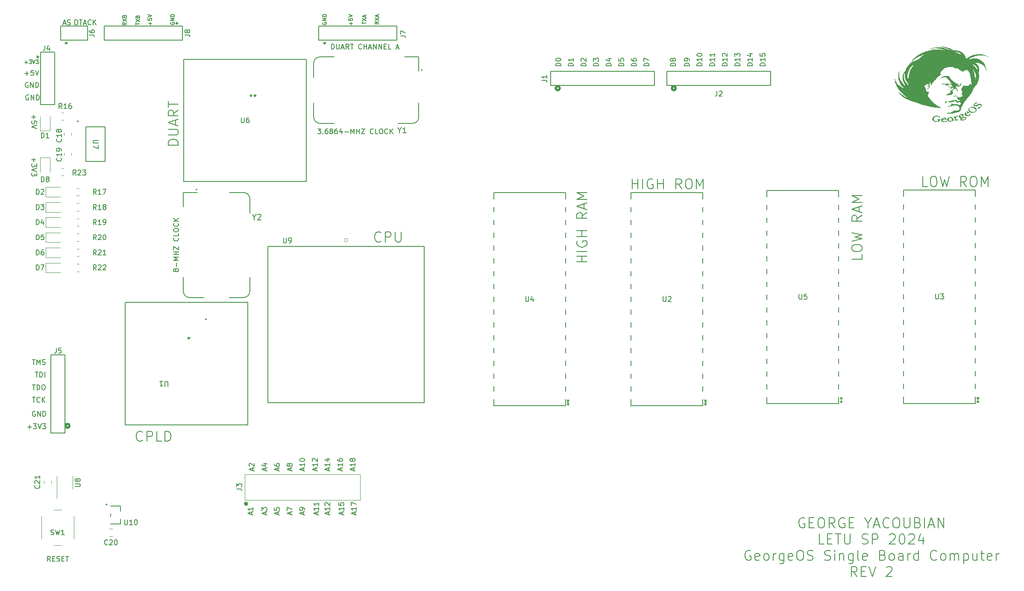
<source format=gbr>
%TF.GenerationSoftware,KiCad,Pcbnew,(6.0.0)*%
%TF.CreationDate,2024-03-23T23:35:02-05:00*%
%TF.ProjectId,MCD,4d43442e-6b69-4636-9164-5f7063625858,rev?*%
%TF.SameCoordinates,Original*%
%TF.FileFunction,Legend,Top*%
%TF.FilePolarity,Positive*%
%FSLAX46Y46*%
G04 Gerber Fmt 4.6, Leading zero omitted, Abs format (unit mm)*
G04 Created by KiCad (PCBNEW (6.0.0)) date 2024-03-23 23:35:02*
%MOMM*%
%LPD*%
G01*
G04 APERTURE LIST*
%ADD10C,0.150000*%
%ADD11C,0.120000*%
%ADD12C,0.152400*%
%ADD13C,0.508000*%
%ADD14C,0.419210*%
%ADD15C,0.127000*%
%ADD16C,0.200000*%
%ADD17C,0.050000*%
G04 APERTURE END LIST*
D10*
X102466666Y-140202380D02*
X103038095Y-140202380D01*
X102752380Y-141202380D02*
X102752380Y-140202380D01*
X103371428Y-141202380D02*
X103371428Y-140202380D01*
X103704761Y-140916666D01*
X104038095Y-140202380D01*
X104038095Y-141202380D01*
X104466666Y-141154761D02*
X104609523Y-141202380D01*
X104847619Y-141202380D01*
X104942857Y-141154761D01*
X104990476Y-141107142D01*
X105038095Y-141011904D01*
X105038095Y-140916666D01*
X104990476Y-140821428D01*
X104942857Y-140773809D01*
X104847619Y-140726190D01*
X104657142Y-140678571D01*
X104561904Y-140630952D01*
X104514285Y-140583333D01*
X104466666Y-140488095D01*
X104466666Y-140392857D01*
X104514285Y-140297619D01*
X104561904Y-140250000D01*
X104657142Y-140202380D01*
X104895238Y-140202380D01*
X105038095Y-140250000D01*
X103026190Y-142702380D02*
X103597619Y-142702380D01*
X103311904Y-143702380D02*
X103311904Y-142702380D01*
X103930952Y-143702380D02*
X103930952Y-142702380D01*
X104169047Y-142702380D01*
X104311904Y-142750000D01*
X104407142Y-142845238D01*
X104454761Y-142940476D01*
X104502380Y-143130952D01*
X104502380Y-143273809D01*
X104454761Y-143464285D01*
X104407142Y-143559523D01*
X104311904Y-143654761D01*
X104169047Y-143702380D01*
X103930952Y-143702380D01*
X104930952Y-143702380D02*
X104930952Y-142702380D01*
X103038095Y-150500000D02*
X102942857Y-150452380D01*
X102800000Y-150452380D01*
X102657142Y-150500000D01*
X102561904Y-150595238D01*
X102514285Y-150690476D01*
X102466666Y-150880952D01*
X102466666Y-151023809D01*
X102514285Y-151214285D01*
X102561904Y-151309523D01*
X102657142Y-151404761D01*
X102800000Y-151452380D01*
X102895238Y-151452380D01*
X103038095Y-151404761D01*
X103085714Y-151357142D01*
X103085714Y-151023809D01*
X102895238Y-151023809D01*
X103514285Y-151452380D02*
X103514285Y-150452380D01*
X104085714Y-151452380D01*
X104085714Y-150452380D01*
X104561904Y-151452380D02*
X104561904Y-150452380D01*
X104800000Y-150452380D01*
X104942857Y-150500000D01*
X105038095Y-150595238D01*
X105085714Y-150690476D01*
X105133333Y-150880952D01*
X105133333Y-151023809D01*
X105085714Y-151214285D01*
X105038095Y-151309523D01*
X104942857Y-151404761D01*
X104800000Y-151452380D01*
X104561904Y-151452380D01*
X125853571Y-73864285D02*
X125853571Y-73292857D01*
X126139285Y-73578571D02*
X125567857Y-73578571D01*
X125389285Y-72578571D02*
X125389285Y-72935714D01*
X125746428Y-72971428D01*
X125710714Y-72935714D01*
X125675000Y-72864285D01*
X125675000Y-72685714D01*
X125710714Y-72614285D01*
X125746428Y-72578571D01*
X125817857Y-72542857D01*
X125996428Y-72542857D01*
X126067857Y-72578571D01*
X126103571Y-72614285D01*
X126139285Y-72685714D01*
X126139285Y-72864285D01*
X126103571Y-72935714D01*
X126067857Y-72971428D01*
X125389285Y-72328571D02*
X126139285Y-72078571D01*
X125389285Y-71828571D01*
X102490476Y-145202380D02*
X103061904Y-145202380D01*
X102776190Y-146202380D02*
X102776190Y-145202380D01*
X103395238Y-146202380D02*
X103395238Y-145202380D01*
X103633333Y-145202380D01*
X103776190Y-145250000D01*
X103871428Y-145345238D01*
X103919047Y-145440476D01*
X103966666Y-145630952D01*
X103966666Y-145773809D01*
X103919047Y-145964285D01*
X103871428Y-146059523D01*
X103776190Y-146154761D01*
X103633333Y-146202380D01*
X103395238Y-146202380D01*
X104585714Y-145202380D02*
X104776190Y-145202380D01*
X104871428Y-145250000D01*
X104966666Y-145345238D01*
X105014285Y-145535714D01*
X105014285Y-145869047D01*
X104966666Y-146059523D01*
X104871428Y-146154761D01*
X104776190Y-146202380D01*
X104585714Y-146202380D01*
X104490476Y-146154761D01*
X104395238Y-146059523D01*
X104347619Y-145869047D01*
X104347619Y-145535714D01*
X104395238Y-145345238D01*
X104490476Y-145250000D01*
X104585714Y-145202380D01*
X160025000Y-73371428D02*
X159989285Y-73442857D01*
X159989285Y-73550000D01*
X160025000Y-73657142D01*
X160096428Y-73728571D01*
X160167857Y-73764285D01*
X160310714Y-73800000D01*
X160417857Y-73800000D01*
X160560714Y-73764285D01*
X160632142Y-73728571D01*
X160703571Y-73657142D01*
X160739285Y-73550000D01*
X160739285Y-73478571D01*
X160703571Y-73371428D01*
X160667857Y-73335714D01*
X160417857Y-73335714D01*
X160417857Y-73478571D01*
X160739285Y-73014285D02*
X159989285Y-73014285D01*
X160739285Y-72585714D01*
X159989285Y-72585714D01*
X160739285Y-72228571D02*
X159989285Y-72228571D01*
X159989285Y-72050000D01*
X160025000Y-71942857D01*
X160096428Y-71871428D01*
X160167857Y-71835714D01*
X160310714Y-71800000D01*
X160417857Y-71800000D01*
X160560714Y-71835714D01*
X160632142Y-71871428D01*
X160703571Y-71942857D01*
X160739285Y-72050000D01*
X160739285Y-72228571D01*
X217202380Y-81988095D02*
X216202380Y-81988095D01*
X216202380Y-81750000D01*
X216250000Y-81607142D01*
X216345238Y-81511904D01*
X216440476Y-81464285D01*
X216630952Y-81416666D01*
X216773809Y-81416666D01*
X216964285Y-81464285D01*
X217059523Y-81511904D01*
X217154761Y-81607142D01*
X217202380Y-81750000D01*
X217202380Y-81988095D01*
X216535714Y-80559523D02*
X217202380Y-80559523D01*
X216154761Y-80797619D02*
X216869047Y-81035714D01*
X216869047Y-80416666D01*
X166166666Y-162190476D02*
X166166666Y-161714285D01*
X166452380Y-162285714D02*
X165452380Y-161952380D01*
X166452380Y-161619047D01*
X166452380Y-160761904D02*
X166452380Y-161333333D01*
X166452380Y-161047619D02*
X165452380Y-161047619D01*
X165595238Y-161142857D01*
X165690476Y-161238095D01*
X165738095Y-161333333D01*
X165880952Y-160190476D02*
X165833333Y-160285714D01*
X165785714Y-160333333D01*
X165690476Y-160380952D01*
X165642857Y-160380952D01*
X165547619Y-160333333D01*
X165500000Y-160285714D01*
X165452380Y-160190476D01*
X165452380Y-160000000D01*
X165500000Y-159904761D01*
X165547619Y-159857142D01*
X165642857Y-159809523D01*
X165690476Y-159809523D01*
X165785714Y-159857142D01*
X165833333Y-159904761D01*
X165880952Y-160000000D01*
X165880952Y-160190476D01*
X165928571Y-160285714D01*
X165976190Y-160333333D01*
X166071428Y-160380952D01*
X166261904Y-160380952D01*
X166357142Y-160333333D01*
X166404761Y-160285714D01*
X166452380Y-160190476D01*
X166452380Y-160000000D01*
X166404761Y-159904761D01*
X166357142Y-159857142D01*
X166261904Y-159809523D01*
X166071428Y-159809523D01*
X165976190Y-159857142D01*
X165928571Y-159904761D01*
X165880952Y-160000000D01*
X151166666Y-162214285D02*
X151166666Y-161738095D01*
X151452380Y-162309523D02*
X150452380Y-161976190D01*
X151452380Y-161642857D01*
X150452380Y-160880952D02*
X150452380Y-161071428D01*
X150500000Y-161166666D01*
X150547619Y-161214285D01*
X150690476Y-161309523D01*
X150880952Y-161357142D01*
X151261904Y-161357142D01*
X151357142Y-161309523D01*
X151404761Y-161261904D01*
X151452380Y-161166666D01*
X151452380Y-160976190D01*
X151404761Y-160880952D01*
X151357142Y-160833333D01*
X151261904Y-160785714D01*
X151023809Y-160785714D01*
X150928571Y-160833333D01*
X150880952Y-160880952D01*
X150833333Y-160976190D01*
X150833333Y-161166666D01*
X150880952Y-161261904D01*
X150928571Y-161309523D01*
X151023809Y-161357142D01*
X158916666Y-170940476D02*
X158916666Y-170464285D01*
X159202380Y-171035714D02*
X158202380Y-170702380D01*
X159202380Y-170369047D01*
X159202380Y-169511904D02*
X159202380Y-170083333D01*
X159202380Y-169797619D02*
X158202380Y-169797619D01*
X158345238Y-169892857D01*
X158440476Y-169988095D01*
X158488095Y-170083333D01*
X159202380Y-168559523D02*
X159202380Y-169130952D01*
X159202380Y-168845238D02*
X158202380Y-168845238D01*
X158345238Y-168940476D01*
X158440476Y-169035714D01*
X158488095Y-169130952D01*
X102514285Y-147702380D02*
X103085714Y-147702380D01*
X102800000Y-148702380D02*
X102800000Y-147702380D01*
X103990476Y-148607142D02*
X103942857Y-148654761D01*
X103800000Y-148702380D01*
X103704761Y-148702380D01*
X103561904Y-148654761D01*
X103466666Y-148559523D01*
X103419047Y-148464285D01*
X103371428Y-148273809D01*
X103371428Y-148130952D01*
X103419047Y-147940476D01*
X103466666Y-147845238D01*
X103561904Y-147750000D01*
X103704761Y-147702380D01*
X103800000Y-147702380D01*
X103942857Y-147750000D01*
X103990476Y-147797619D01*
X104419047Y-148702380D02*
X104419047Y-147702380D01*
X104990476Y-148702380D02*
X104561904Y-148130952D01*
X104990476Y-147702380D02*
X104419047Y-148273809D01*
X153666666Y-170964285D02*
X153666666Y-170488095D01*
X153952380Y-171059523D02*
X152952380Y-170726190D01*
X153952380Y-170392857D01*
X152952380Y-170154761D02*
X152952380Y-169488095D01*
X153952380Y-169916666D01*
X247702380Y-81964285D02*
X246702380Y-81964285D01*
X246702380Y-81726190D01*
X246750000Y-81583333D01*
X246845238Y-81488095D01*
X246940476Y-81440476D01*
X247130952Y-81392857D01*
X247273809Y-81392857D01*
X247464285Y-81440476D01*
X247559523Y-81488095D01*
X247654761Y-81583333D01*
X247702380Y-81726190D01*
X247702380Y-81964285D01*
X247702380Y-80440476D02*
X247702380Y-81011904D01*
X247702380Y-80726190D02*
X246702380Y-80726190D01*
X246845238Y-80821428D01*
X246940476Y-80916666D01*
X246988095Y-81011904D01*
X246702380Y-79535714D02*
X246702380Y-80011904D01*
X247178571Y-80059523D01*
X247130952Y-80011904D01*
X247083333Y-79916666D01*
X247083333Y-79678571D01*
X247130952Y-79583333D01*
X247178571Y-79535714D01*
X247273809Y-79488095D01*
X247511904Y-79488095D01*
X247607142Y-79535714D01*
X247654761Y-79583333D01*
X247702380Y-79678571D01*
X247702380Y-79916666D01*
X247654761Y-80011904D01*
X247607142Y-80059523D01*
X106047619Y-180202380D02*
X105714285Y-179726190D01*
X105476190Y-180202380D02*
X105476190Y-179202380D01*
X105857142Y-179202380D01*
X105952380Y-179250000D01*
X106000000Y-179297619D01*
X106047619Y-179392857D01*
X106047619Y-179535714D01*
X106000000Y-179630952D01*
X105952380Y-179678571D01*
X105857142Y-179726190D01*
X105476190Y-179726190D01*
X106476190Y-179678571D02*
X106809523Y-179678571D01*
X106952380Y-180202380D02*
X106476190Y-180202380D01*
X106476190Y-179202380D01*
X106952380Y-179202380D01*
X107333333Y-180154761D02*
X107476190Y-180202380D01*
X107714285Y-180202380D01*
X107809523Y-180154761D01*
X107857142Y-180107142D01*
X107904761Y-180011904D01*
X107904761Y-179916666D01*
X107857142Y-179821428D01*
X107809523Y-179773809D01*
X107714285Y-179726190D01*
X107523809Y-179678571D01*
X107428571Y-179630952D01*
X107380952Y-179583333D01*
X107333333Y-179488095D01*
X107333333Y-179392857D01*
X107380952Y-179297619D01*
X107428571Y-179250000D01*
X107523809Y-179202380D01*
X107761904Y-179202380D01*
X107904761Y-179250000D01*
X108333333Y-179678571D02*
X108666666Y-179678571D01*
X108809523Y-180202380D02*
X108333333Y-180202380D01*
X108333333Y-179202380D01*
X108809523Y-179202380D01*
X109095238Y-179202380D02*
X109666666Y-179202380D01*
X109380952Y-180202380D02*
X109380952Y-179202380D01*
X222202380Y-81988095D02*
X221202380Y-81988095D01*
X221202380Y-81750000D01*
X221250000Y-81607142D01*
X221345238Y-81511904D01*
X221440476Y-81464285D01*
X221630952Y-81416666D01*
X221773809Y-81416666D01*
X221964285Y-81464285D01*
X222059523Y-81511904D01*
X222154761Y-81607142D01*
X222202380Y-81750000D01*
X222202380Y-81988095D01*
X221202380Y-80559523D02*
X221202380Y-80750000D01*
X221250000Y-80845238D01*
X221297619Y-80892857D01*
X221440476Y-80988095D01*
X221630952Y-81035714D01*
X222011904Y-81035714D01*
X222107142Y-80988095D01*
X222154761Y-80940476D01*
X222202380Y-80845238D01*
X222202380Y-80654761D01*
X222154761Y-80559523D01*
X222107142Y-80511904D01*
X222011904Y-80464285D01*
X221773809Y-80464285D01*
X221678571Y-80511904D01*
X221630952Y-80559523D01*
X221583333Y-80654761D01*
X221583333Y-80845238D01*
X221630952Y-80940476D01*
X221678571Y-80988095D01*
X221773809Y-81035714D01*
X207202380Y-81988095D02*
X206202380Y-81988095D01*
X206202380Y-81750000D01*
X206250000Y-81607142D01*
X206345238Y-81511904D01*
X206440476Y-81464285D01*
X206630952Y-81416666D01*
X206773809Y-81416666D01*
X206964285Y-81464285D01*
X207059523Y-81511904D01*
X207154761Y-81607142D01*
X207202380Y-81750000D01*
X207202380Y-81988095D01*
X206202380Y-80797619D02*
X206202380Y-80702380D01*
X206250000Y-80607142D01*
X206297619Y-80559523D01*
X206392857Y-80511904D01*
X206583333Y-80464285D01*
X206821428Y-80464285D01*
X207011904Y-80511904D01*
X207107142Y-80559523D01*
X207154761Y-80607142D01*
X207202380Y-80702380D01*
X207202380Y-80797619D01*
X207154761Y-80892857D01*
X207107142Y-80940476D01*
X207011904Y-80988095D01*
X206821428Y-81035714D01*
X206583333Y-81035714D01*
X206392857Y-80988095D01*
X206297619Y-80940476D01*
X206250000Y-80892857D01*
X206202380Y-80797619D01*
X165653571Y-73864285D02*
X165653571Y-73292857D01*
X165939285Y-73578571D02*
X165367857Y-73578571D01*
X165189285Y-72578571D02*
X165189285Y-72935714D01*
X165546428Y-72971428D01*
X165510714Y-72935714D01*
X165475000Y-72864285D01*
X165475000Y-72685714D01*
X165510714Y-72614285D01*
X165546428Y-72578571D01*
X165617857Y-72542857D01*
X165796428Y-72542857D01*
X165867857Y-72578571D01*
X165903571Y-72614285D01*
X165939285Y-72685714D01*
X165939285Y-72864285D01*
X165903571Y-72935714D01*
X165867857Y-72971428D01*
X165189285Y-72328571D02*
X165939285Y-72078571D01*
X165189285Y-71828571D01*
X171571428Y-116714285D02*
X171476190Y-116809523D01*
X171190476Y-116904761D01*
X171000000Y-116904761D01*
X170714285Y-116809523D01*
X170523809Y-116619047D01*
X170428571Y-116428571D01*
X170333333Y-116047619D01*
X170333333Y-115761904D01*
X170428571Y-115380952D01*
X170523809Y-115190476D01*
X170714285Y-115000000D01*
X171000000Y-114904761D01*
X171190476Y-114904761D01*
X171476190Y-115000000D01*
X171571428Y-115095238D01*
X172428571Y-116904761D02*
X172428571Y-114904761D01*
X173190476Y-114904761D01*
X173380952Y-115000000D01*
X173476190Y-115095238D01*
X173571428Y-115285714D01*
X173571428Y-115571428D01*
X173476190Y-115761904D01*
X173380952Y-115857142D01*
X173190476Y-115952380D01*
X172428571Y-115952380D01*
X174428571Y-114904761D02*
X174428571Y-116523809D01*
X174523809Y-116714285D01*
X174619047Y-116809523D01*
X174809523Y-116904761D01*
X175190476Y-116904761D01*
X175380952Y-116809523D01*
X175476190Y-116714285D01*
X175571428Y-116523809D01*
X175571428Y-114904761D01*
X131404761Y-97690476D02*
X129404761Y-97690476D01*
X129404761Y-97214285D01*
X129500000Y-96928571D01*
X129690476Y-96738095D01*
X129880952Y-96642857D01*
X130261904Y-96547619D01*
X130547619Y-96547619D01*
X130928571Y-96642857D01*
X131119047Y-96738095D01*
X131309523Y-96928571D01*
X131404761Y-97214285D01*
X131404761Y-97690476D01*
X129404761Y-95690476D02*
X131023809Y-95690476D01*
X131214285Y-95595238D01*
X131309523Y-95500000D01*
X131404761Y-95309523D01*
X131404761Y-94928571D01*
X131309523Y-94738095D01*
X131214285Y-94642857D01*
X131023809Y-94547619D01*
X129404761Y-94547619D01*
X130833333Y-93690476D02*
X130833333Y-92738095D01*
X131404761Y-93880952D02*
X129404761Y-93214285D01*
X131404761Y-92547619D01*
X131404761Y-90738095D02*
X130452380Y-91404761D01*
X131404761Y-91880952D02*
X129404761Y-91880952D01*
X129404761Y-91119047D01*
X129500000Y-90928571D01*
X129595238Y-90833333D01*
X129785714Y-90738095D01*
X130071428Y-90738095D01*
X130261904Y-90833333D01*
X130357142Y-90928571D01*
X130452380Y-91119047D01*
X130452380Y-91880952D01*
X129404761Y-90166666D02*
X129404761Y-89023809D01*
X131404761Y-89595238D02*
X129404761Y-89595238D01*
X159023809Y-94452380D02*
X159642857Y-94452380D01*
X159309523Y-94833333D01*
X159452380Y-94833333D01*
X159547619Y-94880952D01*
X159595238Y-94928571D01*
X159642857Y-95023809D01*
X159642857Y-95261904D01*
X159595238Y-95357142D01*
X159547619Y-95404761D01*
X159452380Y-95452380D01*
X159166666Y-95452380D01*
X159071428Y-95404761D01*
X159023809Y-95357142D01*
X160071428Y-95357142D02*
X160119047Y-95404761D01*
X160071428Y-95452380D01*
X160023809Y-95404761D01*
X160071428Y-95357142D01*
X160071428Y-95452380D01*
X160976190Y-94452380D02*
X160785714Y-94452380D01*
X160690476Y-94500000D01*
X160642857Y-94547619D01*
X160547619Y-94690476D01*
X160500000Y-94880952D01*
X160500000Y-95261904D01*
X160547619Y-95357142D01*
X160595238Y-95404761D01*
X160690476Y-95452380D01*
X160880952Y-95452380D01*
X160976190Y-95404761D01*
X161023809Y-95357142D01*
X161071428Y-95261904D01*
X161071428Y-95023809D01*
X161023809Y-94928571D01*
X160976190Y-94880952D01*
X160880952Y-94833333D01*
X160690476Y-94833333D01*
X160595238Y-94880952D01*
X160547619Y-94928571D01*
X160500000Y-95023809D01*
X161642857Y-94880952D02*
X161547619Y-94833333D01*
X161500000Y-94785714D01*
X161452380Y-94690476D01*
X161452380Y-94642857D01*
X161500000Y-94547619D01*
X161547619Y-94500000D01*
X161642857Y-94452380D01*
X161833333Y-94452380D01*
X161928571Y-94500000D01*
X161976190Y-94547619D01*
X162023809Y-94642857D01*
X162023809Y-94690476D01*
X161976190Y-94785714D01*
X161928571Y-94833333D01*
X161833333Y-94880952D01*
X161642857Y-94880952D01*
X161547619Y-94928571D01*
X161500000Y-94976190D01*
X161452380Y-95071428D01*
X161452380Y-95261904D01*
X161500000Y-95357142D01*
X161547619Y-95404761D01*
X161642857Y-95452380D01*
X161833333Y-95452380D01*
X161928571Y-95404761D01*
X161976190Y-95357142D01*
X162023809Y-95261904D01*
X162023809Y-95071428D01*
X161976190Y-94976190D01*
X161928571Y-94928571D01*
X161833333Y-94880952D01*
X162880952Y-94452380D02*
X162690476Y-94452380D01*
X162595238Y-94500000D01*
X162547619Y-94547619D01*
X162452380Y-94690476D01*
X162404761Y-94880952D01*
X162404761Y-95261904D01*
X162452380Y-95357142D01*
X162500000Y-95404761D01*
X162595238Y-95452380D01*
X162785714Y-95452380D01*
X162880952Y-95404761D01*
X162928571Y-95357142D01*
X162976190Y-95261904D01*
X162976190Y-95023809D01*
X162928571Y-94928571D01*
X162880952Y-94880952D01*
X162785714Y-94833333D01*
X162595238Y-94833333D01*
X162500000Y-94880952D01*
X162452380Y-94928571D01*
X162404761Y-95023809D01*
X163833333Y-94785714D02*
X163833333Y-95452380D01*
X163595238Y-94404761D02*
X163357142Y-95119047D01*
X163976190Y-95119047D01*
X164357142Y-95071428D02*
X165119047Y-95071428D01*
X165595238Y-95452380D02*
X165595238Y-94452380D01*
X165928571Y-95166666D01*
X166261904Y-94452380D01*
X166261904Y-95452380D01*
X166738095Y-95452380D02*
X166738095Y-94452380D01*
X166738095Y-94928571D02*
X167309523Y-94928571D01*
X167309523Y-95452380D02*
X167309523Y-94452380D01*
X167690476Y-94452380D02*
X168357142Y-94452380D01*
X167690476Y-95452380D01*
X168357142Y-95452380D01*
X170071428Y-95357142D02*
X170023809Y-95404761D01*
X169880952Y-95452380D01*
X169785714Y-95452380D01*
X169642857Y-95404761D01*
X169547619Y-95309523D01*
X169500000Y-95214285D01*
X169452380Y-95023809D01*
X169452380Y-94880952D01*
X169500000Y-94690476D01*
X169547619Y-94595238D01*
X169642857Y-94500000D01*
X169785714Y-94452380D01*
X169880952Y-94452380D01*
X170023809Y-94500000D01*
X170071428Y-94547619D01*
X170976190Y-95452380D02*
X170500000Y-95452380D01*
X170500000Y-94452380D01*
X171500000Y-94452380D02*
X171690476Y-94452380D01*
X171785714Y-94500000D01*
X171880952Y-94595238D01*
X171928571Y-94785714D01*
X171928571Y-95119047D01*
X171880952Y-95309523D01*
X171785714Y-95404761D01*
X171690476Y-95452380D01*
X171500000Y-95452380D01*
X171404761Y-95404761D01*
X171309523Y-95309523D01*
X171261904Y-95119047D01*
X171261904Y-94785714D01*
X171309523Y-94595238D01*
X171404761Y-94500000D01*
X171500000Y-94452380D01*
X172928571Y-95357142D02*
X172880952Y-95404761D01*
X172738095Y-95452380D01*
X172642857Y-95452380D01*
X172500000Y-95404761D01*
X172404761Y-95309523D01*
X172357142Y-95214285D01*
X172309523Y-95023809D01*
X172309523Y-94880952D01*
X172357142Y-94690476D01*
X172404761Y-94595238D01*
X172500000Y-94500000D01*
X172642857Y-94452380D01*
X172738095Y-94452380D01*
X172880952Y-94500000D01*
X172928571Y-94547619D01*
X173357142Y-95452380D02*
X173357142Y-94452380D01*
X173928571Y-95452380D02*
X173500000Y-94880952D01*
X173928571Y-94452380D02*
X173357142Y-95023809D01*
X151166666Y-170964285D02*
X151166666Y-170488095D01*
X151452380Y-171059523D02*
X150452380Y-170726190D01*
X151452380Y-170392857D01*
X150452380Y-169583333D02*
X150452380Y-170059523D01*
X150928571Y-170107142D01*
X150880952Y-170059523D01*
X150833333Y-169964285D01*
X150833333Y-169726190D01*
X150880952Y-169630952D01*
X150928571Y-169583333D01*
X151023809Y-169535714D01*
X151261904Y-169535714D01*
X151357142Y-169583333D01*
X151404761Y-169630952D01*
X151452380Y-169726190D01*
X151452380Y-169964285D01*
X151404761Y-170059523D01*
X151357142Y-170107142D01*
X148666666Y-170964285D02*
X148666666Y-170488095D01*
X148952380Y-171059523D02*
X147952380Y-170726190D01*
X148952380Y-170392857D01*
X147952380Y-170154761D02*
X147952380Y-169535714D01*
X148333333Y-169869047D01*
X148333333Y-169726190D01*
X148380952Y-169630952D01*
X148428571Y-169583333D01*
X148523809Y-169535714D01*
X148761904Y-169535714D01*
X148857142Y-169583333D01*
X148904761Y-169630952D01*
X148952380Y-169726190D01*
X148952380Y-170011904D01*
X148904761Y-170107142D01*
X148857142Y-170154761D01*
X242702380Y-81964285D02*
X241702380Y-81964285D01*
X241702380Y-81726190D01*
X241750000Y-81583333D01*
X241845238Y-81488095D01*
X241940476Y-81440476D01*
X242130952Y-81392857D01*
X242273809Y-81392857D01*
X242464285Y-81440476D01*
X242559523Y-81488095D01*
X242654761Y-81583333D01*
X242702380Y-81726190D01*
X242702380Y-81964285D01*
X242702380Y-80440476D02*
X242702380Y-81011904D01*
X242702380Y-80726190D02*
X241702380Y-80726190D01*
X241845238Y-80821428D01*
X241940476Y-80916666D01*
X241988095Y-81011904D01*
X241702380Y-80107142D02*
X241702380Y-79488095D01*
X242083333Y-79821428D01*
X242083333Y-79678571D01*
X242130952Y-79583333D01*
X242178571Y-79535714D01*
X242273809Y-79488095D01*
X242511904Y-79488095D01*
X242607142Y-79535714D01*
X242654761Y-79583333D01*
X242702380Y-79678571D01*
X242702380Y-79964285D01*
X242654761Y-80059523D01*
X242607142Y-80107142D01*
X102728571Y-100238095D02*
X102728571Y-101000000D01*
X102347619Y-100619047D02*
X103109523Y-100619047D01*
X103347619Y-101380952D02*
X103347619Y-102000000D01*
X102966666Y-101666666D01*
X102966666Y-101809523D01*
X102919047Y-101904761D01*
X102871428Y-101952380D01*
X102776190Y-102000000D01*
X102538095Y-102000000D01*
X102442857Y-101952380D01*
X102395238Y-101904761D01*
X102347619Y-101809523D01*
X102347619Y-101523809D01*
X102395238Y-101428571D01*
X102442857Y-101380952D01*
X103347619Y-102285714D02*
X102347619Y-102619047D01*
X103347619Y-102952380D01*
X103347619Y-103190476D02*
X103347619Y-103809523D01*
X102966666Y-103476190D01*
X102966666Y-103619047D01*
X102919047Y-103714285D01*
X102871428Y-103761904D01*
X102776190Y-103809523D01*
X102538095Y-103809523D01*
X102442857Y-103761904D01*
X102395238Y-103714285D01*
X102347619Y-103619047D01*
X102347619Y-103333333D01*
X102395238Y-103238095D01*
X102442857Y-103190476D01*
X221352380Y-106354761D02*
X221352380Y-104354761D01*
X221352380Y-105307142D02*
X222495238Y-105307142D01*
X222495238Y-106354761D02*
X222495238Y-104354761D01*
X223447619Y-106354761D02*
X223447619Y-104354761D01*
X225447619Y-104450000D02*
X225257142Y-104354761D01*
X224971428Y-104354761D01*
X224685714Y-104450000D01*
X224495238Y-104640476D01*
X224400000Y-104830952D01*
X224304761Y-105211904D01*
X224304761Y-105497619D01*
X224400000Y-105878571D01*
X224495238Y-106069047D01*
X224685714Y-106259523D01*
X224971428Y-106354761D01*
X225161904Y-106354761D01*
X225447619Y-106259523D01*
X225542857Y-106164285D01*
X225542857Y-105497619D01*
X225161904Y-105497619D01*
X226400000Y-106354761D02*
X226400000Y-104354761D01*
X226400000Y-105307142D02*
X227542857Y-105307142D01*
X227542857Y-106354761D02*
X227542857Y-104354761D01*
X231161904Y-106354761D02*
X230495238Y-105402380D01*
X230019047Y-106354761D02*
X230019047Y-104354761D01*
X230780952Y-104354761D01*
X230971428Y-104450000D01*
X231066666Y-104545238D01*
X231161904Y-104735714D01*
X231161904Y-105021428D01*
X231066666Y-105211904D01*
X230971428Y-105307142D01*
X230780952Y-105402380D01*
X230019047Y-105402380D01*
X232400000Y-104354761D02*
X232780952Y-104354761D01*
X232971428Y-104450000D01*
X233161904Y-104640476D01*
X233257142Y-105021428D01*
X233257142Y-105688095D01*
X233161904Y-106069047D01*
X232971428Y-106259523D01*
X232780952Y-106354761D01*
X232400000Y-106354761D01*
X232209523Y-106259523D01*
X232019047Y-106069047D01*
X231923809Y-105688095D01*
X231923809Y-105021428D01*
X232019047Y-104640476D01*
X232209523Y-104450000D01*
X232400000Y-104354761D01*
X234114285Y-106354761D02*
X234114285Y-104354761D01*
X234780952Y-105783333D01*
X235447619Y-104354761D01*
X235447619Y-106354761D01*
X161166666Y-170940476D02*
X161166666Y-170464285D01*
X161452380Y-171035714D02*
X160452380Y-170702380D01*
X161452380Y-170369047D01*
X161452380Y-169511904D02*
X161452380Y-170083333D01*
X161452380Y-169797619D02*
X160452380Y-169797619D01*
X160595238Y-169892857D01*
X160690476Y-169988095D01*
X160738095Y-170083333D01*
X160547619Y-169130952D02*
X160500000Y-169083333D01*
X160452380Y-168988095D01*
X160452380Y-168750000D01*
X160500000Y-168654761D01*
X160547619Y-168607142D01*
X160642857Y-168559523D01*
X160738095Y-168559523D01*
X160880952Y-168607142D01*
X161452380Y-169178571D01*
X161452380Y-168559523D01*
X166416666Y-170940476D02*
X166416666Y-170464285D01*
X166702380Y-171035714D02*
X165702380Y-170702380D01*
X166702380Y-170369047D01*
X166702380Y-169511904D02*
X166702380Y-170083333D01*
X166702380Y-169797619D02*
X165702380Y-169797619D01*
X165845238Y-169892857D01*
X165940476Y-169988095D01*
X165988095Y-170083333D01*
X165702380Y-169178571D02*
X165702380Y-168511904D01*
X166702380Y-168940476D01*
X245202380Y-81964285D02*
X244202380Y-81964285D01*
X244202380Y-81726190D01*
X244250000Y-81583333D01*
X244345238Y-81488095D01*
X244440476Y-81440476D01*
X244630952Y-81392857D01*
X244773809Y-81392857D01*
X244964285Y-81440476D01*
X245059523Y-81488095D01*
X245154761Y-81583333D01*
X245202380Y-81726190D01*
X245202380Y-81964285D01*
X245202380Y-80440476D02*
X245202380Y-81011904D01*
X245202380Y-80726190D02*
X244202380Y-80726190D01*
X244345238Y-80821428D01*
X244440476Y-80916666D01*
X244488095Y-81011904D01*
X244535714Y-79583333D02*
X245202380Y-79583333D01*
X244154761Y-79821428D02*
X244869047Y-80059523D01*
X244869047Y-79440476D01*
X146166666Y-162214285D02*
X146166666Y-161738095D01*
X146452380Y-162309523D02*
X145452380Y-161976190D01*
X146452380Y-161642857D01*
X145547619Y-161357142D02*
X145500000Y-161309523D01*
X145452380Y-161214285D01*
X145452380Y-160976190D01*
X145500000Y-160880952D01*
X145547619Y-160833333D01*
X145642857Y-160785714D01*
X145738095Y-160785714D01*
X145880952Y-160833333D01*
X146452380Y-161404761D01*
X146452380Y-160785714D01*
X171139285Y-73246428D02*
X170782142Y-73496428D01*
X171139285Y-73675000D02*
X170389285Y-73675000D01*
X170389285Y-73389285D01*
X170425000Y-73317857D01*
X170460714Y-73282142D01*
X170532142Y-73246428D01*
X170639285Y-73246428D01*
X170710714Y-73282142D01*
X170746428Y-73317857D01*
X170782142Y-73389285D01*
X170782142Y-73675000D01*
X170389285Y-72996428D02*
X171139285Y-72496428D01*
X170389285Y-72496428D02*
X171139285Y-72996428D01*
X170925000Y-72246428D02*
X170925000Y-71889285D01*
X171139285Y-72317857D02*
X170389285Y-72067857D01*
X171139285Y-71817857D01*
X100978571Y-81253571D02*
X101550000Y-81253571D01*
X101264285Y-81539285D02*
X101264285Y-80967857D01*
X101835714Y-80789285D02*
X102300000Y-80789285D01*
X102050000Y-81075000D01*
X102157142Y-81075000D01*
X102228571Y-81110714D01*
X102264285Y-81146428D01*
X102300000Y-81217857D01*
X102300000Y-81396428D01*
X102264285Y-81467857D01*
X102228571Y-81503571D01*
X102157142Y-81539285D01*
X101942857Y-81539285D01*
X101871428Y-81503571D01*
X101835714Y-81467857D01*
X102514285Y-80789285D02*
X102764285Y-81539285D01*
X103014285Y-80789285D01*
X103192857Y-80789285D02*
X103657142Y-80789285D01*
X103407142Y-81075000D01*
X103514285Y-81075000D01*
X103585714Y-81110714D01*
X103621428Y-81146428D01*
X103657142Y-81217857D01*
X103657142Y-81396428D01*
X103621428Y-81467857D01*
X103585714Y-81503571D01*
X103514285Y-81539285D01*
X103300000Y-81539285D01*
X103228571Y-81503571D01*
X103192857Y-81467857D01*
X108585714Y-73566666D02*
X109061904Y-73566666D01*
X108490476Y-73852380D02*
X108823809Y-72852380D01*
X109157142Y-73852380D01*
X109442857Y-73804761D02*
X109585714Y-73852380D01*
X109823809Y-73852380D01*
X109919047Y-73804761D01*
X109966666Y-73757142D01*
X110014285Y-73661904D01*
X110014285Y-73566666D01*
X109966666Y-73471428D01*
X109919047Y-73423809D01*
X109823809Y-73376190D01*
X109633333Y-73328571D01*
X109538095Y-73280952D01*
X109490476Y-73233333D01*
X109442857Y-73138095D01*
X109442857Y-73042857D01*
X109490476Y-72947619D01*
X109538095Y-72900000D01*
X109633333Y-72852380D01*
X109871428Y-72852380D01*
X110014285Y-72900000D01*
X219702380Y-81988095D02*
X218702380Y-81988095D01*
X218702380Y-81750000D01*
X218750000Y-81607142D01*
X218845238Y-81511904D01*
X218940476Y-81464285D01*
X219130952Y-81416666D01*
X219273809Y-81416666D01*
X219464285Y-81464285D01*
X219559523Y-81511904D01*
X219654761Y-81607142D01*
X219702380Y-81750000D01*
X219702380Y-81988095D01*
X218702380Y-80511904D02*
X218702380Y-80988095D01*
X219178571Y-81035714D01*
X219130952Y-80988095D01*
X219083333Y-80892857D01*
X219083333Y-80654761D01*
X219130952Y-80559523D01*
X219178571Y-80511904D01*
X219273809Y-80464285D01*
X219511904Y-80464285D01*
X219607142Y-80511904D01*
X219654761Y-80559523D01*
X219702380Y-80654761D01*
X219702380Y-80892857D01*
X219654761Y-80988095D01*
X219607142Y-81035714D01*
X101538095Y-153571428D02*
X102300000Y-153571428D01*
X101919047Y-153952380D02*
X101919047Y-153190476D01*
X102680952Y-152952380D02*
X103300000Y-152952380D01*
X102966666Y-153333333D01*
X103109523Y-153333333D01*
X103204761Y-153380952D01*
X103252380Y-153428571D01*
X103300000Y-153523809D01*
X103300000Y-153761904D01*
X103252380Y-153857142D01*
X103204761Y-153904761D01*
X103109523Y-153952380D01*
X102823809Y-153952380D01*
X102728571Y-153904761D01*
X102680952Y-153857142D01*
X103585714Y-152952380D02*
X103919047Y-153952380D01*
X104252380Y-152952380D01*
X104490476Y-152952380D02*
X105109523Y-152952380D01*
X104776190Y-153333333D01*
X104919047Y-153333333D01*
X105014285Y-153380952D01*
X105061904Y-153428571D01*
X105109523Y-153523809D01*
X105109523Y-153761904D01*
X105061904Y-153857142D01*
X105014285Y-153904761D01*
X104919047Y-153952380D01*
X104633333Y-153952380D01*
X104538095Y-153904761D01*
X104490476Y-153857142D01*
X163916666Y-170940476D02*
X163916666Y-170464285D01*
X164202380Y-171035714D02*
X163202380Y-170702380D01*
X164202380Y-170369047D01*
X164202380Y-169511904D02*
X164202380Y-170083333D01*
X164202380Y-169797619D02*
X163202380Y-169797619D01*
X163345238Y-169892857D01*
X163440476Y-169988095D01*
X163488095Y-170083333D01*
X163202380Y-168607142D02*
X163202380Y-169083333D01*
X163678571Y-169130952D01*
X163630952Y-169083333D01*
X163583333Y-168988095D01*
X163583333Y-168750000D01*
X163630952Y-168654761D01*
X163678571Y-168607142D01*
X163773809Y-168559523D01*
X164011904Y-168559523D01*
X164107142Y-168607142D01*
X164154761Y-168654761D01*
X164202380Y-168750000D01*
X164202380Y-168988095D01*
X164154761Y-169083333D01*
X164107142Y-169130952D01*
X124309523Y-156214285D02*
X124214285Y-156309523D01*
X123928571Y-156404761D01*
X123738095Y-156404761D01*
X123452380Y-156309523D01*
X123261904Y-156119047D01*
X123166666Y-155928571D01*
X123071428Y-155547619D01*
X123071428Y-155261904D01*
X123166666Y-154880952D01*
X123261904Y-154690476D01*
X123452380Y-154500000D01*
X123738095Y-154404761D01*
X123928571Y-154404761D01*
X124214285Y-154500000D01*
X124309523Y-154595238D01*
X125166666Y-156404761D02*
X125166666Y-154404761D01*
X125928571Y-154404761D01*
X126119047Y-154500000D01*
X126214285Y-154595238D01*
X126309523Y-154785714D01*
X126309523Y-155071428D01*
X126214285Y-155261904D01*
X126119047Y-155357142D01*
X125928571Y-155452380D01*
X125166666Y-155452380D01*
X128119047Y-156404761D02*
X127166666Y-156404761D01*
X127166666Y-154404761D01*
X128785714Y-156404761D02*
X128785714Y-154404761D01*
X129261904Y-154404761D01*
X129547619Y-154500000D01*
X129738095Y-154690476D01*
X129833333Y-154880952D01*
X129928571Y-155261904D01*
X129928571Y-155547619D01*
X129833333Y-155928571D01*
X129738095Y-156119047D01*
X129547619Y-156309523D01*
X129261904Y-156404761D01*
X128785714Y-156404761D01*
X102728571Y-91714285D02*
X102728571Y-92476190D01*
X102347619Y-92095238D02*
X103109523Y-92095238D01*
X103347619Y-93428571D02*
X103347619Y-92952380D01*
X102871428Y-92904761D01*
X102919047Y-92952380D01*
X102966666Y-93047619D01*
X102966666Y-93285714D01*
X102919047Y-93380952D01*
X102871428Y-93428571D01*
X102776190Y-93476190D01*
X102538095Y-93476190D01*
X102442857Y-93428571D01*
X102395238Y-93380952D01*
X102347619Y-93285714D01*
X102347619Y-93047619D01*
X102395238Y-92952380D01*
X102442857Y-92904761D01*
X103347619Y-93761904D02*
X102347619Y-94095238D01*
X103347619Y-94428571D01*
X214702380Y-81988095D02*
X213702380Y-81988095D01*
X213702380Y-81750000D01*
X213750000Y-81607142D01*
X213845238Y-81511904D01*
X213940476Y-81464285D01*
X214130952Y-81416666D01*
X214273809Y-81416666D01*
X214464285Y-81464285D01*
X214559523Y-81511904D01*
X214654761Y-81607142D01*
X214702380Y-81750000D01*
X214702380Y-81988095D01*
X213702380Y-81083333D02*
X213702380Y-80464285D01*
X214083333Y-80797619D01*
X214083333Y-80654761D01*
X214130952Y-80559523D01*
X214178571Y-80511904D01*
X214273809Y-80464285D01*
X214511904Y-80464285D01*
X214607142Y-80511904D01*
X214654761Y-80559523D01*
X214702380Y-80654761D01*
X214702380Y-80940476D01*
X214654761Y-81035714D01*
X214607142Y-81083333D01*
X229952380Y-81988095D02*
X228952380Y-81988095D01*
X228952380Y-81750000D01*
X229000000Y-81607142D01*
X229095238Y-81511904D01*
X229190476Y-81464285D01*
X229380952Y-81416666D01*
X229523809Y-81416666D01*
X229714285Y-81464285D01*
X229809523Y-81511904D01*
X229904761Y-81607142D01*
X229952380Y-81750000D01*
X229952380Y-81988095D01*
X229380952Y-80845238D02*
X229333333Y-80940476D01*
X229285714Y-80988095D01*
X229190476Y-81035714D01*
X229142857Y-81035714D01*
X229047619Y-80988095D01*
X229000000Y-80940476D01*
X228952380Y-80845238D01*
X228952380Y-80654761D01*
X229000000Y-80559523D01*
X229047619Y-80511904D01*
X229142857Y-80464285D01*
X229190476Y-80464285D01*
X229285714Y-80511904D01*
X229333333Y-80559523D01*
X229380952Y-80654761D01*
X229380952Y-80845238D01*
X229428571Y-80940476D01*
X229476190Y-80988095D01*
X229571428Y-81035714D01*
X229761904Y-81035714D01*
X229857142Y-80988095D01*
X229904761Y-80940476D01*
X229952380Y-80845238D01*
X229952380Y-80654761D01*
X229904761Y-80559523D01*
X229857142Y-80511904D01*
X229761904Y-80464285D01*
X229571428Y-80464285D01*
X229476190Y-80511904D01*
X229428571Y-80559523D01*
X229380952Y-80654761D01*
X212202380Y-81988095D02*
X211202380Y-81988095D01*
X211202380Y-81750000D01*
X211250000Y-81607142D01*
X211345238Y-81511904D01*
X211440476Y-81464285D01*
X211630952Y-81416666D01*
X211773809Y-81416666D01*
X211964285Y-81464285D01*
X212059523Y-81511904D01*
X212154761Y-81607142D01*
X212202380Y-81750000D01*
X212202380Y-81988095D01*
X211297619Y-81035714D02*
X211250000Y-80988095D01*
X211202380Y-80892857D01*
X211202380Y-80654761D01*
X211250000Y-80559523D01*
X211297619Y-80511904D01*
X211392857Y-80464285D01*
X211488095Y-80464285D01*
X211630952Y-80511904D01*
X212202380Y-81083333D01*
X212202380Y-80464285D01*
X101638095Y-85300000D02*
X101542857Y-85252380D01*
X101400000Y-85252380D01*
X101257142Y-85300000D01*
X101161904Y-85395238D01*
X101114285Y-85490476D01*
X101066666Y-85680952D01*
X101066666Y-85823809D01*
X101114285Y-86014285D01*
X101161904Y-86109523D01*
X101257142Y-86204761D01*
X101400000Y-86252380D01*
X101495238Y-86252380D01*
X101638095Y-86204761D01*
X101685714Y-86157142D01*
X101685714Y-85823809D01*
X101495238Y-85823809D01*
X102114285Y-86252380D02*
X102114285Y-85252380D01*
X102685714Y-86252380D01*
X102685714Y-85252380D01*
X103161904Y-86252380D02*
X103161904Y-85252380D01*
X103400000Y-85252380D01*
X103542857Y-85300000D01*
X103638095Y-85395238D01*
X103685714Y-85490476D01*
X103733333Y-85680952D01*
X103733333Y-85823809D01*
X103685714Y-86014285D01*
X103638095Y-86109523D01*
X103542857Y-86204761D01*
X103400000Y-86252380D01*
X103161904Y-86252380D01*
X240202380Y-81964285D02*
X239202380Y-81964285D01*
X239202380Y-81726190D01*
X239250000Y-81583333D01*
X239345238Y-81488095D01*
X239440476Y-81440476D01*
X239630952Y-81392857D01*
X239773809Y-81392857D01*
X239964285Y-81440476D01*
X240059523Y-81488095D01*
X240154761Y-81583333D01*
X240202380Y-81726190D01*
X240202380Y-81964285D01*
X240202380Y-80440476D02*
X240202380Y-81011904D01*
X240202380Y-80726190D02*
X239202380Y-80726190D01*
X239345238Y-80821428D01*
X239440476Y-80916666D01*
X239488095Y-81011904D01*
X239297619Y-80059523D02*
X239250000Y-80011904D01*
X239202380Y-79916666D01*
X239202380Y-79678571D01*
X239250000Y-79583333D01*
X239297619Y-79535714D01*
X239392857Y-79488095D01*
X239488095Y-79488095D01*
X239630952Y-79535714D01*
X240202380Y-80107142D01*
X240202380Y-79488095D01*
X145916666Y-170964285D02*
X145916666Y-170488095D01*
X146202380Y-171059523D02*
X145202380Y-170726190D01*
X146202380Y-170392857D01*
X146202380Y-169535714D02*
X146202380Y-170107142D01*
X146202380Y-169821428D02*
X145202380Y-169821428D01*
X145345238Y-169916666D01*
X145440476Y-170011904D01*
X145488095Y-170107142D01*
X122989285Y-73846428D02*
X122989285Y-73417857D01*
X123739285Y-73632142D02*
X122989285Y-73632142D01*
X122989285Y-73239285D02*
X123739285Y-72739285D01*
X122989285Y-72739285D02*
X123739285Y-73239285D01*
X123346428Y-72203571D02*
X123382142Y-72096428D01*
X123417857Y-72060714D01*
X123489285Y-72025000D01*
X123596428Y-72025000D01*
X123667857Y-72060714D01*
X123703571Y-72096428D01*
X123739285Y-72167857D01*
X123739285Y-72453571D01*
X122989285Y-72453571D01*
X122989285Y-72203571D01*
X123025000Y-72132142D01*
X123060714Y-72096428D01*
X123132142Y-72060714D01*
X123203571Y-72060714D01*
X123275000Y-72096428D01*
X123310714Y-72132142D01*
X123346428Y-72203571D01*
X123346428Y-72453571D01*
X121139285Y-73400000D02*
X120782142Y-73650000D01*
X121139285Y-73828571D02*
X120389285Y-73828571D01*
X120389285Y-73542857D01*
X120425000Y-73471428D01*
X120460714Y-73435714D01*
X120532142Y-73400000D01*
X120639285Y-73400000D01*
X120710714Y-73435714D01*
X120746428Y-73471428D01*
X120782142Y-73542857D01*
X120782142Y-73828571D01*
X120389285Y-73150000D02*
X121139285Y-72650000D01*
X120389285Y-72650000D02*
X121139285Y-73150000D01*
X120746428Y-72114285D02*
X120782142Y-72007142D01*
X120817857Y-71971428D01*
X120889285Y-71935714D01*
X120996428Y-71935714D01*
X121067857Y-71971428D01*
X121103571Y-72007142D01*
X121139285Y-72078571D01*
X121139285Y-72364285D01*
X120389285Y-72364285D01*
X120389285Y-72114285D01*
X120425000Y-72042857D01*
X120460714Y-72007142D01*
X120532142Y-71971428D01*
X120603571Y-71971428D01*
X120675000Y-72007142D01*
X120710714Y-72042857D01*
X120746428Y-72114285D01*
X120746428Y-72364285D01*
X235202380Y-81964285D02*
X234202380Y-81964285D01*
X234202380Y-81726190D01*
X234250000Y-81583333D01*
X234345238Y-81488095D01*
X234440476Y-81440476D01*
X234630952Y-81392857D01*
X234773809Y-81392857D01*
X234964285Y-81440476D01*
X235059523Y-81488095D01*
X235154761Y-81583333D01*
X235202380Y-81726190D01*
X235202380Y-81964285D01*
X235202380Y-80440476D02*
X235202380Y-81011904D01*
X235202380Y-80726190D02*
X234202380Y-80726190D01*
X234345238Y-80821428D01*
X234440476Y-80916666D01*
X234488095Y-81011904D01*
X234202380Y-79821428D02*
X234202380Y-79726190D01*
X234250000Y-79630952D01*
X234297619Y-79583333D01*
X234392857Y-79535714D01*
X234583333Y-79488095D01*
X234821428Y-79488095D01*
X235011904Y-79535714D01*
X235107142Y-79583333D01*
X235154761Y-79630952D01*
X235202380Y-79726190D01*
X235202380Y-79821428D01*
X235154761Y-79916666D01*
X235107142Y-79964285D01*
X235011904Y-80011904D01*
X234821428Y-80059523D01*
X234583333Y-80059523D01*
X234392857Y-80011904D01*
X234297619Y-79964285D01*
X234250000Y-79916666D01*
X234202380Y-79821428D01*
X130880952Y-122595238D02*
X130833333Y-122690476D01*
X130785714Y-122738095D01*
X130690476Y-122785714D01*
X130642857Y-122785714D01*
X130547619Y-122738095D01*
X130500000Y-122690476D01*
X130452380Y-122595238D01*
X130452380Y-122404761D01*
X130500000Y-122309523D01*
X130547619Y-122261904D01*
X130642857Y-122214285D01*
X130690476Y-122214285D01*
X130785714Y-122261904D01*
X130833333Y-122309523D01*
X130880952Y-122404761D01*
X130880952Y-122595238D01*
X130928571Y-122690476D01*
X130976190Y-122738095D01*
X131071428Y-122785714D01*
X131261904Y-122785714D01*
X131357142Y-122738095D01*
X131404761Y-122690476D01*
X131452380Y-122595238D01*
X131452380Y-122404761D01*
X131404761Y-122309523D01*
X131357142Y-122261904D01*
X131261904Y-122214285D01*
X131071428Y-122214285D01*
X130976190Y-122261904D01*
X130928571Y-122309523D01*
X130880952Y-122404761D01*
X131071428Y-121785714D02*
X131071428Y-121023809D01*
X131452380Y-120547619D02*
X130452380Y-120547619D01*
X131166666Y-120214285D01*
X130452380Y-119880952D01*
X131452380Y-119880952D01*
X131452380Y-119404761D02*
X130452380Y-119404761D01*
X130928571Y-119404761D02*
X130928571Y-118833333D01*
X131452380Y-118833333D02*
X130452380Y-118833333D01*
X130452380Y-118452380D02*
X130452380Y-117785714D01*
X131452380Y-118452380D01*
X131452380Y-117785714D01*
X131357142Y-116071428D02*
X131404761Y-116119047D01*
X131452380Y-116261904D01*
X131452380Y-116357142D01*
X131404761Y-116500000D01*
X131309523Y-116595238D01*
X131214285Y-116642857D01*
X131023809Y-116690476D01*
X130880952Y-116690476D01*
X130690476Y-116642857D01*
X130595238Y-116595238D01*
X130500000Y-116500000D01*
X130452380Y-116357142D01*
X130452380Y-116261904D01*
X130500000Y-116119047D01*
X130547619Y-116071428D01*
X131452380Y-115166666D02*
X131452380Y-115642857D01*
X130452380Y-115642857D01*
X130452380Y-114642857D02*
X130452380Y-114452380D01*
X130500000Y-114357142D01*
X130595238Y-114261904D01*
X130785714Y-114214285D01*
X131119047Y-114214285D01*
X131309523Y-114261904D01*
X131404761Y-114357142D01*
X131452380Y-114452380D01*
X131452380Y-114642857D01*
X131404761Y-114738095D01*
X131309523Y-114833333D01*
X131119047Y-114880952D01*
X130785714Y-114880952D01*
X130595238Y-114833333D01*
X130500000Y-114738095D01*
X130452380Y-114642857D01*
X131357142Y-113214285D02*
X131404761Y-113261904D01*
X131452380Y-113404761D01*
X131452380Y-113500000D01*
X131404761Y-113642857D01*
X131309523Y-113738095D01*
X131214285Y-113785714D01*
X131023809Y-113833333D01*
X130880952Y-113833333D01*
X130690476Y-113785714D01*
X130595238Y-113738095D01*
X130500000Y-113642857D01*
X130452380Y-113500000D01*
X130452380Y-113404761D01*
X130500000Y-113261904D01*
X130547619Y-113214285D01*
X131452380Y-112785714D02*
X130452380Y-112785714D01*
X131452380Y-112214285D02*
X130880952Y-112642857D01*
X130452380Y-112214285D02*
X131023809Y-112785714D01*
X209702380Y-81988095D02*
X208702380Y-81988095D01*
X208702380Y-81750000D01*
X208750000Y-81607142D01*
X208845238Y-81511904D01*
X208940476Y-81464285D01*
X209130952Y-81416666D01*
X209273809Y-81416666D01*
X209464285Y-81464285D01*
X209559523Y-81511904D01*
X209654761Y-81607142D01*
X209702380Y-81750000D01*
X209702380Y-81988095D01*
X209702380Y-80464285D02*
X209702380Y-81035714D01*
X209702380Y-80750000D02*
X208702380Y-80750000D01*
X208845238Y-80845238D01*
X208940476Y-80940476D01*
X208988095Y-81035714D01*
X153666666Y-162214285D02*
X153666666Y-161738095D01*
X153952380Y-162309523D02*
X152952380Y-161976190D01*
X153952380Y-161642857D01*
X153380952Y-161166666D02*
X153333333Y-161261904D01*
X153285714Y-161309523D01*
X153190476Y-161357142D01*
X153142857Y-161357142D01*
X153047619Y-161309523D01*
X153000000Y-161261904D01*
X152952380Y-161166666D01*
X152952380Y-160976190D01*
X153000000Y-160880952D01*
X153047619Y-160833333D01*
X153142857Y-160785714D01*
X153190476Y-160785714D01*
X153285714Y-160833333D01*
X153333333Y-160880952D01*
X153380952Y-160976190D01*
X153380952Y-161166666D01*
X153428571Y-161261904D01*
X153476190Y-161309523D01*
X153571428Y-161357142D01*
X153761904Y-161357142D01*
X153857142Y-161309523D01*
X153904761Y-161261904D01*
X153952380Y-161166666D01*
X153952380Y-160976190D01*
X153904761Y-160880952D01*
X153857142Y-160833333D01*
X153761904Y-160785714D01*
X153571428Y-160785714D01*
X153476190Y-160833333D01*
X153428571Y-160880952D01*
X153380952Y-160976190D01*
X279876190Y-105904761D02*
X278923809Y-105904761D01*
X278923809Y-103904761D01*
X280923809Y-103904761D02*
X281304761Y-103904761D01*
X281495238Y-104000000D01*
X281685714Y-104190476D01*
X281780952Y-104571428D01*
X281780952Y-105238095D01*
X281685714Y-105619047D01*
X281495238Y-105809523D01*
X281304761Y-105904761D01*
X280923809Y-105904761D01*
X280733333Y-105809523D01*
X280542857Y-105619047D01*
X280447619Y-105238095D01*
X280447619Y-104571428D01*
X280542857Y-104190476D01*
X280733333Y-104000000D01*
X280923809Y-103904761D01*
X282447619Y-103904761D02*
X282923809Y-105904761D01*
X283304761Y-104476190D01*
X283685714Y-105904761D01*
X284161904Y-103904761D01*
X287590476Y-105904761D02*
X286923809Y-104952380D01*
X286447619Y-105904761D02*
X286447619Y-103904761D01*
X287209523Y-103904761D01*
X287400000Y-104000000D01*
X287495238Y-104095238D01*
X287590476Y-104285714D01*
X287590476Y-104571428D01*
X287495238Y-104761904D01*
X287400000Y-104857142D01*
X287209523Y-104952380D01*
X286447619Y-104952380D01*
X288828571Y-103904761D02*
X289209523Y-103904761D01*
X289400000Y-104000000D01*
X289590476Y-104190476D01*
X289685714Y-104571428D01*
X289685714Y-105238095D01*
X289590476Y-105619047D01*
X289400000Y-105809523D01*
X289209523Y-105904761D01*
X288828571Y-105904761D01*
X288638095Y-105809523D01*
X288447619Y-105619047D01*
X288352380Y-105238095D01*
X288352380Y-104571428D01*
X288447619Y-104190476D01*
X288638095Y-104000000D01*
X288828571Y-103904761D01*
X290542857Y-105904761D02*
X290542857Y-103904761D01*
X291209523Y-105333333D01*
X291876190Y-103904761D01*
X291876190Y-105904761D01*
X101014285Y-83471428D02*
X101776190Y-83471428D01*
X101395238Y-83852380D02*
X101395238Y-83090476D01*
X102728571Y-82852380D02*
X102252380Y-82852380D01*
X102204761Y-83328571D01*
X102252380Y-83280952D01*
X102347619Y-83233333D01*
X102585714Y-83233333D01*
X102680952Y-83280952D01*
X102728571Y-83328571D01*
X102776190Y-83423809D01*
X102776190Y-83661904D01*
X102728571Y-83757142D01*
X102680952Y-83804761D01*
X102585714Y-83852380D01*
X102347619Y-83852380D01*
X102252380Y-83804761D01*
X102204761Y-83757142D01*
X103061904Y-82852380D02*
X103395238Y-83852380D01*
X103728571Y-82852380D01*
X232702380Y-81988095D02*
X231702380Y-81988095D01*
X231702380Y-81750000D01*
X231750000Y-81607142D01*
X231845238Y-81511904D01*
X231940476Y-81464285D01*
X232130952Y-81416666D01*
X232273809Y-81416666D01*
X232464285Y-81464285D01*
X232559523Y-81511904D01*
X232654761Y-81607142D01*
X232702380Y-81750000D01*
X232702380Y-81988095D01*
X232702380Y-80940476D02*
X232702380Y-80750000D01*
X232654761Y-80654761D01*
X232607142Y-80607142D01*
X232464285Y-80511904D01*
X232273809Y-80464285D01*
X231892857Y-80464285D01*
X231797619Y-80511904D01*
X231750000Y-80559523D01*
X231702380Y-80654761D01*
X231702380Y-80845238D01*
X231750000Y-80940476D01*
X231797619Y-80988095D01*
X231892857Y-81035714D01*
X232130952Y-81035714D01*
X232226190Y-80988095D01*
X232273809Y-80940476D01*
X232321428Y-80845238D01*
X232321428Y-80654761D01*
X232273809Y-80559523D01*
X232226190Y-80511904D01*
X232130952Y-80464285D01*
X161166666Y-162190476D02*
X161166666Y-161714285D01*
X161452380Y-162285714D02*
X160452380Y-161952380D01*
X161452380Y-161619047D01*
X161452380Y-160761904D02*
X161452380Y-161333333D01*
X161452380Y-161047619D02*
X160452380Y-161047619D01*
X160595238Y-161142857D01*
X160690476Y-161238095D01*
X160738095Y-161333333D01*
X160785714Y-159904761D02*
X161452380Y-159904761D01*
X160404761Y-160142857D02*
X161119047Y-160380952D01*
X161119047Y-159761904D01*
X148666666Y-162214285D02*
X148666666Y-161738095D01*
X148952380Y-162309523D02*
X147952380Y-161976190D01*
X148952380Y-161642857D01*
X148285714Y-160880952D02*
X148952380Y-160880952D01*
X147904761Y-161119047D02*
X148619047Y-161357142D01*
X148619047Y-160738095D01*
X101738095Y-87800000D02*
X101642857Y-87752380D01*
X101500000Y-87752380D01*
X101357142Y-87800000D01*
X101261904Y-87895238D01*
X101214285Y-87990476D01*
X101166666Y-88180952D01*
X101166666Y-88323809D01*
X101214285Y-88514285D01*
X101261904Y-88609523D01*
X101357142Y-88704761D01*
X101500000Y-88752380D01*
X101595238Y-88752380D01*
X101738095Y-88704761D01*
X101785714Y-88657142D01*
X101785714Y-88323809D01*
X101595238Y-88323809D01*
X102214285Y-88752380D02*
X102214285Y-87752380D01*
X102785714Y-88752380D01*
X102785714Y-87752380D01*
X103261904Y-88752380D02*
X103261904Y-87752380D01*
X103500000Y-87752380D01*
X103642857Y-87800000D01*
X103738095Y-87895238D01*
X103785714Y-87990476D01*
X103833333Y-88180952D01*
X103833333Y-88323809D01*
X103785714Y-88514285D01*
X103738095Y-88609523D01*
X103642857Y-88704761D01*
X103500000Y-88752380D01*
X103261904Y-88752380D01*
X161757142Y-78652380D02*
X161757142Y-77652380D01*
X161995238Y-77652380D01*
X162138095Y-77700000D01*
X162233333Y-77795238D01*
X162280952Y-77890476D01*
X162328571Y-78080952D01*
X162328571Y-78223809D01*
X162280952Y-78414285D01*
X162233333Y-78509523D01*
X162138095Y-78604761D01*
X161995238Y-78652380D01*
X161757142Y-78652380D01*
X162757142Y-77652380D02*
X162757142Y-78461904D01*
X162804761Y-78557142D01*
X162852380Y-78604761D01*
X162947619Y-78652380D01*
X163138095Y-78652380D01*
X163233333Y-78604761D01*
X163280952Y-78557142D01*
X163328571Y-78461904D01*
X163328571Y-77652380D01*
X163757142Y-78366666D02*
X164233333Y-78366666D01*
X163661904Y-78652380D02*
X163995238Y-77652380D01*
X164328571Y-78652380D01*
X165233333Y-78652380D02*
X164900000Y-78176190D01*
X164661904Y-78652380D02*
X164661904Y-77652380D01*
X165042857Y-77652380D01*
X165138095Y-77700000D01*
X165185714Y-77747619D01*
X165233333Y-77842857D01*
X165233333Y-77985714D01*
X165185714Y-78080952D01*
X165138095Y-78128571D01*
X165042857Y-78176190D01*
X164661904Y-78176190D01*
X165519047Y-77652380D02*
X166090476Y-77652380D01*
X165804761Y-78652380D02*
X165804761Y-77652380D01*
X167757142Y-78557142D02*
X167709523Y-78604761D01*
X167566666Y-78652380D01*
X167471428Y-78652380D01*
X167328571Y-78604761D01*
X167233333Y-78509523D01*
X167185714Y-78414285D01*
X167138095Y-78223809D01*
X167138095Y-78080952D01*
X167185714Y-77890476D01*
X167233333Y-77795238D01*
X167328571Y-77700000D01*
X167471428Y-77652380D01*
X167566666Y-77652380D01*
X167709523Y-77700000D01*
X167757142Y-77747619D01*
X168185714Y-78652380D02*
X168185714Y-77652380D01*
X168185714Y-78128571D02*
X168757142Y-78128571D01*
X168757142Y-78652380D02*
X168757142Y-77652380D01*
X169185714Y-78366666D02*
X169661904Y-78366666D01*
X169090476Y-78652380D02*
X169423809Y-77652380D01*
X169757142Y-78652380D01*
X170090476Y-78652380D02*
X170090476Y-77652380D01*
X170661904Y-78652380D01*
X170661904Y-77652380D01*
X171138095Y-78652380D02*
X171138095Y-77652380D01*
X171709523Y-78652380D01*
X171709523Y-77652380D01*
X172185714Y-78128571D02*
X172519047Y-78128571D01*
X172661904Y-78652380D02*
X172185714Y-78652380D01*
X172185714Y-77652380D01*
X172661904Y-77652380D01*
X173566666Y-78652380D02*
X173090476Y-78652380D01*
X173090476Y-77652380D01*
X174614285Y-78366666D02*
X175090476Y-78366666D01*
X174519047Y-78652380D02*
X174852380Y-77652380D01*
X175185714Y-78652380D01*
X110928571Y-73852380D02*
X110928571Y-72852380D01*
X111166666Y-72852380D01*
X111309523Y-72900000D01*
X111404761Y-72995238D01*
X111452380Y-73090476D01*
X111500000Y-73280952D01*
X111500000Y-73423809D01*
X111452380Y-73614285D01*
X111404761Y-73709523D01*
X111309523Y-73804761D01*
X111166666Y-73852380D01*
X110928571Y-73852380D01*
X111785714Y-72852380D02*
X112357142Y-72852380D01*
X112071428Y-73852380D02*
X112071428Y-72852380D01*
X112642857Y-73566666D02*
X113119047Y-73566666D01*
X112547619Y-73852380D02*
X112880952Y-72852380D01*
X113214285Y-73852380D01*
X114119047Y-73757142D02*
X114071428Y-73804761D01*
X113928571Y-73852380D01*
X113833333Y-73852380D01*
X113690476Y-73804761D01*
X113595238Y-73709523D01*
X113547619Y-73614285D01*
X113500000Y-73423809D01*
X113500000Y-73280952D01*
X113547619Y-73090476D01*
X113595238Y-72995238D01*
X113690476Y-72900000D01*
X113833333Y-72852380D01*
X113928571Y-72852380D01*
X114071428Y-72900000D01*
X114119047Y-72947619D01*
X114547619Y-73852380D02*
X114547619Y-72852380D01*
X115119047Y-73852380D02*
X114690476Y-73280952D01*
X115119047Y-72852380D02*
X114547619Y-73423809D01*
X255514285Y-171670000D02*
X255323809Y-171574761D01*
X255038095Y-171574761D01*
X254752380Y-171670000D01*
X254561904Y-171860476D01*
X254466666Y-172050952D01*
X254371428Y-172431904D01*
X254371428Y-172717619D01*
X254466666Y-173098571D01*
X254561904Y-173289047D01*
X254752380Y-173479523D01*
X255038095Y-173574761D01*
X255228571Y-173574761D01*
X255514285Y-173479523D01*
X255609523Y-173384285D01*
X255609523Y-172717619D01*
X255228571Y-172717619D01*
X256466666Y-172527142D02*
X257133333Y-172527142D01*
X257419047Y-173574761D02*
X256466666Y-173574761D01*
X256466666Y-171574761D01*
X257419047Y-171574761D01*
X258657142Y-171574761D02*
X259038095Y-171574761D01*
X259228571Y-171670000D01*
X259419047Y-171860476D01*
X259514285Y-172241428D01*
X259514285Y-172908095D01*
X259419047Y-173289047D01*
X259228571Y-173479523D01*
X259038095Y-173574761D01*
X258657142Y-173574761D01*
X258466666Y-173479523D01*
X258276190Y-173289047D01*
X258180952Y-172908095D01*
X258180952Y-172241428D01*
X258276190Y-171860476D01*
X258466666Y-171670000D01*
X258657142Y-171574761D01*
X261514285Y-173574761D02*
X260847619Y-172622380D01*
X260371428Y-173574761D02*
X260371428Y-171574761D01*
X261133333Y-171574761D01*
X261323809Y-171670000D01*
X261419047Y-171765238D01*
X261514285Y-171955714D01*
X261514285Y-172241428D01*
X261419047Y-172431904D01*
X261323809Y-172527142D01*
X261133333Y-172622380D01*
X260371428Y-172622380D01*
X263419047Y-171670000D02*
X263228571Y-171574761D01*
X262942857Y-171574761D01*
X262657142Y-171670000D01*
X262466666Y-171860476D01*
X262371428Y-172050952D01*
X262276190Y-172431904D01*
X262276190Y-172717619D01*
X262371428Y-173098571D01*
X262466666Y-173289047D01*
X262657142Y-173479523D01*
X262942857Y-173574761D01*
X263133333Y-173574761D01*
X263419047Y-173479523D01*
X263514285Y-173384285D01*
X263514285Y-172717619D01*
X263133333Y-172717619D01*
X264371428Y-172527142D02*
X265038095Y-172527142D01*
X265323809Y-173574761D02*
X264371428Y-173574761D01*
X264371428Y-171574761D01*
X265323809Y-171574761D01*
X268085714Y-172622380D02*
X268085714Y-173574761D01*
X267419047Y-171574761D02*
X268085714Y-172622380D01*
X268752380Y-171574761D01*
X269323809Y-173003333D02*
X270276190Y-173003333D01*
X269133333Y-173574761D02*
X269800000Y-171574761D01*
X270466666Y-173574761D01*
X272276190Y-173384285D02*
X272180952Y-173479523D01*
X271895238Y-173574761D01*
X271704761Y-173574761D01*
X271419047Y-173479523D01*
X271228571Y-173289047D01*
X271133333Y-173098571D01*
X271038095Y-172717619D01*
X271038095Y-172431904D01*
X271133333Y-172050952D01*
X271228571Y-171860476D01*
X271419047Y-171670000D01*
X271704761Y-171574761D01*
X271895238Y-171574761D01*
X272180952Y-171670000D01*
X272276190Y-171765238D01*
X273514285Y-171574761D02*
X273895238Y-171574761D01*
X274085714Y-171670000D01*
X274276190Y-171860476D01*
X274371428Y-172241428D01*
X274371428Y-172908095D01*
X274276190Y-173289047D01*
X274085714Y-173479523D01*
X273895238Y-173574761D01*
X273514285Y-173574761D01*
X273323809Y-173479523D01*
X273133333Y-173289047D01*
X273038095Y-172908095D01*
X273038095Y-172241428D01*
X273133333Y-171860476D01*
X273323809Y-171670000D01*
X273514285Y-171574761D01*
X275228571Y-171574761D02*
X275228571Y-173193809D01*
X275323809Y-173384285D01*
X275419047Y-173479523D01*
X275609523Y-173574761D01*
X275990476Y-173574761D01*
X276180952Y-173479523D01*
X276276190Y-173384285D01*
X276371428Y-173193809D01*
X276371428Y-171574761D01*
X277990476Y-172527142D02*
X278276190Y-172622380D01*
X278371428Y-172717619D01*
X278466666Y-172908095D01*
X278466666Y-173193809D01*
X278371428Y-173384285D01*
X278276190Y-173479523D01*
X278085714Y-173574761D01*
X277323809Y-173574761D01*
X277323809Y-171574761D01*
X277990476Y-171574761D01*
X278180952Y-171670000D01*
X278276190Y-171765238D01*
X278371428Y-171955714D01*
X278371428Y-172146190D01*
X278276190Y-172336666D01*
X278180952Y-172431904D01*
X277990476Y-172527142D01*
X277323809Y-172527142D01*
X279323809Y-173574761D02*
X279323809Y-171574761D01*
X280180952Y-173003333D02*
X281133333Y-173003333D01*
X279990476Y-173574761D02*
X280657142Y-171574761D01*
X281323809Y-173574761D01*
X281990476Y-173574761D02*
X281990476Y-171574761D01*
X283133333Y-173574761D01*
X283133333Y-171574761D01*
X259419047Y-176794761D02*
X258466666Y-176794761D01*
X258466666Y-174794761D01*
X260085714Y-175747142D02*
X260752380Y-175747142D01*
X261038095Y-176794761D02*
X260085714Y-176794761D01*
X260085714Y-174794761D01*
X261038095Y-174794761D01*
X261609523Y-174794761D02*
X262752380Y-174794761D01*
X262180952Y-176794761D02*
X262180952Y-174794761D01*
X263419047Y-174794761D02*
X263419047Y-176413809D01*
X263514285Y-176604285D01*
X263609523Y-176699523D01*
X263800000Y-176794761D01*
X264180952Y-176794761D01*
X264371428Y-176699523D01*
X264466666Y-176604285D01*
X264561904Y-176413809D01*
X264561904Y-174794761D01*
X266942857Y-176699523D02*
X267228571Y-176794761D01*
X267704761Y-176794761D01*
X267895238Y-176699523D01*
X267990476Y-176604285D01*
X268085714Y-176413809D01*
X268085714Y-176223333D01*
X267990476Y-176032857D01*
X267895238Y-175937619D01*
X267704761Y-175842380D01*
X267323809Y-175747142D01*
X267133333Y-175651904D01*
X267038095Y-175556666D01*
X266942857Y-175366190D01*
X266942857Y-175175714D01*
X267038095Y-174985238D01*
X267133333Y-174890000D01*
X267323809Y-174794761D01*
X267800000Y-174794761D01*
X268085714Y-174890000D01*
X268942857Y-176794761D02*
X268942857Y-174794761D01*
X269704761Y-174794761D01*
X269895238Y-174890000D01*
X269990476Y-174985238D01*
X270085714Y-175175714D01*
X270085714Y-175461428D01*
X269990476Y-175651904D01*
X269895238Y-175747142D01*
X269704761Y-175842380D01*
X268942857Y-175842380D01*
X272371428Y-174985238D02*
X272466666Y-174890000D01*
X272657142Y-174794761D01*
X273133333Y-174794761D01*
X273323809Y-174890000D01*
X273419047Y-174985238D01*
X273514285Y-175175714D01*
X273514285Y-175366190D01*
X273419047Y-175651904D01*
X272276190Y-176794761D01*
X273514285Y-176794761D01*
X274752380Y-174794761D02*
X274942857Y-174794761D01*
X275133333Y-174890000D01*
X275228571Y-174985238D01*
X275323809Y-175175714D01*
X275419047Y-175556666D01*
X275419047Y-176032857D01*
X275323809Y-176413809D01*
X275228571Y-176604285D01*
X275133333Y-176699523D01*
X274942857Y-176794761D01*
X274752380Y-176794761D01*
X274561904Y-176699523D01*
X274466666Y-176604285D01*
X274371428Y-176413809D01*
X274276190Y-176032857D01*
X274276190Y-175556666D01*
X274371428Y-175175714D01*
X274466666Y-174985238D01*
X274561904Y-174890000D01*
X274752380Y-174794761D01*
X276180952Y-174985238D02*
X276276190Y-174890000D01*
X276466666Y-174794761D01*
X276942857Y-174794761D01*
X277133333Y-174890000D01*
X277228571Y-174985238D01*
X277323809Y-175175714D01*
X277323809Y-175366190D01*
X277228571Y-175651904D01*
X276085714Y-176794761D01*
X277323809Y-176794761D01*
X279038095Y-175461428D02*
X279038095Y-176794761D01*
X278561904Y-174699523D02*
X278085714Y-176128095D01*
X279323809Y-176128095D01*
X244847619Y-178110000D02*
X244657142Y-178014761D01*
X244371428Y-178014761D01*
X244085714Y-178110000D01*
X243895238Y-178300476D01*
X243800000Y-178490952D01*
X243704761Y-178871904D01*
X243704761Y-179157619D01*
X243800000Y-179538571D01*
X243895238Y-179729047D01*
X244085714Y-179919523D01*
X244371428Y-180014761D01*
X244561904Y-180014761D01*
X244847619Y-179919523D01*
X244942857Y-179824285D01*
X244942857Y-179157619D01*
X244561904Y-179157619D01*
X246561904Y-179919523D02*
X246371428Y-180014761D01*
X245990476Y-180014761D01*
X245800000Y-179919523D01*
X245704761Y-179729047D01*
X245704761Y-178967142D01*
X245800000Y-178776666D01*
X245990476Y-178681428D01*
X246371428Y-178681428D01*
X246561904Y-178776666D01*
X246657142Y-178967142D01*
X246657142Y-179157619D01*
X245704761Y-179348095D01*
X247800000Y-180014761D02*
X247609523Y-179919523D01*
X247514285Y-179824285D01*
X247419047Y-179633809D01*
X247419047Y-179062380D01*
X247514285Y-178871904D01*
X247609523Y-178776666D01*
X247800000Y-178681428D01*
X248085714Y-178681428D01*
X248276190Y-178776666D01*
X248371428Y-178871904D01*
X248466666Y-179062380D01*
X248466666Y-179633809D01*
X248371428Y-179824285D01*
X248276190Y-179919523D01*
X248085714Y-180014761D01*
X247800000Y-180014761D01*
X249323809Y-180014761D02*
X249323809Y-178681428D01*
X249323809Y-179062380D02*
X249419047Y-178871904D01*
X249514285Y-178776666D01*
X249704761Y-178681428D01*
X249895238Y-178681428D01*
X251419047Y-178681428D02*
X251419047Y-180300476D01*
X251323809Y-180490952D01*
X251228571Y-180586190D01*
X251038095Y-180681428D01*
X250752380Y-180681428D01*
X250561904Y-180586190D01*
X251419047Y-179919523D02*
X251228571Y-180014761D01*
X250847619Y-180014761D01*
X250657142Y-179919523D01*
X250561904Y-179824285D01*
X250466666Y-179633809D01*
X250466666Y-179062380D01*
X250561904Y-178871904D01*
X250657142Y-178776666D01*
X250847619Y-178681428D01*
X251228571Y-178681428D01*
X251419047Y-178776666D01*
X253133333Y-179919523D02*
X252942857Y-180014761D01*
X252561904Y-180014761D01*
X252371428Y-179919523D01*
X252276190Y-179729047D01*
X252276190Y-178967142D01*
X252371428Y-178776666D01*
X252561904Y-178681428D01*
X252942857Y-178681428D01*
X253133333Y-178776666D01*
X253228571Y-178967142D01*
X253228571Y-179157619D01*
X252276190Y-179348095D01*
X254466666Y-178014761D02*
X254847619Y-178014761D01*
X255038095Y-178110000D01*
X255228571Y-178300476D01*
X255323809Y-178681428D01*
X255323809Y-179348095D01*
X255228571Y-179729047D01*
X255038095Y-179919523D01*
X254847619Y-180014761D01*
X254466666Y-180014761D01*
X254276190Y-179919523D01*
X254085714Y-179729047D01*
X253990476Y-179348095D01*
X253990476Y-178681428D01*
X254085714Y-178300476D01*
X254276190Y-178110000D01*
X254466666Y-178014761D01*
X256085714Y-179919523D02*
X256371428Y-180014761D01*
X256847619Y-180014761D01*
X257038095Y-179919523D01*
X257133333Y-179824285D01*
X257228571Y-179633809D01*
X257228571Y-179443333D01*
X257133333Y-179252857D01*
X257038095Y-179157619D01*
X256847619Y-179062380D01*
X256466666Y-178967142D01*
X256276190Y-178871904D01*
X256180952Y-178776666D01*
X256085714Y-178586190D01*
X256085714Y-178395714D01*
X256180952Y-178205238D01*
X256276190Y-178110000D01*
X256466666Y-178014761D01*
X256942857Y-178014761D01*
X257228571Y-178110000D01*
X259514285Y-179919523D02*
X259800000Y-180014761D01*
X260276190Y-180014761D01*
X260466666Y-179919523D01*
X260561904Y-179824285D01*
X260657142Y-179633809D01*
X260657142Y-179443333D01*
X260561904Y-179252857D01*
X260466666Y-179157619D01*
X260276190Y-179062380D01*
X259895238Y-178967142D01*
X259704761Y-178871904D01*
X259609523Y-178776666D01*
X259514285Y-178586190D01*
X259514285Y-178395714D01*
X259609523Y-178205238D01*
X259704761Y-178110000D01*
X259895238Y-178014761D01*
X260371428Y-178014761D01*
X260657142Y-178110000D01*
X261514285Y-180014761D02*
X261514285Y-178681428D01*
X261514285Y-178014761D02*
X261419047Y-178110000D01*
X261514285Y-178205238D01*
X261609523Y-178110000D01*
X261514285Y-178014761D01*
X261514285Y-178205238D01*
X262466666Y-178681428D02*
X262466666Y-180014761D01*
X262466666Y-178871904D02*
X262561904Y-178776666D01*
X262752380Y-178681428D01*
X263038095Y-178681428D01*
X263228571Y-178776666D01*
X263323809Y-178967142D01*
X263323809Y-180014761D01*
X265133333Y-178681428D02*
X265133333Y-180300476D01*
X265038095Y-180490952D01*
X264942857Y-180586190D01*
X264752380Y-180681428D01*
X264466666Y-180681428D01*
X264276190Y-180586190D01*
X265133333Y-179919523D02*
X264942857Y-180014761D01*
X264561904Y-180014761D01*
X264371428Y-179919523D01*
X264276190Y-179824285D01*
X264180952Y-179633809D01*
X264180952Y-179062380D01*
X264276190Y-178871904D01*
X264371428Y-178776666D01*
X264561904Y-178681428D01*
X264942857Y-178681428D01*
X265133333Y-178776666D01*
X266371428Y-180014761D02*
X266180952Y-179919523D01*
X266085714Y-179729047D01*
X266085714Y-178014761D01*
X267895238Y-179919523D02*
X267704761Y-180014761D01*
X267323809Y-180014761D01*
X267133333Y-179919523D01*
X267038095Y-179729047D01*
X267038095Y-178967142D01*
X267133333Y-178776666D01*
X267323809Y-178681428D01*
X267704761Y-178681428D01*
X267895238Y-178776666D01*
X267990476Y-178967142D01*
X267990476Y-179157619D01*
X267038095Y-179348095D01*
X271038095Y-178967142D02*
X271323809Y-179062380D01*
X271419047Y-179157619D01*
X271514285Y-179348095D01*
X271514285Y-179633809D01*
X271419047Y-179824285D01*
X271323809Y-179919523D01*
X271133333Y-180014761D01*
X270371428Y-180014761D01*
X270371428Y-178014761D01*
X271038095Y-178014761D01*
X271228571Y-178110000D01*
X271323809Y-178205238D01*
X271419047Y-178395714D01*
X271419047Y-178586190D01*
X271323809Y-178776666D01*
X271228571Y-178871904D01*
X271038095Y-178967142D01*
X270371428Y-178967142D01*
X272657142Y-180014761D02*
X272466666Y-179919523D01*
X272371428Y-179824285D01*
X272276190Y-179633809D01*
X272276190Y-179062380D01*
X272371428Y-178871904D01*
X272466666Y-178776666D01*
X272657142Y-178681428D01*
X272942857Y-178681428D01*
X273133333Y-178776666D01*
X273228571Y-178871904D01*
X273323809Y-179062380D01*
X273323809Y-179633809D01*
X273228571Y-179824285D01*
X273133333Y-179919523D01*
X272942857Y-180014761D01*
X272657142Y-180014761D01*
X275038095Y-180014761D02*
X275038095Y-178967142D01*
X274942857Y-178776666D01*
X274752380Y-178681428D01*
X274371428Y-178681428D01*
X274180952Y-178776666D01*
X275038095Y-179919523D02*
X274847619Y-180014761D01*
X274371428Y-180014761D01*
X274180952Y-179919523D01*
X274085714Y-179729047D01*
X274085714Y-179538571D01*
X274180952Y-179348095D01*
X274371428Y-179252857D01*
X274847619Y-179252857D01*
X275038095Y-179157619D01*
X275990476Y-180014761D02*
X275990476Y-178681428D01*
X275990476Y-179062380D02*
X276085714Y-178871904D01*
X276180952Y-178776666D01*
X276371428Y-178681428D01*
X276561904Y-178681428D01*
X278085714Y-180014761D02*
X278085714Y-178014761D01*
X278085714Y-179919523D02*
X277895238Y-180014761D01*
X277514285Y-180014761D01*
X277323809Y-179919523D01*
X277228571Y-179824285D01*
X277133333Y-179633809D01*
X277133333Y-179062380D01*
X277228571Y-178871904D01*
X277323809Y-178776666D01*
X277514285Y-178681428D01*
X277895238Y-178681428D01*
X278085714Y-178776666D01*
X281704761Y-179824285D02*
X281609523Y-179919523D01*
X281323809Y-180014761D01*
X281133333Y-180014761D01*
X280847619Y-179919523D01*
X280657142Y-179729047D01*
X280561904Y-179538571D01*
X280466666Y-179157619D01*
X280466666Y-178871904D01*
X280561904Y-178490952D01*
X280657142Y-178300476D01*
X280847619Y-178110000D01*
X281133333Y-178014761D01*
X281323809Y-178014761D01*
X281609523Y-178110000D01*
X281704761Y-178205238D01*
X282847619Y-180014761D02*
X282657142Y-179919523D01*
X282561904Y-179824285D01*
X282466666Y-179633809D01*
X282466666Y-179062380D01*
X282561904Y-178871904D01*
X282657142Y-178776666D01*
X282847619Y-178681428D01*
X283133333Y-178681428D01*
X283323809Y-178776666D01*
X283419047Y-178871904D01*
X283514285Y-179062380D01*
X283514285Y-179633809D01*
X283419047Y-179824285D01*
X283323809Y-179919523D01*
X283133333Y-180014761D01*
X282847619Y-180014761D01*
X284371428Y-180014761D02*
X284371428Y-178681428D01*
X284371428Y-178871904D02*
X284466666Y-178776666D01*
X284657142Y-178681428D01*
X284942857Y-178681428D01*
X285133333Y-178776666D01*
X285228571Y-178967142D01*
X285228571Y-180014761D01*
X285228571Y-178967142D02*
X285323809Y-178776666D01*
X285514285Y-178681428D01*
X285800000Y-178681428D01*
X285990476Y-178776666D01*
X286085714Y-178967142D01*
X286085714Y-180014761D01*
X287038095Y-178681428D02*
X287038095Y-180681428D01*
X287038095Y-178776666D02*
X287228571Y-178681428D01*
X287609523Y-178681428D01*
X287800000Y-178776666D01*
X287895238Y-178871904D01*
X287990476Y-179062380D01*
X287990476Y-179633809D01*
X287895238Y-179824285D01*
X287800000Y-179919523D01*
X287609523Y-180014761D01*
X287228571Y-180014761D01*
X287038095Y-179919523D01*
X289704761Y-178681428D02*
X289704761Y-180014761D01*
X288847619Y-178681428D02*
X288847619Y-179729047D01*
X288942857Y-179919523D01*
X289133333Y-180014761D01*
X289419047Y-180014761D01*
X289609523Y-179919523D01*
X289704761Y-179824285D01*
X290371428Y-178681428D02*
X291133333Y-178681428D01*
X290657142Y-178014761D02*
X290657142Y-179729047D01*
X290752380Y-179919523D01*
X290942857Y-180014761D01*
X291133333Y-180014761D01*
X292561904Y-179919523D02*
X292371428Y-180014761D01*
X291990476Y-180014761D01*
X291800000Y-179919523D01*
X291704761Y-179729047D01*
X291704761Y-178967142D01*
X291800000Y-178776666D01*
X291990476Y-178681428D01*
X292371428Y-178681428D01*
X292561904Y-178776666D01*
X292657142Y-178967142D01*
X292657142Y-179157619D01*
X291704761Y-179348095D01*
X293514285Y-180014761D02*
X293514285Y-178681428D01*
X293514285Y-179062380D02*
X293609523Y-178871904D01*
X293704761Y-178776666D01*
X293895238Y-178681428D01*
X294085714Y-178681428D01*
X265942857Y-183234761D02*
X265276190Y-182282380D01*
X264800000Y-183234761D02*
X264800000Y-181234761D01*
X265561904Y-181234761D01*
X265752380Y-181330000D01*
X265847619Y-181425238D01*
X265942857Y-181615714D01*
X265942857Y-181901428D01*
X265847619Y-182091904D01*
X265752380Y-182187142D01*
X265561904Y-182282380D01*
X264800000Y-182282380D01*
X266800000Y-182187142D02*
X267466666Y-182187142D01*
X267752380Y-183234761D02*
X266800000Y-183234761D01*
X266800000Y-181234761D01*
X267752380Y-181234761D01*
X268323809Y-181234761D02*
X268990476Y-183234761D01*
X269657142Y-181234761D01*
X271752380Y-181425238D02*
X271847619Y-181330000D01*
X272038095Y-181234761D01*
X272514285Y-181234761D01*
X272704761Y-181330000D01*
X272800000Y-181425238D01*
X272895238Y-181615714D01*
X272895238Y-181806190D01*
X272800000Y-182091904D01*
X271657142Y-183234761D01*
X272895238Y-183234761D01*
X163666666Y-162190476D02*
X163666666Y-161714285D01*
X163952380Y-162285714D02*
X162952380Y-161952380D01*
X163952380Y-161619047D01*
X163952380Y-160761904D02*
X163952380Y-161333333D01*
X163952380Y-161047619D02*
X162952380Y-161047619D01*
X163095238Y-161142857D01*
X163190476Y-161238095D01*
X163238095Y-161333333D01*
X162952380Y-159904761D02*
X162952380Y-160095238D01*
X163000000Y-160190476D01*
X163047619Y-160238095D01*
X163190476Y-160333333D01*
X163380952Y-160380952D01*
X163761904Y-160380952D01*
X163857142Y-160333333D01*
X163904761Y-160285714D01*
X163952380Y-160190476D01*
X163952380Y-160000000D01*
X163904761Y-159904761D01*
X163857142Y-159857142D01*
X163761904Y-159809523D01*
X163523809Y-159809523D01*
X163428571Y-159857142D01*
X163380952Y-159904761D01*
X163333333Y-160000000D01*
X163333333Y-160190476D01*
X163380952Y-160285714D01*
X163428571Y-160333333D01*
X163523809Y-160380952D01*
X167889285Y-73692857D02*
X167889285Y-73264285D01*
X168639285Y-73478571D02*
X167889285Y-73478571D01*
X167889285Y-73085714D02*
X168639285Y-72585714D01*
X167889285Y-72585714D02*
X168639285Y-73085714D01*
X168425000Y-72335714D02*
X168425000Y-71978571D01*
X168639285Y-72407142D02*
X167889285Y-72157142D01*
X168639285Y-71907142D01*
X158666666Y-162190476D02*
X158666666Y-161714285D01*
X158952380Y-162285714D02*
X157952380Y-161952380D01*
X158952380Y-161619047D01*
X158952380Y-160761904D02*
X158952380Y-161333333D01*
X158952380Y-161047619D02*
X157952380Y-161047619D01*
X158095238Y-161142857D01*
X158190476Y-161238095D01*
X158238095Y-161333333D01*
X158047619Y-160380952D02*
X158000000Y-160333333D01*
X157952380Y-160238095D01*
X157952380Y-160000000D01*
X158000000Y-159904761D01*
X158047619Y-159857142D01*
X158142857Y-159809523D01*
X158238095Y-159809523D01*
X158380952Y-159857142D01*
X158952380Y-160428571D01*
X158952380Y-159809523D01*
X224702380Y-81988095D02*
X223702380Y-81988095D01*
X223702380Y-81750000D01*
X223750000Y-81607142D01*
X223845238Y-81511904D01*
X223940476Y-81464285D01*
X224130952Y-81416666D01*
X224273809Y-81416666D01*
X224464285Y-81464285D01*
X224559523Y-81511904D01*
X224654761Y-81607142D01*
X224702380Y-81750000D01*
X224702380Y-81988095D01*
X223702380Y-81083333D02*
X223702380Y-80416666D01*
X224702380Y-80845238D01*
X212404761Y-120857142D02*
X210404761Y-120857142D01*
X211357142Y-120857142D02*
X211357142Y-119714285D01*
X212404761Y-119714285D02*
X210404761Y-119714285D01*
X212404761Y-118761904D02*
X210404761Y-118761904D01*
X210500000Y-116761904D02*
X210404761Y-116952380D01*
X210404761Y-117238095D01*
X210500000Y-117523809D01*
X210690476Y-117714285D01*
X210880952Y-117809523D01*
X211261904Y-117904761D01*
X211547619Y-117904761D01*
X211928571Y-117809523D01*
X212119047Y-117714285D01*
X212309523Y-117523809D01*
X212404761Y-117238095D01*
X212404761Y-117047619D01*
X212309523Y-116761904D01*
X212214285Y-116666666D01*
X211547619Y-116666666D01*
X211547619Y-117047619D01*
X212404761Y-115809523D02*
X210404761Y-115809523D01*
X211357142Y-115809523D02*
X211357142Y-114666666D01*
X212404761Y-114666666D02*
X210404761Y-114666666D01*
X212404761Y-111047619D02*
X211452380Y-111714285D01*
X212404761Y-112190476D02*
X210404761Y-112190476D01*
X210404761Y-111428571D01*
X210500000Y-111238095D01*
X210595238Y-111142857D01*
X210785714Y-111047619D01*
X211071428Y-111047619D01*
X211261904Y-111142857D01*
X211357142Y-111238095D01*
X211452380Y-111428571D01*
X211452380Y-112190476D01*
X211833333Y-110285714D02*
X211833333Y-109333333D01*
X212404761Y-110476190D02*
X210404761Y-109809523D01*
X212404761Y-109142857D01*
X212404761Y-108476190D02*
X210404761Y-108476190D01*
X211833333Y-107809523D01*
X210404761Y-107142857D01*
X212404761Y-107142857D01*
X156166666Y-162190476D02*
X156166666Y-161714285D01*
X156452380Y-162285714D02*
X155452380Y-161952380D01*
X156452380Y-161619047D01*
X156452380Y-160761904D02*
X156452380Y-161333333D01*
X156452380Y-161047619D02*
X155452380Y-161047619D01*
X155595238Y-161142857D01*
X155690476Y-161238095D01*
X155738095Y-161333333D01*
X155452380Y-160142857D02*
X155452380Y-160047619D01*
X155500000Y-159952380D01*
X155547619Y-159904761D01*
X155642857Y-159857142D01*
X155833333Y-159809523D01*
X156071428Y-159809523D01*
X156261904Y-159857142D01*
X156357142Y-159904761D01*
X156404761Y-159952380D01*
X156452380Y-160047619D01*
X156452380Y-160142857D01*
X156404761Y-160238095D01*
X156357142Y-160285714D01*
X156261904Y-160333333D01*
X156071428Y-160380952D01*
X155833333Y-160380952D01*
X155642857Y-160333333D01*
X155547619Y-160285714D01*
X155500000Y-160238095D01*
X155452380Y-160142857D01*
X237702380Y-81964285D02*
X236702380Y-81964285D01*
X236702380Y-81726190D01*
X236750000Y-81583333D01*
X236845238Y-81488095D01*
X236940476Y-81440476D01*
X237130952Y-81392857D01*
X237273809Y-81392857D01*
X237464285Y-81440476D01*
X237559523Y-81488095D01*
X237654761Y-81583333D01*
X237702380Y-81726190D01*
X237702380Y-81964285D01*
X237702380Y-80440476D02*
X237702380Y-81011904D01*
X237702380Y-80726190D02*
X236702380Y-80726190D01*
X236845238Y-80821428D01*
X236940476Y-80916666D01*
X236988095Y-81011904D01*
X237702380Y-79488095D02*
X237702380Y-80059523D01*
X237702380Y-79773809D02*
X236702380Y-79773809D01*
X236845238Y-79869047D01*
X236940476Y-79964285D01*
X236988095Y-80059523D01*
X266904761Y-119333333D02*
X266904761Y-120285714D01*
X264904761Y-120285714D01*
X264904761Y-118285714D02*
X264904761Y-117904761D01*
X265000000Y-117714285D01*
X265190476Y-117523809D01*
X265571428Y-117428571D01*
X266238095Y-117428571D01*
X266619047Y-117523809D01*
X266809523Y-117714285D01*
X266904761Y-117904761D01*
X266904761Y-118285714D01*
X266809523Y-118476190D01*
X266619047Y-118666666D01*
X266238095Y-118761904D01*
X265571428Y-118761904D01*
X265190476Y-118666666D01*
X265000000Y-118476190D01*
X264904761Y-118285714D01*
X264904761Y-116761904D02*
X266904761Y-116285714D01*
X265476190Y-115904761D01*
X266904761Y-115523809D01*
X264904761Y-115047619D01*
X266904761Y-111619047D02*
X265952380Y-112285714D01*
X266904761Y-112761904D02*
X264904761Y-112761904D01*
X264904761Y-112000000D01*
X265000000Y-111809523D01*
X265095238Y-111714285D01*
X265285714Y-111619047D01*
X265571428Y-111619047D01*
X265761904Y-111714285D01*
X265857142Y-111809523D01*
X265952380Y-112000000D01*
X265952380Y-112761904D01*
X266333333Y-110857142D02*
X266333333Y-109904761D01*
X266904761Y-111047619D02*
X264904761Y-110380952D01*
X266904761Y-109714285D01*
X266904761Y-109047619D02*
X264904761Y-109047619D01*
X266333333Y-108380952D01*
X264904761Y-107714285D01*
X266904761Y-107714285D01*
X129925000Y-73371428D02*
X129889285Y-73442857D01*
X129889285Y-73550000D01*
X129925000Y-73657142D01*
X129996428Y-73728571D01*
X130067857Y-73764285D01*
X130210714Y-73800000D01*
X130317857Y-73800000D01*
X130460714Y-73764285D01*
X130532142Y-73728571D01*
X130603571Y-73657142D01*
X130639285Y-73550000D01*
X130639285Y-73478571D01*
X130603571Y-73371428D01*
X130567857Y-73335714D01*
X130317857Y-73335714D01*
X130317857Y-73478571D01*
X130639285Y-73014285D02*
X129889285Y-73014285D01*
X130639285Y-72585714D01*
X129889285Y-72585714D01*
X130639285Y-72228571D02*
X129889285Y-72228571D01*
X129889285Y-72050000D01*
X129925000Y-71942857D01*
X129996428Y-71871428D01*
X130067857Y-71835714D01*
X130210714Y-71800000D01*
X130317857Y-71800000D01*
X130460714Y-71835714D01*
X130532142Y-71871428D01*
X130603571Y-71942857D01*
X130639285Y-72050000D01*
X130639285Y-72228571D01*
X156166666Y-170964285D02*
X156166666Y-170488095D01*
X156452380Y-171059523D02*
X155452380Y-170726190D01*
X156452380Y-170392857D01*
X156452380Y-170011904D02*
X156452380Y-169821428D01*
X156404761Y-169726190D01*
X156357142Y-169678571D01*
X156214285Y-169583333D01*
X156023809Y-169535714D01*
X155642857Y-169535714D01*
X155547619Y-169583333D01*
X155500000Y-169630952D01*
X155452380Y-169726190D01*
X155452380Y-169916666D01*
X155500000Y-170011904D01*
X155547619Y-170059523D01*
X155642857Y-170107142D01*
X155880952Y-170107142D01*
X155976190Y-170059523D01*
X156023809Y-170011904D01*
X156071428Y-169916666D01*
X156071428Y-169726190D01*
X156023809Y-169630952D01*
X155976190Y-169583333D01*
X155880952Y-169535714D01*
%TO.C,U8*%
X110952380Y-165381904D02*
X111761904Y-165381904D01*
X111857142Y-165334285D01*
X111904761Y-165286666D01*
X111952380Y-165191428D01*
X111952380Y-165000952D01*
X111904761Y-164905714D01*
X111857142Y-164858095D01*
X111761904Y-164810476D01*
X110952380Y-164810476D01*
X111380952Y-164191428D02*
X111333333Y-164286666D01*
X111285714Y-164334285D01*
X111190476Y-164381904D01*
X111142857Y-164381904D01*
X111047619Y-164334285D01*
X111000000Y-164286666D01*
X110952380Y-164191428D01*
X110952380Y-164000952D01*
X111000000Y-163905714D01*
X111047619Y-163858095D01*
X111142857Y-163810476D01*
X111190476Y-163810476D01*
X111285714Y-163858095D01*
X111333333Y-163905714D01*
X111380952Y-164000952D01*
X111380952Y-164191428D01*
X111428571Y-164286666D01*
X111476190Y-164334285D01*
X111571428Y-164381904D01*
X111761904Y-164381904D01*
X111857142Y-164334285D01*
X111904761Y-164286666D01*
X111952380Y-164191428D01*
X111952380Y-164000952D01*
X111904761Y-163905714D01*
X111857142Y-163858095D01*
X111761904Y-163810476D01*
X111571428Y-163810476D01*
X111476190Y-163858095D01*
X111428571Y-163905714D01*
X111380952Y-164000952D01*
%TO.C,J8*%
X132702380Y-75833333D02*
X133416666Y-75833333D01*
X133559523Y-75880952D01*
X133654761Y-75976190D01*
X133702380Y-76119047D01*
X133702380Y-76214285D01*
X133130952Y-75214285D02*
X133083333Y-75309523D01*
X133035714Y-75357142D01*
X132940476Y-75404761D01*
X132892857Y-75404761D01*
X132797619Y-75357142D01*
X132750000Y-75309523D01*
X132702380Y-75214285D01*
X132702380Y-75023809D01*
X132750000Y-74928571D01*
X132797619Y-74880952D01*
X132892857Y-74833333D01*
X132940476Y-74833333D01*
X133035714Y-74880952D01*
X133083333Y-74928571D01*
X133130952Y-75023809D01*
X133130952Y-75214285D01*
X133178571Y-75309523D01*
X133226190Y-75357142D01*
X133321428Y-75404761D01*
X133511904Y-75404761D01*
X133607142Y-75357142D01*
X133654761Y-75309523D01*
X133702380Y-75214285D01*
X133702380Y-75023809D01*
X133654761Y-74928571D01*
X133607142Y-74880952D01*
X133511904Y-74833333D01*
X133321428Y-74833333D01*
X133226190Y-74880952D01*
X133178571Y-74928571D01*
X133130952Y-75023809D01*
X131104000Y-73761619D02*
X131104000Y-73523523D01*
X131342095Y-73618761D02*
X131104000Y-73523523D01*
X130865904Y-73618761D01*
X131246857Y-73333047D02*
X131104000Y-73523523D01*
X130961142Y-73333047D01*
%TO.C,U10*%
X120761904Y-171952380D02*
X120761904Y-172761904D01*
X120809523Y-172857142D01*
X120857142Y-172904761D01*
X120952380Y-172952380D01*
X121142857Y-172952380D01*
X121238095Y-172904761D01*
X121285714Y-172857142D01*
X121333333Y-172761904D01*
X121333333Y-171952380D01*
X122333333Y-172952380D02*
X121761904Y-172952380D01*
X122047619Y-172952380D02*
X122047619Y-171952380D01*
X121952380Y-172095238D01*
X121857142Y-172190476D01*
X121761904Y-172238095D01*
X122952380Y-171952380D02*
X123047619Y-171952380D01*
X123142857Y-172000000D01*
X123190476Y-172047619D01*
X123238095Y-172142857D01*
X123285714Y-172333333D01*
X123285714Y-172571428D01*
X123238095Y-172761904D01*
X123190476Y-172857142D01*
X123142857Y-172904761D01*
X123047619Y-172952380D01*
X122952380Y-172952380D01*
X122857142Y-172904761D01*
X122809523Y-172857142D01*
X122761904Y-172761904D01*
X122714285Y-172571428D01*
X122714285Y-172333333D01*
X122761904Y-172142857D01*
X122809523Y-172047619D01*
X122857142Y-172000000D01*
X122952380Y-171952380D01*
%TO.C,D5*%
X103261904Y-116452380D02*
X103261904Y-115452380D01*
X103500000Y-115452380D01*
X103642857Y-115500000D01*
X103738095Y-115595238D01*
X103785714Y-115690476D01*
X103833333Y-115880952D01*
X103833333Y-116023809D01*
X103785714Y-116214285D01*
X103738095Y-116309523D01*
X103642857Y-116404761D01*
X103500000Y-116452380D01*
X103261904Y-116452380D01*
X104738095Y-115452380D02*
X104261904Y-115452380D01*
X104214285Y-115928571D01*
X104261904Y-115880952D01*
X104357142Y-115833333D01*
X104595238Y-115833333D01*
X104690476Y-115880952D01*
X104738095Y-115928571D01*
X104785714Y-116023809D01*
X104785714Y-116261904D01*
X104738095Y-116357142D01*
X104690476Y-116404761D01*
X104595238Y-116452380D01*
X104357142Y-116452380D01*
X104261904Y-116404761D01*
X104214285Y-116357142D01*
%TO.C,U4*%
X200268095Y-127702380D02*
X200268095Y-128511904D01*
X200315714Y-128607142D01*
X200363333Y-128654761D01*
X200458571Y-128702380D01*
X200649047Y-128702380D01*
X200744285Y-128654761D01*
X200791904Y-128607142D01*
X200839523Y-128511904D01*
X200839523Y-127702380D01*
X201744285Y-128035714D02*
X201744285Y-128702380D01*
X201506190Y-127654761D02*
X201268095Y-128369047D01*
X201887142Y-128369047D01*
X208650000Y-148136680D02*
X208650000Y-148374776D01*
X208411904Y-148279538D02*
X208650000Y-148374776D01*
X208888095Y-148279538D01*
X208507142Y-148565252D02*
X208650000Y-148374776D01*
X208792857Y-148565252D01*
X208650000Y-149231919D02*
X208650000Y-148993823D01*
X208888095Y-149089061D02*
X208650000Y-148993823D01*
X208411904Y-149089061D01*
X208792857Y-148803347D02*
X208650000Y-148993823D01*
X208507142Y-148803347D01*
%TO.C,R21*%
X115157142Y-119452380D02*
X114823809Y-118976190D01*
X114585714Y-119452380D02*
X114585714Y-118452380D01*
X114966666Y-118452380D01*
X115061904Y-118500000D01*
X115109523Y-118547619D01*
X115157142Y-118642857D01*
X115157142Y-118785714D01*
X115109523Y-118880952D01*
X115061904Y-118928571D01*
X114966666Y-118976190D01*
X114585714Y-118976190D01*
X115538095Y-118547619D02*
X115585714Y-118500000D01*
X115680952Y-118452380D01*
X115919047Y-118452380D01*
X116014285Y-118500000D01*
X116061904Y-118547619D01*
X116109523Y-118642857D01*
X116109523Y-118738095D01*
X116061904Y-118880952D01*
X115490476Y-119452380D01*
X116109523Y-119452380D01*
X117061904Y-119452380D02*
X116490476Y-119452380D01*
X116776190Y-119452380D02*
X116776190Y-118452380D01*
X116680952Y-118595238D01*
X116585714Y-118690476D01*
X116490476Y-118738095D01*
%TO.C,D1*%
X104261904Y-96252380D02*
X104261904Y-95252380D01*
X104500000Y-95252380D01*
X104642857Y-95300000D01*
X104738095Y-95395238D01*
X104785714Y-95490476D01*
X104833333Y-95680952D01*
X104833333Y-95823809D01*
X104785714Y-96014285D01*
X104738095Y-96109523D01*
X104642857Y-96204761D01*
X104500000Y-96252380D01*
X104261904Y-96252380D01*
X105785714Y-96252380D02*
X105214285Y-96252380D01*
X105500000Y-96252380D02*
X105500000Y-95252380D01*
X105404761Y-95395238D01*
X105309523Y-95490476D01*
X105214285Y-95538095D01*
%TO.C,J4*%
X104966666Y-77952380D02*
X104966666Y-78666666D01*
X104919047Y-78809523D01*
X104823809Y-78904761D01*
X104680952Y-78952380D01*
X104585714Y-78952380D01*
X105871428Y-78285714D02*
X105871428Y-78952380D01*
X105633333Y-77904761D02*
X105395238Y-78619047D01*
X106014285Y-78619047D01*
X103761619Y-80182000D02*
X103523523Y-80182000D01*
X103618761Y-79943904D02*
X103523523Y-80182000D01*
X103618761Y-80420095D01*
X103333047Y-80039142D02*
X103523523Y-80182000D01*
X103333047Y-80324857D01*
%TO.C,U3*%
X281508095Y-127202380D02*
X281508095Y-128011904D01*
X281555714Y-128107142D01*
X281603333Y-128154761D01*
X281698571Y-128202380D01*
X281889047Y-128202380D01*
X281984285Y-128154761D01*
X282031904Y-128107142D01*
X282079523Y-128011904D01*
X282079523Y-127202380D01*
X282460476Y-127202380D02*
X283079523Y-127202380D01*
X282746190Y-127583333D01*
X282889047Y-127583333D01*
X282984285Y-127630952D01*
X283031904Y-127678571D01*
X283079523Y-127773809D01*
X283079523Y-128011904D01*
X283031904Y-128107142D01*
X282984285Y-128154761D01*
X282889047Y-128202380D01*
X282603333Y-128202380D01*
X282508095Y-128154761D01*
X282460476Y-128107142D01*
X289890000Y-148731919D02*
X289890000Y-148493823D01*
X290128095Y-148589061D02*
X289890000Y-148493823D01*
X289651904Y-148589061D01*
X290032857Y-148303347D02*
X289890000Y-148493823D01*
X289747142Y-148303347D01*
X289890000Y-147636680D02*
X289890000Y-147874776D01*
X289651904Y-147779538D02*
X289890000Y-147874776D01*
X290128095Y-147779538D01*
X289747142Y-148065252D02*
X289890000Y-147874776D01*
X290032857Y-148065252D01*
%TO.C,SW1*%
X106166666Y-174904761D02*
X106309523Y-174952380D01*
X106547619Y-174952380D01*
X106642857Y-174904761D01*
X106690476Y-174857142D01*
X106738095Y-174761904D01*
X106738095Y-174666666D01*
X106690476Y-174571428D01*
X106642857Y-174523809D01*
X106547619Y-174476190D01*
X106357142Y-174428571D01*
X106261904Y-174380952D01*
X106214285Y-174333333D01*
X106166666Y-174238095D01*
X106166666Y-174142857D01*
X106214285Y-174047619D01*
X106261904Y-174000000D01*
X106357142Y-173952380D01*
X106595238Y-173952380D01*
X106738095Y-174000000D01*
X107071428Y-173952380D02*
X107309523Y-174952380D01*
X107500000Y-174238095D01*
X107690476Y-174952380D01*
X107928571Y-173952380D01*
X108833333Y-174952380D02*
X108261904Y-174952380D01*
X108547619Y-174952380D02*
X108547619Y-173952380D01*
X108452380Y-174095238D01*
X108357142Y-174190476D01*
X108261904Y-174238095D01*
%TO.C,J5*%
X107216666Y-137952380D02*
X107216666Y-138666666D01*
X107169047Y-138809523D01*
X107073809Y-138904761D01*
X106930952Y-138952380D01*
X106835714Y-138952380D01*
X108169047Y-137952380D02*
X107692857Y-137952380D01*
X107645238Y-138428571D01*
X107692857Y-138380952D01*
X107788095Y-138333333D01*
X108026190Y-138333333D01*
X108121428Y-138380952D01*
X108169047Y-138428571D01*
X108216666Y-138523809D01*
X108216666Y-138761904D01*
X108169047Y-138857142D01*
X108121428Y-138904761D01*
X108026190Y-138952380D01*
X107788095Y-138952380D01*
X107692857Y-138904761D01*
X107645238Y-138857142D01*
%TO.C,U5*%
X254438095Y-127242380D02*
X254438095Y-128051904D01*
X254485714Y-128147142D01*
X254533333Y-128194761D01*
X254628571Y-128242380D01*
X254819047Y-128242380D01*
X254914285Y-128194761D01*
X254961904Y-128147142D01*
X255009523Y-128051904D01*
X255009523Y-127242380D01*
X255961904Y-127242380D02*
X255485714Y-127242380D01*
X255438095Y-127718571D01*
X255485714Y-127670952D01*
X255580952Y-127623333D01*
X255819047Y-127623333D01*
X255914285Y-127670952D01*
X255961904Y-127718571D01*
X256009523Y-127813809D01*
X256009523Y-128051904D01*
X255961904Y-128147142D01*
X255914285Y-128194761D01*
X255819047Y-128242380D01*
X255580952Y-128242380D01*
X255485714Y-128194761D01*
X255438095Y-128147142D01*
X262820000Y-147676680D02*
X262820000Y-147914776D01*
X262581904Y-147819538D02*
X262820000Y-147914776D01*
X263058095Y-147819538D01*
X262677142Y-148105252D02*
X262820000Y-147914776D01*
X262962857Y-148105252D01*
X262820000Y-148771919D02*
X262820000Y-148533823D01*
X263058095Y-148629061D02*
X262820000Y-148533823D01*
X262581904Y-148629061D01*
X262962857Y-148343347D02*
X262820000Y-148533823D01*
X262677142Y-148343347D01*
%TO.C,U2*%
X227508095Y-127702380D02*
X227508095Y-128511904D01*
X227555714Y-128607142D01*
X227603333Y-128654761D01*
X227698571Y-128702380D01*
X227889047Y-128702380D01*
X227984285Y-128654761D01*
X228031904Y-128607142D01*
X228079523Y-128511904D01*
X228079523Y-127702380D01*
X228508095Y-127797619D02*
X228555714Y-127750000D01*
X228650952Y-127702380D01*
X228889047Y-127702380D01*
X228984285Y-127750000D01*
X229031904Y-127797619D01*
X229079523Y-127892857D01*
X229079523Y-127988095D01*
X229031904Y-128130952D01*
X228460476Y-128702380D01*
X229079523Y-128702380D01*
X235890000Y-149231919D02*
X235890000Y-148993823D01*
X236128095Y-149089061D02*
X235890000Y-148993823D01*
X235651904Y-149089061D01*
X236032857Y-148803347D02*
X235890000Y-148993823D01*
X235747142Y-148803347D01*
X235890000Y-148136680D02*
X235890000Y-148374776D01*
X235651904Y-148279538D02*
X235890000Y-148374776D01*
X236128095Y-148279538D01*
X235747142Y-148565252D02*
X235890000Y-148374776D01*
X236032857Y-148565252D01*
%TO.C,D4*%
X103261904Y-113452380D02*
X103261904Y-112452380D01*
X103500000Y-112452380D01*
X103642857Y-112500000D01*
X103738095Y-112595238D01*
X103785714Y-112690476D01*
X103833333Y-112880952D01*
X103833333Y-113023809D01*
X103785714Y-113214285D01*
X103738095Y-113309523D01*
X103642857Y-113404761D01*
X103500000Y-113452380D01*
X103261904Y-113452380D01*
X104690476Y-112785714D02*
X104690476Y-113452380D01*
X104452380Y-112404761D02*
X104214285Y-113119047D01*
X104833333Y-113119047D01*
%TO.C,R23*%
X111157142Y-103652380D02*
X110823809Y-103176190D01*
X110585714Y-103652380D02*
X110585714Y-102652380D01*
X110966666Y-102652380D01*
X111061904Y-102700000D01*
X111109523Y-102747619D01*
X111157142Y-102842857D01*
X111157142Y-102985714D01*
X111109523Y-103080952D01*
X111061904Y-103128571D01*
X110966666Y-103176190D01*
X110585714Y-103176190D01*
X111538095Y-102747619D02*
X111585714Y-102700000D01*
X111680952Y-102652380D01*
X111919047Y-102652380D01*
X112014285Y-102700000D01*
X112061904Y-102747619D01*
X112109523Y-102842857D01*
X112109523Y-102938095D01*
X112061904Y-103080952D01*
X111490476Y-103652380D01*
X112109523Y-103652380D01*
X112442857Y-102652380D02*
X113061904Y-102652380D01*
X112728571Y-103033333D01*
X112871428Y-103033333D01*
X112966666Y-103080952D01*
X113014285Y-103128571D01*
X113061904Y-103223809D01*
X113061904Y-103461904D01*
X113014285Y-103557142D01*
X112966666Y-103604761D01*
X112871428Y-103652380D01*
X112585714Y-103652380D01*
X112490476Y-103604761D01*
X112442857Y-103557142D01*
%TO.C,U7*%
X115547619Y-96738095D02*
X114738095Y-96738095D01*
X114642857Y-96785714D01*
X114595238Y-96833333D01*
X114547619Y-96928571D01*
X114547619Y-97119047D01*
X114595238Y-97214285D01*
X114642857Y-97261904D01*
X114738095Y-97309523D01*
X115547619Y-97309523D01*
X115547619Y-97690476D02*
X115547619Y-98357142D01*
X114547619Y-97928571D01*
%TO.C,U6*%
X143888095Y-92252380D02*
X143888095Y-93061904D01*
X143935714Y-93157142D01*
X143983333Y-93204761D01*
X144078571Y-93252380D01*
X144269047Y-93252380D01*
X144364285Y-93204761D01*
X144411904Y-93157142D01*
X144459523Y-93061904D01*
X144459523Y-92252380D01*
X145364285Y-92252380D02*
X145173809Y-92252380D01*
X145078571Y-92300000D01*
X145030952Y-92347619D01*
X144935714Y-92490476D01*
X144888095Y-92680952D01*
X144888095Y-93061904D01*
X144935714Y-93157142D01*
X144983333Y-93204761D01*
X145078571Y-93252380D01*
X145269047Y-93252380D01*
X145364285Y-93204761D01*
X145411904Y-93157142D01*
X145459523Y-93061904D01*
X145459523Y-92823809D01*
X145411904Y-92728571D01*
X145364285Y-92680952D01*
X145269047Y-92633333D01*
X145078571Y-92633333D01*
X144983333Y-92680952D01*
X144935714Y-92728571D01*
X144888095Y-92823809D01*
X145800000Y-87652380D02*
X145800000Y-87890476D01*
X145561904Y-87795238D02*
X145800000Y-87890476D01*
X146038095Y-87795238D01*
X145657142Y-88080952D02*
X145800000Y-87890476D01*
X145942857Y-88080952D01*
X146600000Y-87652380D02*
X146600000Y-87890476D01*
X146361904Y-87795238D02*
X146600000Y-87890476D01*
X146838095Y-87795238D01*
X146457142Y-88080952D02*
X146600000Y-87890476D01*
X146742857Y-88080952D01*
%TO.C,D7*%
X103261904Y-122452380D02*
X103261904Y-121452380D01*
X103500000Y-121452380D01*
X103642857Y-121500000D01*
X103738095Y-121595238D01*
X103785714Y-121690476D01*
X103833333Y-121880952D01*
X103833333Y-122023809D01*
X103785714Y-122214285D01*
X103738095Y-122309523D01*
X103642857Y-122404761D01*
X103500000Y-122452380D01*
X103261904Y-122452380D01*
X104166666Y-121452380D02*
X104833333Y-121452380D01*
X104404761Y-122452380D01*
%TO.C,J3*%
X142952380Y-165833333D02*
X143666666Y-165833333D01*
X143809523Y-165880952D01*
X143904761Y-165976190D01*
X143952380Y-166119047D01*
X143952380Y-166214285D01*
X142952380Y-165452380D02*
X142952380Y-164833333D01*
X143333333Y-165166666D01*
X143333333Y-165023809D01*
X143380952Y-164928571D01*
X143428571Y-164880952D01*
X143523809Y-164833333D01*
X143761904Y-164833333D01*
X143857142Y-164880952D01*
X143904761Y-164928571D01*
X143952380Y-165023809D01*
X143952380Y-165309523D01*
X143904761Y-165404761D01*
X143857142Y-165452380D01*
%TO.C,C19*%
X108157142Y-100242857D02*
X108204761Y-100290476D01*
X108252380Y-100433333D01*
X108252380Y-100528571D01*
X108204761Y-100671428D01*
X108109523Y-100766666D01*
X108014285Y-100814285D01*
X107823809Y-100861904D01*
X107680952Y-100861904D01*
X107490476Y-100814285D01*
X107395238Y-100766666D01*
X107300000Y-100671428D01*
X107252380Y-100528571D01*
X107252380Y-100433333D01*
X107300000Y-100290476D01*
X107347619Y-100242857D01*
X108252380Y-99290476D02*
X108252380Y-99861904D01*
X108252380Y-99576190D02*
X107252380Y-99576190D01*
X107395238Y-99671428D01*
X107490476Y-99766666D01*
X107538095Y-99861904D01*
X108252380Y-98814285D02*
X108252380Y-98623809D01*
X108204761Y-98528571D01*
X108157142Y-98480952D01*
X108014285Y-98385714D01*
X107823809Y-98338095D01*
X107442857Y-98338095D01*
X107347619Y-98385714D01*
X107300000Y-98433333D01*
X107252380Y-98528571D01*
X107252380Y-98719047D01*
X107300000Y-98814285D01*
X107347619Y-98861904D01*
X107442857Y-98909523D01*
X107680952Y-98909523D01*
X107776190Y-98861904D01*
X107823809Y-98814285D01*
X107871428Y-98719047D01*
X107871428Y-98528571D01*
X107823809Y-98433333D01*
X107776190Y-98385714D01*
X107680952Y-98338095D01*
%TO.C,Y1*%
X175246910Y-94745514D02*
X175246910Y-95280328D01*
X174872540Y-94157218D02*
X175246910Y-94745514D01*
X175621280Y-94157218D01*
X176583946Y-95280328D02*
X175942169Y-95280328D01*
X176263057Y-95280328D02*
X176263057Y-94157218D01*
X176156095Y-94317662D01*
X176049132Y-94424625D01*
X175942169Y-94478107D01*
%TO.C,D2*%
X103261904Y-107452380D02*
X103261904Y-106452380D01*
X103500000Y-106452380D01*
X103642857Y-106500000D01*
X103738095Y-106595238D01*
X103785714Y-106690476D01*
X103833333Y-106880952D01*
X103833333Y-107023809D01*
X103785714Y-107214285D01*
X103738095Y-107309523D01*
X103642857Y-107404761D01*
X103500000Y-107452380D01*
X103261904Y-107452380D01*
X104214285Y-106547619D02*
X104261904Y-106500000D01*
X104357142Y-106452380D01*
X104595238Y-106452380D01*
X104690476Y-106500000D01*
X104738095Y-106547619D01*
X104785714Y-106642857D01*
X104785714Y-106738095D01*
X104738095Y-106880952D01*
X104166666Y-107452380D01*
X104785714Y-107452380D01*
%TO.C,J1*%
X203452380Y-84833333D02*
X204166666Y-84833333D01*
X204309523Y-84880952D01*
X204404761Y-84976190D01*
X204452380Y-85119047D01*
X204452380Y-85214285D01*
X204452380Y-83833333D02*
X204452380Y-84404761D01*
X204452380Y-84119047D02*
X203452380Y-84119047D01*
X203595238Y-84214285D01*
X203690476Y-84309523D01*
X203738095Y-84404761D01*
%TO.C,R22*%
X115157142Y-122452380D02*
X114823809Y-121976190D01*
X114585714Y-122452380D02*
X114585714Y-121452380D01*
X114966666Y-121452380D01*
X115061904Y-121500000D01*
X115109523Y-121547619D01*
X115157142Y-121642857D01*
X115157142Y-121785714D01*
X115109523Y-121880952D01*
X115061904Y-121928571D01*
X114966666Y-121976190D01*
X114585714Y-121976190D01*
X115538095Y-121547619D02*
X115585714Y-121500000D01*
X115680952Y-121452380D01*
X115919047Y-121452380D01*
X116014285Y-121500000D01*
X116061904Y-121547619D01*
X116109523Y-121642857D01*
X116109523Y-121738095D01*
X116061904Y-121880952D01*
X115490476Y-122452380D01*
X116109523Y-122452380D01*
X116490476Y-121547619D02*
X116538095Y-121500000D01*
X116633333Y-121452380D01*
X116871428Y-121452380D01*
X116966666Y-121500000D01*
X117014285Y-121547619D01*
X117061904Y-121642857D01*
X117061904Y-121738095D01*
X117014285Y-121880952D01*
X116442857Y-122452380D01*
X117061904Y-122452380D01*
%TO.C,R18*%
X115157142Y-110452380D02*
X114823809Y-109976190D01*
X114585714Y-110452380D02*
X114585714Y-109452380D01*
X114966666Y-109452380D01*
X115061904Y-109500000D01*
X115109523Y-109547619D01*
X115157142Y-109642857D01*
X115157142Y-109785714D01*
X115109523Y-109880952D01*
X115061904Y-109928571D01*
X114966666Y-109976190D01*
X114585714Y-109976190D01*
X116109523Y-110452380D02*
X115538095Y-110452380D01*
X115823809Y-110452380D02*
X115823809Y-109452380D01*
X115728571Y-109595238D01*
X115633333Y-109690476D01*
X115538095Y-109738095D01*
X116680952Y-109880952D02*
X116585714Y-109833333D01*
X116538095Y-109785714D01*
X116490476Y-109690476D01*
X116490476Y-109642857D01*
X116538095Y-109547619D01*
X116585714Y-109500000D01*
X116680952Y-109452380D01*
X116871428Y-109452380D01*
X116966666Y-109500000D01*
X117014285Y-109547619D01*
X117061904Y-109642857D01*
X117061904Y-109690476D01*
X117014285Y-109785714D01*
X116966666Y-109833333D01*
X116871428Y-109880952D01*
X116680952Y-109880952D01*
X116585714Y-109928571D01*
X116538095Y-109976190D01*
X116490476Y-110071428D01*
X116490476Y-110261904D01*
X116538095Y-110357142D01*
X116585714Y-110404761D01*
X116680952Y-110452380D01*
X116871428Y-110452380D01*
X116966666Y-110404761D01*
X117014285Y-110357142D01*
X117061904Y-110261904D01*
X117061904Y-110071428D01*
X117014285Y-109976190D01*
X116966666Y-109928571D01*
X116871428Y-109880952D01*
%TO.C,C21*%
X103857142Y-165142857D02*
X103904761Y-165190476D01*
X103952380Y-165333333D01*
X103952380Y-165428571D01*
X103904761Y-165571428D01*
X103809523Y-165666666D01*
X103714285Y-165714285D01*
X103523809Y-165761904D01*
X103380952Y-165761904D01*
X103190476Y-165714285D01*
X103095238Y-165666666D01*
X103000000Y-165571428D01*
X102952380Y-165428571D01*
X102952380Y-165333333D01*
X103000000Y-165190476D01*
X103047619Y-165142857D01*
X103047619Y-164761904D02*
X103000000Y-164714285D01*
X102952380Y-164619047D01*
X102952380Y-164380952D01*
X103000000Y-164285714D01*
X103047619Y-164238095D01*
X103142857Y-164190476D01*
X103238095Y-164190476D01*
X103380952Y-164238095D01*
X103952380Y-164809523D01*
X103952380Y-164190476D01*
X103952380Y-163238095D02*
X103952380Y-163809523D01*
X103952380Y-163523809D02*
X102952380Y-163523809D01*
X103095238Y-163619047D01*
X103190476Y-163714285D01*
X103238095Y-163809523D01*
%TO.C,R17*%
X115157142Y-107452380D02*
X114823809Y-106976190D01*
X114585714Y-107452380D02*
X114585714Y-106452380D01*
X114966666Y-106452380D01*
X115061904Y-106500000D01*
X115109523Y-106547619D01*
X115157142Y-106642857D01*
X115157142Y-106785714D01*
X115109523Y-106880952D01*
X115061904Y-106928571D01*
X114966666Y-106976190D01*
X114585714Y-106976190D01*
X116109523Y-107452380D02*
X115538095Y-107452380D01*
X115823809Y-107452380D02*
X115823809Y-106452380D01*
X115728571Y-106595238D01*
X115633333Y-106690476D01*
X115538095Y-106738095D01*
X116442857Y-106452380D02*
X117109523Y-106452380D01*
X116680952Y-107452380D01*
%TO.C,R19*%
X115157142Y-113452380D02*
X114823809Y-112976190D01*
X114585714Y-113452380D02*
X114585714Y-112452380D01*
X114966666Y-112452380D01*
X115061904Y-112500000D01*
X115109523Y-112547619D01*
X115157142Y-112642857D01*
X115157142Y-112785714D01*
X115109523Y-112880952D01*
X115061904Y-112928571D01*
X114966666Y-112976190D01*
X114585714Y-112976190D01*
X116109523Y-113452380D02*
X115538095Y-113452380D01*
X115823809Y-113452380D02*
X115823809Y-112452380D01*
X115728571Y-112595238D01*
X115633333Y-112690476D01*
X115538095Y-112738095D01*
X116585714Y-113452380D02*
X116776190Y-113452380D01*
X116871428Y-113404761D01*
X116919047Y-113357142D01*
X117014285Y-113214285D01*
X117061904Y-113023809D01*
X117061904Y-112642857D01*
X117014285Y-112547619D01*
X116966666Y-112500000D01*
X116871428Y-112452380D01*
X116680952Y-112452380D01*
X116585714Y-112500000D01*
X116538095Y-112547619D01*
X116490476Y-112642857D01*
X116490476Y-112880952D01*
X116538095Y-112976190D01*
X116585714Y-113023809D01*
X116680952Y-113071428D01*
X116871428Y-113071428D01*
X116966666Y-113023809D01*
X117014285Y-112976190D01*
X117061904Y-112880952D01*
%TO.C,R20*%
X115157142Y-116452380D02*
X114823809Y-115976190D01*
X114585714Y-116452380D02*
X114585714Y-115452380D01*
X114966666Y-115452380D01*
X115061904Y-115500000D01*
X115109523Y-115547619D01*
X115157142Y-115642857D01*
X115157142Y-115785714D01*
X115109523Y-115880952D01*
X115061904Y-115928571D01*
X114966666Y-115976190D01*
X114585714Y-115976190D01*
X115538095Y-115547619D02*
X115585714Y-115500000D01*
X115680952Y-115452380D01*
X115919047Y-115452380D01*
X116014285Y-115500000D01*
X116061904Y-115547619D01*
X116109523Y-115642857D01*
X116109523Y-115738095D01*
X116061904Y-115880952D01*
X115490476Y-116452380D01*
X116109523Y-116452380D01*
X116728571Y-115452380D02*
X116823809Y-115452380D01*
X116919047Y-115500000D01*
X116966666Y-115547619D01*
X117014285Y-115642857D01*
X117061904Y-115833333D01*
X117061904Y-116071428D01*
X117014285Y-116261904D01*
X116966666Y-116357142D01*
X116919047Y-116404761D01*
X116823809Y-116452380D01*
X116728571Y-116452380D01*
X116633333Y-116404761D01*
X116585714Y-116357142D01*
X116538095Y-116261904D01*
X116490476Y-116071428D01*
X116490476Y-115833333D01*
X116538095Y-115642857D01*
X116585714Y-115547619D01*
X116633333Y-115500000D01*
X116728571Y-115452380D01*
%TO.C,U1*%
X129311904Y-145547619D02*
X129311904Y-144738095D01*
X129264285Y-144642857D01*
X129216666Y-144595238D01*
X129121428Y-144547619D01*
X128930952Y-144547619D01*
X128835714Y-144595238D01*
X128788095Y-144642857D01*
X128740476Y-144738095D01*
X128740476Y-145547619D01*
X127740476Y-144547619D02*
X128311904Y-144547619D01*
X128026190Y-144547619D02*
X128026190Y-145547619D01*
X128121428Y-145404761D01*
X128216666Y-145309523D01*
X128311904Y-145261904D01*
X133500000Y-135702380D02*
X133500000Y-135940476D01*
X133261904Y-135845238D02*
X133500000Y-135940476D01*
X133738095Y-135845238D01*
X133357142Y-136130952D02*
X133500000Y-135940476D01*
X133642857Y-136130952D01*
%TO.C,Y2*%
X146465185Y-111973259D02*
X146465185Y-112508073D01*
X146090815Y-111384963D02*
X146465185Y-111973259D01*
X146839555Y-111384963D01*
X147160444Y-111491926D02*
X147213925Y-111438445D01*
X147320888Y-111384963D01*
X147588295Y-111384963D01*
X147695258Y-111438445D01*
X147748740Y-111491926D01*
X147802221Y-111598889D01*
X147802221Y-111705852D01*
X147748740Y-111866296D01*
X147106962Y-112508073D01*
X147802221Y-112508073D01*
%TO.C,J6*%
X113752380Y-75833333D02*
X114466666Y-75833333D01*
X114609523Y-75880952D01*
X114704761Y-75976190D01*
X114752380Y-76119047D01*
X114752380Y-76214285D01*
X113752380Y-74928571D02*
X113752380Y-75119047D01*
X113800000Y-75214285D01*
X113847619Y-75261904D01*
X113990476Y-75357142D01*
X114180952Y-75404761D01*
X114561904Y-75404761D01*
X114657142Y-75357142D01*
X114704761Y-75309523D01*
X114752380Y-75214285D01*
X114752380Y-75023809D01*
X114704761Y-74928571D01*
X114657142Y-74880952D01*
X114561904Y-74833333D01*
X114323809Y-74833333D01*
X114228571Y-74880952D01*
X114180952Y-74928571D01*
X114133333Y-75023809D01*
X114133333Y-75214285D01*
X114180952Y-75309523D01*
X114228571Y-75357142D01*
X114323809Y-75404761D01*
X109206000Y-77238380D02*
X109206000Y-77476476D01*
X108967904Y-77381238D02*
X109206000Y-77476476D01*
X109444095Y-77381238D01*
X109063142Y-77666952D02*
X109206000Y-77476476D01*
X109348857Y-77666952D01*
%TO.C,C18*%
X108157142Y-96442857D02*
X108204761Y-96490476D01*
X108252380Y-96633333D01*
X108252380Y-96728571D01*
X108204761Y-96871428D01*
X108109523Y-96966666D01*
X108014285Y-97014285D01*
X107823809Y-97061904D01*
X107680952Y-97061904D01*
X107490476Y-97014285D01*
X107395238Y-96966666D01*
X107300000Y-96871428D01*
X107252380Y-96728571D01*
X107252380Y-96633333D01*
X107300000Y-96490476D01*
X107347619Y-96442857D01*
X108252380Y-95490476D02*
X108252380Y-96061904D01*
X108252380Y-95776190D02*
X107252380Y-95776190D01*
X107395238Y-95871428D01*
X107490476Y-95966666D01*
X107538095Y-96061904D01*
X107680952Y-94919047D02*
X107633333Y-95014285D01*
X107585714Y-95061904D01*
X107490476Y-95109523D01*
X107442857Y-95109523D01*
X107347619Y-95061904D01*
X107300000Y-95014285D01*
X107252380Y-94919047D01*
X107252380Y-94728571D01*
X107300000Y-94633333D01*
X107347619Y-94585714D01*
X107442857Y-94538095D01*
X107490476Y-94538095D01*
X107585714Y-94585714D01*
X107633333Y-94633333D01*
X107680952Y-94728571D01*
X107680952Y-94919047D01*
X107728571Y-95014285D01*
X107776190Y-95061904D01*
X107871428Y-95109523D01*
X108061904Y-95109523D01*
X108157142Y-95061904D01*
X108204761Y-95014285D01*
X108252380Y-94919047D01*
X108252380Y-94728571D01*
X108204761Y-94633333D01*
X108157142Y-94585714D01*
X108061904Y-94538095D01*
X107871428Y-94538095D01*
X107776190Y-94585714D01*
X107728571Y-94633333D01*
X107680952Y-94728571D01*
%TO.C,J2*%
X238166666Y-86952380D02*
X238166666Y-87666666D01*
X238119047Y-87809523D01*
X238023809Y-87904761D01*
X237880952Y-87952380D01*
X237785714Y-87952380D01*
X238595238Y-87047619D02*
X238642857Y-87000000D01*
X238738095Y-86952380D01*
X238976190Y-86952380D01*
X239071428Y-87000000D01*
X239119047Y-87047619D01*
X239166666Y-87142857D01*
X239166666Y-87238095D01*
X239119047Y-87380952D01*
X238547619Y-87952380D01*
X239166666Y-87952380D01*
%TO.C,C20*%
X117394642Y-176857142D02*
X117347023Y-176904761D01*
X117204166Y-176952380D01*
X117108928Y-176952380D01*
X116966071Y-176904761D01*
X116870833Y-176809523D01*
X116823214Y-176714285D01*
X116775595Y-176523809D01*
X116775595Y-176380952D01*
X116823214Y-176190476D01*
X116870833Y-176095238D01*
X116966071Y-176000000D01*
X117108928Y-175952380D01*
X117204166Y-175952380D01*
X117347023Y-176000000D01*
X117394642Y-176047619D01*
X117775595Y-176047619D02*
X117823214Y-176000000D01*
X117918452Y-175952380D01*
X118156547Y-175952380D01*
X118251785Y-176000000D01*
X118299404Y-176047619D01*
X118347023Y-176142857D01*
X118347023Y-176238095D01*
X118299404Y-176380952D01*
X117727976Y-176952380D01*
X118347023Y-176952380D01*
X118966071Y-175952380D02*
X119061309Y-175952380D01*
X119156547Y-176000000D01*
X119204166Y-176047619D01*
X119251785Y-176142857D01*
X119299404Y-176333333D01*
X119299404Y-176571428D01*
X119251785Y-176761904D01*
X119204166Y-176857142D01*
X119156547Y-176904761D01*
X119061309Y-176952380D01*
X118966071Y-176952380D01*
X118870833Y-176904761D01*
X118823214Y-176857142D01*
X118775595Y-176761904D01*
X118727976Y-176571428D01*
X118727976Y-176333333D01*
X118775595Y-176142857D01*
X118823214Y-176047619D01*
X118870833Y-176000000D01*
X118966071Y-175952380D01*
%TO.C,D3*%
X103261904Y-110452380D02*
X103261904Y-109452380D01*
X103500000Y-109452380D01*
X103642857Y-109500000D01*
X103738095Y-109595238D01*
X103785714Y-109690476D01*
X103833333Y-109880952D01*
X103833333Y-110023809D01*
X103785714Y-110214285D01*
X103738095Y-110309523D01*
X103642857Y-110404761D01*
X103500000Y-110452380D01*
X103261904Y-110452380D01*
X104166666Y-109452380D02*
X104785714Y-109452380D01*
X104452380Y-109833333D01*
X104595238Y-109833333D01*
X104690476Y-109880952D01*
X104738095Y-109928571D01*
X104785714Y-110023809D01*
X104785714Y-110261904D01*
X104738095Y-110357142D01*
X104690476Y-110404761D01*
X104595238Y-110452380D01*
X104309523Y-110452380D01*
X104214285Y-110404761D01*
X104166666Y-110357142D01*
%TO.C,D8*%
X104261904Y-104952380D02*
X104261904Y-103952380D01*
X104500000Y-103952380D01*
X104642857Y-104000000D01*
X104738095Y-104095238D01*
X104785714Y-104190476D01*
X104833333Y-104380952D01*
X104833333Y-104523809D01*
X104785714Y-104714285D01*
X104738095Y-104809523D01*
X104642857Y-104904761D01*
X104500000Y-104952380D01*
X104261904Y-104952380D01*
X105404761Y-104380952D02*
X105309523Y-104333333D01*
X105261904Y-104285714D01*
X105214285Y-104190476D01*
X105214285Y-104142857D01*
X105261904Y-104047619D01*
X105309523Y-104000000D01*
X105404761Y-103952380D01*
X105595238Y-103952380D01*
X105690476Y-104000000D01*
X105738095Y-104047619D01*
X105785714Y-104142857D01*
X105785714Y-104190476D01*
X105738095Y-104285714D01*
X105690476Y-104333333D01*
X105595238Y-104380952D01*
X105404761Y-104380952D01*
X105309523Y-104428571D01*
X105261904Y-104476190D01*
X105214285Y-104571428D01*
X105214285Y-104761904D01*
X105261904Y-104857142D01*
X105309523Y-104904761D01*
X105404761Y-104952380D01*
X105595238Y-104952380D01*
X105690476Y-104904761D01*
X105738095Y-104857142D01*
X105785714Y-104761904D01*
X105785714Y-104571428D01*
X105738095Y-104476190D01*
X105690476Y-104428571D01*
X105595238Y-104380952D01*
%TO.C,R16*%
X108357142Y-90452380D02*
X108023809Y-89976190D01*
X107785714Y-90452380D02*
X107785714Y-89452380D01*
X108166666Y-89452380D01*
X108261904Y-89500000D01*
X108309523Y-89547619D01*
X108357142Y-89642857D01*
X108357142Y-89785714D01*
X108309523Y-89880952D01*
X108261904Y-89928571D01*
X108166666Y-89976190D01*
X107785714Y-89976190D01*
X109309523Y-90452380D02*
X108738095Y-90452380D01*
X109023809Y-90452380D02*
X109023809Y-89452380D01*
X108928571Y-89595238D01*
X108833333Y-89690476D01*
X108738095Y-89738095D01*
X110166666Y-89452380D02*
X109976190Y-89452380D01*
X109880952Y-89500000D01*
X109833333Y-89547619D01*
X109738095Y-89690476D01*
X109690476Y-89880952D01*
X109690476Y-90261904D01*
X109738095Y-90357142D01*
X109785714Y-90404761D01*
X109880952Y-90452380D01*
X110071428Y-90452380D01*
X110166666Y-90404761D01*
X110214285Y-90357142D01*
X110261904Y-90261904D01*
X110261904Y-90023809D01*
X110214285Y-89928571D01*
X110166666Y-89880952D01*
X110071428Y-89833333D01*
X109880952Y-89833333D01*
X109785714Y-89880952D01*
X109738095Y-89928571D01*
X109690476Y-90023809D01*
%TO.C,U9*%
X152257077Y-116068356D02*
X152257077Y-116878308D01*
X152304722Y-116973596D01*
X152352366Y-117021240D01*
X152447654Y-117068884D01*
X152638231Y-117068884D01*
X152733519Y-117021240D01*
X152781164Y-116973596D01*
X152828808Y-116878308D01*
X152828808Y-116068356D01*
X153352894Y-117068884D02*
X153543471Y-117068884D01*
X153638759Y-117021240D01*
X153686403Y-116973596D01*
X153781692Y-116830663D01*
X153829336Y-116640087D01*
X153829336Y-116258933D01*
X153781692Y-116163645D01*
X153734047Y-116116001D01*
X153638759Y-116068356D01*
X153448182Y-116068356D01*
X153352894Y-116116001D01*
X153305250Y-116163645D01*
X153257605Y-116258933D01*
X153257605Y-116497154D01*
X153305250Y-116592442D01*
X153352894Y-116640087D01*
X153448182Y-116687731D01*
X153638759Y-116687731D01*
X153734047Y-116640087D01*
X153781692Y-116592442D01*
X153829336Y-116497154D01*
%TO.C,D6*%
X103261904Y-119452380D02*
X103261904Y-118452380D01*
X103500000Y-118452380D01*
X103642857Y-118500000D01*
X103738095Y-118595238D01*
X103785714Y-118690476D01*
X103833333Y-118880952D01*
X103833333Y-119023809D01*
X103785714Y-119214285D01*
X103738095Y-119309523D01*
X103642857Y-119404761D01*
X103500000Y-119452380D01*
X103261904Y-119452380D01*
X104690476Y-118452380D02*
X104500000Y-118452380D01*
X104404761Y-118500000D01*
X104357142Y-118547619D01*
X104261904Y-118690476D01*
X104214285Y-118880952D01*
X104214285Y-119261904D01*
X104261904Y-119357142D01*
X104309523Y-119404761D01*
X104404761Y-119452380D01*
X104595238Y-119452380D01*
X104690476Y-119404761D01*
X104738095Y-119357142D01*
X104785714Y-119261904D01*
X104785714Y-119023809D01*
X104738095Y-118928571D01*
X104690476Y-118880952D01*
X104595238Y-118833333D01*
X104404761Y-118833333D01*
X104309523Y-118880952D01*
X104261904Y-118928571D01*
X104214285Y-119023809D01*
%TO.C,J7*%
X175452380Y-76033333D02*
X176166666Y-76033333D01*
X176309523Y-76080952D01*
X176404761Y-76176190D01*
X176452380Y-76319047D01*
X176452380Y-76414285D01*
X175452380Y-75652380D02*
X175452380Y-74985714D01*
X176452380Y-75414285D01*
X160396000Y-77238380D02*
X160396000Y-77476476D01*
X160157904Y-77381238D02*
X160396000Y-77476476D01*
X160634095Y-77381238D01*
X160253142Y-77666952D02*
X160396000Y-77476476D01*
X160538857Y-77666952D01*
D11*
%TO.C,U8*%
X110450000Y-163350000D02*
X110450000Y-165850000D01*
X107350000Y-163350000D02*
X107350000Y-167750000D01*
D12*
%TO.C,J8*%
X132247000Y-74103000D02*
X116753000Y-74103000D01*
X132247000Y-76897000D02*
X132247000Y-74103000D01*
X116753000Y-74103000D02*
X116753000Y-76897000D01*
X116753000Y-76897000D02*
X132247000Y-76897000D01*
%TO.C,U10*%
X119927100Y-172778000D02*
X119927100Y-171762000D01*
X119927100Y-170286260D02*
X119927100Y-169222000D01*
X117984000Y-170746000D02*
X117984000Y-171254000D01*
X117984000Y-172778000D02*
X119927100Y-172778000D01*
X119927100Y-169222000D02*
X117984000Y-169222000D01*
X117349000Y-168968000D02*
G75*
G03*
X117349000Y-168968000I-127000J0D01*
G01*
D11*
%TO.C,D5*%
X108025000Y-115040000D02*
X105165000Y-115040000D01*
X105165000Y-115040000D02*
X105165000Y-116960000D01*
X105165000Y-116960000D02*
X108025000Y-116960000D01*
D12*
%TO.C,U4*%
X193918000Y-130328726D02*
X193918000Y-131251274D01*
X208142000Y-107104500D02*
X193918000Y-107104500D01*
X193918000Y-127788726D02*
X193918000Y-128711274D01*
X193918000Y-107104500D02*
X193918000Y-108391274D01*
X193918000Y-135408726D02*
X193918000Y-136331274D01*
X208142000Y-133791274D02*
X208142000Y-132868726D01*
X208142000Y-149395500D02*
X208142000Y-148108726D01*
X193918000Y-125248726D02*
X193918000Y-126171274D01*
X193918000Y-132868726D02*
X193918000Y-133791274D01*
X208142000Y-108391274D02*
X208142000Y-107104500D01*
X193918000Y-117628726D02*
X193918000Y-118551274D01*
X193918000Y-143028726D02*
X193918000Y-143951274D01*
X208142000Y-110931274D02*
X208142000Y-110008726D01*
X208142000Y-128711274D02*
X208142000Y-127788726D01*
X208142000Y-123631274D02*
X208142000Y-122708726D01*
X208142000Y-146491274D02*
X208142000Y-145568726D01*
X193918000Y-122708726D02*
X193918000Y-123631274D01*
X193918000Y-112548726D02*
X193918000Y-113471274D01*
X193918000Y-148108726D02*
X193918000Y-149395500D01*
X208142000Y-141411274D02*
X208142000Y-140488726D01*
X208142000Y-126171274D02*
X208142000Y-125248726D01*
X208142000Y-121091274D02*
X208142000Y-120168726D01*
X193918000Y-120168726D02*
X193918000Y-121091274D01*
X193918000Y-110008726D02*
X193918000Y-110931274D01*
X208142000Y-136331274D02*
X208142000Y-135408726D01*
X193918000Y-137948726D02*
X193918000Y-138871274D01*
X193918000Y-115088726D02*
X193918000Y-116011274D01*
X208142000Y-138871274D02*
X208142000Y-137948726D01*
X208142000Y-143951274D02*
X208142000Y-143028726D01*
X208142000Y-131251274D02*
X208142000Y-130328726D01*
X208142000Y-116011274D02*
X208142000Y-115088726D01*
X193918000Y-145568726D02*
X193918000Y-146491274D01*
X208142000Y-118551274D02*
X208142000Y-117628726D01*
X208142000Y-113471274D02*
X208142000Y-112548726D01*
X193918000Y-149395500D02*
X208142000Y-149395500D01*
X193918000Y-140488726D02*
X193918000Y-141411274D01*
D11*
%TO.C,R21*%
X111727064Y-119735000D02*
X111272936Y-119735000D01*
X111727064Y-118265000D02*
X111272936Y-118265000D01*
%TO.C,D1*%
X105960000Y-94860000D02*
X105960000Y-92000000D01*
X104040000Y-92000000D02*
X104040000Y-94860000D01*
X104040000Y-94860000D02*
X105960000Y-94860000D01*
D12*
%TO.C,J4*%
X106897000Y-79293000D02*
X104103000Y-79293000D01*
X106897000Y-89707000D02*
X106897000Y-79293000D01*
X104103000Y-79293000D02*
X104103000Y-89707000D01*
X104103000Y-89707000D02*
X106897000Y-89707000D01*
%TO.C,U3*%
X275158000Y-119668726D02*
X275158000Y-120591274D01*
X289382000Y-128211274D02*
X289382000Y-127288726D01*
X275158000Y-127288726D02*
X275158000Y-128211274D01*
X289382000Y-106604500D02*
X275158000Y-106604500D01*
X289382000Y-148895500D02*
X289382000Y-147608726D01*
X275158000Y-139988726D02*
X275158000Y-140911274D01*
X275158000Y-134908726D02*
X275158000Y-135831274D01*
X289382000Y-135831274D02*
X289382000Y-134908726D01*
X275158000Y-145068726D02*
X275158000Y-145991274D01*
X289382000Y-140911274D02*
X289382000Y-139988726D01*
X289382000Y-133291274D02*
X289382000Y-132368726D01*
X289382000Y-125671274D02*
X289382000Y-124748726D01*
X275158000Y-124748726D02*
X275158000Y-125671274D01*
X289382000Y-123131274D02*
X289382000Y-122208726D01*
X275158000Y-109508726D02*
X275158000Y-110431274D01*
X289382000Y-145991274D02*
X289382000Y-145068726D01*
X289382000Y-112971274D02*
X289382000Y-112048726D01*
X275158000Y-137448726D02*
X275158000Y-138371274D01*
X275158000Y-142528726D02*
X275158000Y-143451274D01*
X289382000Y-130751274D02*
X289382000Y-129828726D01*
X275158000Y-114588726D02*
X275158000Y-115511274D01*
X275158000Y-129828726D02*
X275158000Y-130751274D01*
X275158000Y-117128726D02*
X275158000Y-118051274D01*
X289382000Y-138371274D02*
X289382000Y-137448726D01*
X289382000Y-143451274D02*
X289382000Y-142528726D01*
X275158000Y-147608726D02*
X275158000Y-148895500D01*
X275158000Y-112048726D02*
X275158000Y-112971274D01*
X289382000Y-118051274D02*
X289382000Y-117128726D01*
X289382000Y-107891274D02*
X289382000Y-106604500D01*
X289382000Y-120591274D02*
X289382000Y-119668726D01*
X275158000Y-106604500D02*
X275158000Y-107891274D01*
X275158000Y-122208726D02*
X275158000Y-123131274D01*
X289382000Y-115511274D02*
X289382000Y-114588726D01*
X289382000Y-110431274D02*
X289382000Y-109508726D01*
X275158000Y-148895500D02*
X289382000Y-148895500D01*
X275158000Y-132368726D02*
X275158000Y-133291274D01*
D11*
%TO.C,SW1*%
X106750000Y-177000000D02*
X108250000Y-177000000D01*
X110750000Y-175750000D02*
X110750000Y-171250000D01*
X104250000Y-171250000D02*
X104250000Y-175750000D01*
X108250000Y-170000000D02*
X106750000Y-170000000D01*
D12*
%TO.C,J5*%
X106153000Y-154747000D02*
X108947000Y-154747000D01*
X106153000Y-139253000D02*
X106153000Y-154747000D01*
X108947000Y-154747000D02*
X108947000Y-139253000D01*
X108947000Y-139253000D02*
X106153000Y-139253000D01*
D13*
X109836000Y-153350000D02*
G75*
G03*
X109836000Y-153350000I-381000J0D01*
G01*
D12*
%TO.C,U5*%
X248088000Y-132408726D02*
X248088000Y-133331274D01*
X262312000Y-113011274D02*
X262312000Y-112088726D01*
X262312000Y-107931274D02*
X262312000Y-106644500D01*
X262312000Y-106644500D02*
X248088000Y-106644500D01*
X248088000Y-137488726D02*
X248088000Y-138411274D01*
X262312000Y-148935500D02*
X262312000Y-147648726D01*
X248088000Y-119708726D02*
X248088000Y-120631274D01*
X248088000Y-148935500D02*
X262312000Y-148935500D01*
X248088000Y-147648726D02*
X248088000Y-148935500D01*
X262312000Y-123171274D02*
X262312000Y-122248726D01*
X248088000Y-112088726D02*
X248088000Y-113011274D01*
X248088000Y-114628726D02*
X248088000Y-115551274D01*
X248088000Y-140028726D02*
X248088000Y-140951274D01*
X262312000Y-110471274D02*
X262312000Y-109548726D01*
X248088000Y-127328726D02*
X248088000Y-128251274D01*
X248088000Y-145108726D02*
X248088000Y-146031274D01*
X248088000Y-117168726D02*
X248088000Y-118091274D01*
X262312000Y-125711274D02*
X262312000Y-124788726D01*
X262312000Y-135871274D02*
X262312000Y-134948726D01*
X262312000Y-120631274D02*
X262312000Y-119708726D01*
X248088000Y-129868726D02*
X248088000Y-130791274D01*
X262312000Y-130791274D02*
X262312000Y-129868726D01*
X262312000Y-115551274D02*
X262312000Y-114628726D01*
X248088000Y-142568726D02*
X248088000Y-143491274D01*
X248088000Y-124788726D02*
X248088000Y-125711274D01*
X262312000Y-140951274D02*
X262312000Y-140028726D01*
X248088000Y-109548726D02*
X248088000Y-110471274D01*
X262312000Y-146031274D02*
X262312000Y-145108726D01*
X262312000Y-118091274D02*
X262312000Y-117168726D01*
X262312000Y-133331274D02*
X262312000Y-132408726D01*
X262312000Y-128251274D02*
X262312000Y-127328726D01*
X262312000Y-138411274D02*
X262312000Y-137488726D01*
X248088000Y-106644500D02*
X248088000Y-107931274D01*
X248088000Y-134948726D02*
X248088000Y-135871274D01*
X248088000Y-122248726D02*
X248088000Y-123171274D01*
X262312000Y-143491274D02*
X262312000Y-142568726D01*
%TO.C,U2*%
X235382000Y-108391274D02*
X235382000Y-107104500D01*
X221158000Y-112548726D02*
X221158000Y-113471274D01*
X221158000Y-137948726D02*
X221158000Y-138871274D01*
X221158000Y-117628726D02*
X221158000Y-118551274D01*
X221158000Y-122708726D02*
X221158000Y-123631274D01*
X221158000Y-115088726D02*
X221158000Y-116011274D01*
X221158000Y-127788726D02*
X221158000Y-128711274D01*
X235382000Y-107104500D02*
X221158000Y-107104500D01*
X221158000Y-130328726D02*
X221158000Y-131251274D01*
X235382000Y-146491274D02*
X235382000Y-145568726D01*
X221158000Y-145568726D02*
X221158000Y-146491274D01*
X221158000Y-135408726D02*
X221158000Y-136331274D01*
X235382000Y-128711274D02*
X235382000Y-127788726D01*
X235382000Y-116011274D02*
X235382000Y-115088726D01*
X235382000Y-121091274D02*
X235382000Y-120168726D01*
X221158000Y-120168726D02*
X221158000Y-121091274D01*
X235382000Y-133791274D02*
X235382000Y-132868726D01*
X221158000Y-125248726D02*
X221158000Y-126171274D01*
X221158000Y-110008726D02*
X221158000Y-110931274D01*
X221158000Y-143028726D02*
X221158000Y-143951274D01*
X221158000Y-107104500D02*
X221158000Y-108391274D01*
X221158000Y-149395500D02*
X235382000Y-149395500D01*
X235382000Y-131251274D02*
X235382000Y-130328726D01*
X235382000Y-118551274D02*
X235382000Y-117628726D01*
X235382000Y-143951274D02*
X235382000Y-143028726D01*
X235382000Y-149395500D02*
X235382000Y-148108726D01*
X221158000Y-148108726D02*
X221158000Y-149395500D01*
X235382000Y-141411274D02*
X235382000Y-140488726D01*
X235382000Y-110931274D02*
X235382000Y-110008726D01*
X221158000Y-140488726D02*
X221158000Y-141411274D01*
X235382000Y-138871274D02*
X235382000Y-137948726D01*
X235382000Y-126171274D02*
X235382000Y-125248726D01*
X221158000Y-132868726D02*
X221158000Y-133791274D01*
X235382000Y-113471274D02*
X235382000Y-112548726D01*
X235382000Y-123631274D02*
X235382000Y-122708726D01*
X235382000Y-136331274D02*
X235382000Y-135408726D01*
D11*
%TO.C,D4*%
X108025000Y-112040000D02*
X105165000Y-112040000D01*
X105165000Y-113960000D02*
X108025000Y-113960000D01*
X105165000Y-112040000D02*
X105165000Y-113960000D01*
%TO.C,R23*%
X108727064Y-103735000D02*
X108272936Y-103735000D01*
X108727064Y-102265000D02*
X108272936Y-102265000D01*
D12*
%TO.C,U7*%
X116902000Y-94098000D02*
X113098000Y-94098000D01*
X116902000Y-100902000D02*
X116902000Y-94098000D01*
X113098000Y-94098000D02*
X113098000Y-100902000D01*
X113098000Y-100902000D02*
X116902000Y-100902000D01*
X111577000Y-92955000D02*
G75*
G03*
X111577000Y-92955000I-127000J0D01*
G01*
%TO.C,U6*%
X132508800Y-104941200D02*
X156791200Y-104941200D01*
X132508800Y-80658800D02*
X132508800Y-104941200D01*
X156791200Y-104941200D02*
X156791200Y-80658800D01*
X156791200Y-80658800D02*
X132508800Y-80658800D01*
D11*
%TO.C,D7*%
X108025000Y-121040000D02*
X105165000Y-121040000D01*
X105165000Y-122960000D02*
X108025000Y-122960000D01*
X105165000Y-121040000D02*
X105165000Y-122960000D01*
%TO.C,J3*%
X144570000Y-162960000D02*
X167430000Y-162960000D01*
X167430000Y-168040000D02*
X144570000Y-168040000D01*
X167430000Y-162960000D02*
X167430000Y-168040000D01*
X144570000Y-162960000D02*
X144570000Y-168040000D01*
D14*
X145033605Y-168802000D02*
G75*
G03*
X145033605Y-168802000I-209605J0D01*
G01*
D11*
%TO.C,C19*%
X110235000Y-99761252D02*
X110235000Y-99238748D01*
X108765000Y-99761252D02*
X108765000Y-99238748D01*
D15*
%TO.C,Y1*%
X162300000Y-93400000D02*
X159500000Y-93400000D01*
X179080000Y-80200000D02*
X176270000Y-80200000D01*
X179080000Y-92100000D02*
X179080000Y-89340000D01*
X158220000Y-92100000D02*
X158220000Y-89340000D01*
X175000000Y-93400000D02*
X177800000Y-93400000D01*
X179080000Y-82990000D02*
X179080000Y-80200000D01*
X162300000Y-80200000D02*
X159500000Y-80200000D01*
X158220000Y-81500000D02*
X158220000Y-84260000D01*
X159500000Y-80200000D02*
G75*
G03*
X158220000Y-81500000I9999J-1289999D01*
G01*
X177800000Y-93400000D02*
G75*
G03*
X179080000Y-92100000I-9999J1289999D01*
G01*
X158220000Y-92100000D02*
G75*
G03*
X159500000Y-93400000I1289999J-10001D01*
G01*
D16*
X179750000Y-82800000D02*
G75*
G03*
X179750000Y-82800000I-100000J0D01*
G01*
D11*
%TO.C,D2*%
X108000000Y-106040000D02*
X105140000Y-106040000D01*
X105140000Y-106040000D02*
X105140000Y-107960000D01*
X105140000Y-107960000D02*
X108000000Y-107960000D01*
D12*
%TO.C,J1*%
X225787000Y-85897000D02*
X225787000Y-83103000D01*
X205213000Y-83103000D02*
X205213000Y-85897000D01*
X205213000Y-85897000D02*
X225787000Y-85897000D01*
X225787000Y-83103000D02*
X205213000Y-83103000D01*
D13*
X206991000Y-86405000D02*
G75*
G03*
X206991000Y-86405000I-381000J0D01*
G01*
D11*
%TO.C,R22*%
X111727064Y-122735000D02*
X111272936Y-122735000D01*
X111727064Y-121265000D02*
X111272936Y-121265000D01*
%TO.C,R18*%
X111727064Y-109265000D02*
X111272936Y-109265000D01*
X111727064Y-110735000D02*
X111272936Y-110735000D01*
%TO.C,C21*%
X106235000Y-164238748D02*
X106235000Y-164761252D01*
X104765000Y-164238748D02*
X104765000Y-164761252D01*
%TO.C,R17*%
X111702064Y-106265000D02*
X111247936Y-106265000D01*
X111702064Y-107735000D02*
X111247936Y-107735000D01*
%TO.C,R19*%
X111727064Y-113735000D02*
X111272936Y-113735000D01*
X111727064Y-112265000D02*
X111272936Y-112265000D01*
%TO.C,R20*%
X111727064Y-115265000D02*
X111272936Y-115265000D01*
X111727064Y-116735000D02*
X111272936Y-116735000D01*
D12*
%TO.C,U1*%
X145191200Y-128858800D02*
X120908800Y-128858800D01*
X120908800Y-153141200D02*
X145191200Y-153141200D01*
X145191200Y-153141200D02*
X145191200Y-128858800D01*
X120908800Y-128858800D02*
X120908800Y-153141200D01*
G36*
X137050500Y-132300500D02*
G01*
X136669500Y-132300500D01*
X136669500Y-132046500D01*
X137050500Y-132046500D01*
X137050500Y-132300500D01*
G37*
D15*
%TO.C,Y2*%
X145600000Y-111150000D02*
X145600000Y-108350000D01*
X144300000Y-127930000D02*
X141540000Y-127930000D01*
X144300000Y-107070000D02*
X141540000Y-107070000D01*
X133700000Y-127930000D02*
X136460000Y-127930000D01*
X145600000Y-123850000D02*
X145600000Y-126650000D01*
X135190000Y-107070000D02*
X132400000Y-107070000D01*
X132400000Y-123850000D02*
X132400000Y-126650000D01*
X132400000Y-107070000D02*
X132400000Y-109880000D01*
X145600000Y-108350000D02*
G75*
G03*
X144300000Y-107070000I-1289999J-9999D01*
G01*
X144300000Y-127930000D02*
G75*
G03*
X145600000Y-126650000I10001J1289999D01*
G01*
X132400000Y-126650000D02*
G75*
G03*
X133700000Y-127930000I1289999J9999D01*
G01*
D16*
X135100000Y-106500000D02*
G75*
G03*
X135100000Y-106500000I-100000J0D01*
G01*
D12*
%TO.C,J6*%
X113397000Y-74103000D02*
X108063000Y-74103000D01*
X108063000Y-76897000D02*
X113397000Y-76897000D01*
X108063000Y-74103000D02*
X108063000Y-76897000D01*
X113397000Y-76897000D02*
X113397000Y-74103000D01*
D11*
%TO.C,C18*%
X108765000Y-95238748D02*
X108765000Y-95761252D01*
X110235000Y-95238748D02*
X110235000Y-95761252D01*
D12*
%TO.C,J2*%
X228213000Y-85897000D02*
X248787000Y-85897000D01*
X248787000Y-85897000D02*
X248787000Y-83103000D01*
X228213000Y-83103000D02*
X228213000Y-85897000D01*
X248787000Y-83103000D02*
X228213000Y-83103000D01*
D13*
X229991000Y-86405000D02*
G75*
G03*
X229991000Y-86405000I-381000J0D01*
G01*
D11*
%TO.C,C20*%
X117776248Y-175235000D02*
X118298752Y-175235000D01*
X117776248Y-173765000D02*
X118298752Y-173765000D01*
%TO.C,D3*%
X108025000Y-109040000D02*
X105165000Y-109040000D01*
X105165000Y-109040000D02*
X105165000Y-110960000D01*
X105165000Y-110960000D02*
X108025000Y-110960000D01*
%TO.C,D8*%
X105960000Y-103000000D02*
X105960000Y-100140000D01*
X104040000Y-100140000D02*
X104040000Y-103000000D01*
X105960000Y-100140000D02*
X104040000Y-100140000D01*
%TO.C,R16*%
X108727064Y-92735000D02*
X108272936Y-92735000D01*
X108727064Y-91265000D02*
X108272936Y-91265000D01*
%TO.C,G\u002A\u002A\u002A*%
G36*
X289567342Y-89213439D02*
G01*
X289646598Y-89245826D01*
X289747526Y-89299420D01*
X289783724Y-89343809D01*
X289755876Y-89376102D01*
X289664666Y-89393406D01*
X289611187Y-89395478D01*
X289474451Y-89413893D01*
X289361241Y-89459910D01*
X289277072Y-89524287D01*
X289227458Y-89597781D01*
X289217913Y-89671151D01*
X289253953Y-89735152D01*
X289341090Y-89780543D01*
X289376485Y-89788864D01*
X289487753Y-89792702D01*
X289606761Y-89758731D01*
X289748159Y-89681918D01*
X289813250Y-89638771D01*
X290015173Y-89523596D01*
X290196944Y-89469273D01*
X290357370Y-89475848D01*
X290495260Y-89543364D01*
X290564483Y-89610516D01*
X290632275Y-89722362D01*
X290645256Y-89836878D01*
X290601741Y-89959937D01*
X290500047Y-90097410D01*
X290394192Y-90204570D01*
X290295772Y-90289431D01*
X290192505Y-90367102D01*
X290100102Y-90426906D01*
X290034276Y-90458162D01*
X290018126Y-90460178D01*
X289986020Y-90445461D01*
X289913848Y-90409209D01*
X289850037Y-90376302D01*
X289747779Y-90313456D01*
X289709239Y-90265803D01*
X289733979Y-90235069D01*
X289821567Y-90222980D01*
X289888333Y-90224442D01*
X290044175Y-90211670D01*
X290192134Y-90162377D01*
X290318410Y-90085407D01*
X290409199Y-89989607D01*
X290450701Y-89883819D01*
X290451876Y-89863285D01*
X290434587Y-89785378D01*
X290371028Y-89739381D01*
X290361513Y-89735606D01*
X290279811Y-89715516D01*
X290192109Y-89720918D01*
X290085692Y-89755496D01*
X289947847Y-89822934D01*
X289828792Y-89889953D01*
X289698509Y-89963333D01*
X289605751Y-90007263D01*
X289532633Y-90027624D01*
X289461268Y-90030298D01*
X289414553Y-90026166D01*
X289277500Y-89986669D01*
X289157584Y-89909269D01*
X289074133Y-89808543D01*
X289051770Y-89752602D01*
X289055689Y-89645164D01*
X289109452Y-89522729D01*
X289204728Y-89400872D01*
X289273219Y-89338603D01*
X289376256Y-89257516D01*
X289446965Y-89212771D01*
X289504332Y-89199651D01*
X289567342Y-89213439D01*
G37*
G36*
X282705477Y-92449136D02*
G01*
X282875084Y-92319333D01*
X283059546Y-92250419D01*
X283251556Y-92243906D01*
X283436481Y-92297892D01*
X283575579Y-92380337D01*
X283657371Y-92471752D01*
X283677710Y-92567452D01*
X283677349Y-92570188D01*
X283669723Y-92602982D01*
X283650252Y-92625480D01*
X283607544Y-92640393D01*
X283530208Y-92650430D01*
X283406851Y-92658302D01*
X283282206Y-92664193D01*
X283129758Y-92672581D01*
X283002441Y-92682415D01*
X282913990Y-92692441D01*
X282878454Y-92701020D01*
X282872441Y-92747519D01*
X282904596Y-92814262D01*
X282961325Y-92880998D01*
X283029036Y-92927479D01*
X283031042Y-92928327D01*
X283141656Y-92953378D01*
X283280421Y-92956700D01*
X283423995Y-92940836D01*
X283549040Y-92908332D01*
X283630966Y-92862922D01*
X283688162Y-92818069D01*
X283725181Y-92819850D01*
X283743299Y-92837548D01*
X283758877Y-92881410D01*
X283725293Y-92933756D01*
X283706222Y-92952538D01*
X283579877Y-93033793D01*
X283411061Y-93090213D01*
X283219346Y-93118631D01*
X283024306Y-93115879D01*
X282873002Y-93087389D01*
X282755580Y-93026114D01*
X282654345Y-92925470D01*
X282585848Y-92805945D01*
X282565718Y-92707082D01*
X282576072Y-92625638D01*
X282614897Y-92550729D01*
X282624287Y-92540039D01*
X282894811Y-92540039D01*
X282924732Y-92551816D01*
X283004341Y-92560530D01*
X283117624Y-92564575D01*
X283140750Y-92564683D01*
X283264926Y-92560606D01*
X283351477Y-92549569D01*
X283386962Y-92533365D01*
X283387193Y-92531824D01*
X283359640Y-92472244D01*
X283293288Y-92413472D01*
X283212592Y-92374135D01*
X283171449Y-92367529D01*
X283064284Y-92386121D01*
X282969719Y-92433524D01*
X282907890Y-92497179D01*
X282894811Y-92540039D01*
X282624287Y-92540039D01*
X282693834Y-92460868D01*
X282705477Y-92449136D01*
G37*
G36*
X285878323Y-91866801D02*
G01*
X285929040Y-91926422D01*
X285956533Y-91997512D01*
X285948324Y-92056933D01*
X285938689Y-92067711D01*
X285887067Y-92084909D01*
X285859861Y-92066899D01*
X285798617Y-92045629D01*
X285707786Y-92053546D01*
X285613548Y-92085067D01*
X285542084Y-92134613D01*
X285542050Y-92134651D01*
X285515218Y-92170258D01*
X285507823Y-92209107D01*
X285522447Y-92267552D01*
X285561668Y-92361944D01*
X285586681Y-92417532D01*
X285687030Y-92638847D01*
X285814775Y-92618420D01*
X285912641Y-92615788D01*
X285978905Y-92637889D01*
X286002116Y-92677020D01*
X285972220Y-92724333D01*
X285926367Y-92747681D01*
X285910778Y-92744328D01*
X285873372Y-92743770D01*
X285787626Y-92756601D01*
X285668960Y-92780291D01*
X285608584Y-92793901D01*
X285458443Y-92828496D01*
X285359917Y-92849072D01*
X285300674Y-92856774D01*
X285268383Y-92852743D01*
X285250711Y-92838122D01*
X285243812Y-92827695D01*
X285254871Y-92792611D01*
X285307591Y-92756703D01*
X285368667Y-92721204D01*
X285391591Y-92694097D01*
X285379538Y-92654008D01*
X285347723Y-92570637D01*
X285302658Y-92460936D01*
X285295778Y-92444714D01*
X285243401Y-92327701D01*
X285202161Y-92258204D01*
X285160134Y-92222198D01*
X285105391Y-92205660D01*
X285090409Y-92203234D01*
X285007090Y-92178585D01*
X284986111Y-92141470D01*
X285026069Y-92095418D01*
X285125564Y-92043959D01*
X285158845Y-92030936D01*
X285260801Y-91995034D01*
X285320008Y-91983099D01*
X285354471Y-91994044D01*
X285375827Y-92017863D01*
X285408561Y-92050572D01*
X285442567Y-92037273D01*
X285477137Y-92001239D01*
X285569500Y-91927847D01*
X285689334Y-91869626D01*
X285803218Y-91842261D01*
X285816859Y-91841785D01*
X285878323Y-91866801D01*
G37*
G36*
X288599254Y-85304333D02*
G01*
X288589281Y-85267272D01*
X289314875Y-85267272D01*
X289317267Y-85316402D01*
X289325768Y-85320888D01*
X289341187Y-85287718D01*
X289353772Y-85253558D01*
X289386541Y-85148883D01*
X289422764Y-85013501D01*
X289447465Y-84908538D01*
X289476014Y-84765391D01*
X289501021Y-84619175D01*
X289513248Y-84531969D01*
X289532460Y-84368983D01*
X289438070Y-84499110D01*
X289396687Y-84560777D01*
X289368476Y-84620721D01*
X289349974Y-84694515D01*
X289337721Y-84797736D01*
X289328254Y-84945958D01*
X289325166Y-85007115D01*
X289317778Y-85166506D01*
X289314875Y-85267272D01*
X288589281Y-85267272D01*
X288574700Y-85213088D01*
X288567410Y-85189757D01*
X288540376Y-85080055D01*
X288513027Y-84928982D01*
X288489443Y-84760738D01*
X288479302Y-84667002D01*
X288440570Y-84335966D01*
X288390457Y-84031024D01*
X288330817Y-83757876D01*
X288263508Y-83522220D01*
X288190385Y-83329757D01*
X288113304Y-83186187D01*
X288034122Y-83097208D01*
X287958722Y-83068435D01*
X287927066Y-83059264D01*
X287948020Y-83029004D01*
X287983186Y-82977623D01*
X287965688Y-82935824D01*
X287890054Y-82893109D01*
X287873500Y-82886034D01*
X287697429Y-82843804D01*
X287493539Y-82845623D01*
X287279974Y-82888574D01*
X287074880Y-82969739D01*
X286969554Y-83031422D01*
X286827918Y-83126547D01*
X286545136Y-82916939D01*
X286353023Y-82782358D01*
X286160603Y-82661593D01*
X285981388Y-82562270D01*
X285828888Y-82492012D01*
X285740961Y-82463163D01*
X285643414Y-82462130D01*
X285584537Y-82497211D01*
X285536967Y-82532830D01*
X285498084Y-82526357D01*
X285448653Y-82484276D01*
X285390884Y-82444114D01*
X288755065Y-82444114D01*
X288763992Y-82471642D01*
X288794789Y-82545126D01*
X288841651Y-82650916D01*
X288863388Y-82698771D01*
X289075011Y-83226266D01*
X289224236Y-83748299D01*
X289299650Y-84163374D01*
X289316275Y-84287145D01*
X289328916Y-84384566D01*
X289335333Y-84438286D01*
X289335695Y-84442675D01*
X289350225Y-84433576D01*
X289384811Y-84385038D01*
X289428259Y-84315438D01*
X289469375Y-84243150D01*
X289496967Y-84186550D01*
X289502278Y-84169211D01*
X289499945Y-84031754D01*
X289471205Y-83853008D01*
X289420519Y-83649700D01*
X289352345Y-83438561D01*
X289271143Y-83236319D01*
X289230989Y-83151569D01*
X289175771Y-83050399D01*
X289102859Y-82929013D01*
X289020464Y-82799619D01*
X288936800Y-82674428D01*
X288860081Y-82565647D01*
X288798519Y-82485485D01*
X288760327Y-82446151D01*
X288755065Y-82444114D01*
X285390884Y-82444114D01*
X285295947Y-82378112D01*
X285092862Y-82293226D01*
X284852144Y-82232616D01*
X284586536Y-82199280D01*
X284308786Y-82196217D01*
X284241526Y-82200335D01*
X283928187Y-82233119D01*
X283666549Y-82282811D01*
X283443649Y-82354594D01*
X283246525Y-82453652D01*
X283062214Y-82585168D01*
X282892258Y-82739844D01*
X282700318Y-82946393D01*
X282558480Y-83134165D01*
X282467774Y-83300237D01*
X282429228Y-83441685D01*
X282443873Y-83555586D01*
X282512737Y-83639017D01*
X282565619Y-83667492D01*
X282666675Y-83709185D01*
X282410827Y-83862205D01*
X282194890Y-83996399D01*
X282005898Y-84123750D01*
X281848962Y-84239978D01*
X281729191Y-84340803D01*
X281651694Y-84421947D01*
X281621581Y-84479131D01*
X281640784Y-84507127D01*
X281630920Y-84532685D01*
X281581514Y-84595176D01*
X281500194Y-84685775D01*
X281394586Y-84795654D01*
X281370475Y-84819914D01*
X281183592Y-85013659D01*
X281037943Y-85182426D01*
X280922628Y-85341247D01*
X280826745Y-85505153D01*
X280739395Y-85689178D01*
X280738268Y-85691767D01*
X280684989Y-85809594D01*
X280638227Y-85904608D01*
X280606387Y-85959945D01*
X280601862Y-85965486D01*
X280583454Y-85952048D01*
X280565962Y-85878973D01*
X280550768Y-85752342D01*
X280549099Y-85733050D01*
X280531768Y-85594059D01*
X280503465Y-85439272D01*
X280468316Y-85285308D01*
X280430443Y-85148785D01*
X280393970Y-85046323D01*
X280366677Y-84997914D01*
X280342819Y-85009063D01*
X280311985Y-85067711D01*
X280301077Y-85097725D01*
X280278216Y-85201375D01*
X280280237Y-85316930D01*
X280295492Y-85416907D01*
X280310890Y-85534884D01*
X280322971Y-85693435D01*
X280330094Y-85867438D01*
X280331306Y-85965393D01*
X280331306Y-86320139D01*
X280205887Y-86384123D01*
X280084532Y-86458650D01*
X280017059Y-86536479D01*
X279992498Y-86631549D01*
X279991763Y-86656163D01*
X279988952Y-86721940D01*
X279974913Y-86729975D01*
X279947951Y-86697421D01*
X279905694Y-86592556D01*
X279928932Y-86483354D01*
X280017606Y-86370092D01*
X280019146Y-86368635D01*
X280097773Y-86279532D01*
X280130735Y-86195150D01*
X280134152Y-86147947D01*
X280126605Y-86073303D01*
X280092615Y-86025410D01*
X280015160Y-85982129D01*
X280002085Y-85976171D01*
X279885371Y-85930607D01*
X279766876Y-85894597D01*
X279747428Y-85890046D01*
X279683587Y-85875329D01*
X279675903Y-85869778D01*
X279727938Y-85872297D01*
X279789133Y-85877210D01*
X279911410Y-85890198D01*
X280025581Y-85906706D01*
X280060220Y-85913163D01*
X280131311Y-85923918D01*
X280160785Y-85904609D01*
X280166960Y-85839047D01*
X280167011Y-85818789D01*
X280134694Y-85681040D01*
X280082228Y-85601437D01*
X279997444Y-85500677D01*
X279893289Y-85578733D01*
X279692037Y-85704010D01*
X279470077Y-85800687D01*
X279389351Y-85825640D01*
X279252811Y-85862406D01*
X279414181Y-86179356D01*
X279491658Y-86337994D01*
X279540605Y-86457413D01*
X279566666Y-86554528D01*
X279575482Y-86646256D01*
X279575672Y-86663548D01*
X279601822Y-86843737D01*
X279675473Y-86986586D01*
X279789864Y-87085490D01*
X279938235Y-87133843D01*
X280057450Y-87134216D01*
X280143508Y-87125731D01*
X280194171Y-87123083D01*
X280199870Y-87124100D01*
X280190057Y-87155633D01*
X280163459Y-87236547D01*
X280124337Y-87353966D01*
X280084864Y-87471540D01*
X280037813Y-87616587D01*
X280000068Y-87743095D01*
X279976104Y-87835418D01*
X279969857Y-87873613D01*
X279983898Y-87954651D01*
X280027981Y-88054610D01*
X280105050Y-88177234D01*
X280218049Y-88326270D01*
X280369922Y-88505461D01*
X280563612Y-88718552D01*
X280802063Y-88969288D01*
X280952498Y-89123721D01*
X281152092Y-89324582D01*
X281320410Y-89485993D01*
X281470060Y-89617421D01*
X281613649Y-89728336D01*
X281763785Y-89828205D01*
X281933077Y-89926498D01*
X282134131Y-90032682D01*
X282222891Y-90077781D01*
X282368544Y-90152898D01*
X282497541Y-90222409D01*
X282595641Y-90278447D01*
X282647865Y-90312538D01*
X282672638Y-90336002D01*
X282670998Y-90350291D01*
X282633775Y-90356524D01*
X282551804Y-90355823D01*
X282415916Y-90349308D01*
X282368564Y-90346684D01*
X281649873Y-90284504D01*
X280911534Y-90179209D01*
X280169156Y-90034315D01*
X279438350Y-89853338D01*
X278734726Y-89639793D01*
X278073895Y-89397195D01*
X277978173Y-89357996D01*
X277806663Y-89293555D01*
X277606171Y-89228417D01*
X277412322Y-89173915D01*
X277357568Y-89160584D01*
X276724165Y-88985899D01*
X276138257Y-88765984D01*
X275599429Y-88500593D01*
X275107265Y-88189480D01*
X274661353Y-87832401D01*
X274261277Y-87429109D01*
X274090204Y-87225097D01*
X274005212Y-87116498D01*
X273938281Y-87027844D01*
X273898300Y-86971085D01*
X273890944Y-86957226D01*
X273913251Y-86971118D01*
X273973791Y-87021823D01*
X274062990Y-87101062D01*
X274158028Y-87188228D01*
X274414798Y-87405144D01*
X274717110Y-87624801D01*
X275046397Y-87835484D01*
X275384092Y-88025479D01*
X275711628Y-88183069D01*
X275781804Y-88212773D01*
X275846964Y-88237842D01*
X275875957Y-88243266D01*
X275865158Y-88225639D01*
X275810943Y-88181555D01*
X275709690Y-88107607D01*
X275557775Y-88000389D01*
X275550323Y-87995170D01*
X275384589Y-87867856D01*
X275190462Y-87700477D01*
X274979800Y-87504919D01*
X274764463Y-87293064D01*
X274556313Y-87076796D01*
X274367208Y-86867998D01*
X274209008Y-86678554D01*
X274125874Y-86567895D01*
X273961526Y-86314046D01*
X273810092Y-86039925D01*
X273675325Y-85755827D01*
X273560979Y-85472047D01*
X273470805Y-85198881D01*
X273408559Y-84946625D01*
X273377992Y-84725574D01*
X273382857Y-84546023D01*
X273384713Y-84534757D01*
X273408610Y-84399224D01*
X273450399Y-84620199D01*
X273537618Y-84911924D01*
X273685815Y-85199650D01*
X273890285Y-85477267D01*
X274146320Y-85738668D01*
X274449215Y-85977745D01*
X274546695Y-86043027D01*
X274663948Y-86115292D01*
X274796111Y-86191573D01*
X274929107Y-86264386D01*
X275048860Y-86326241D01*
X275141293Y-86369652D01*
X275192328Y-86387132D01*
X275193766Y-86387193D01*
X275181690Y-86365355D01*
X275131534Y-86305966D01*
X275051416Y-86218211D01*
X274954144Y-86116106D01*
X274780454Y-85929964D01*
X274644237Y-85764929D01*
X274531514Y-85601225D01*
X274428305Y-85419076D01*
X274350454Y-85262082D01*
X274252770Y-85040591D01*
X274183582Y-84838801D01*
X274137690Y-84634552D01*
X274109895Y-84405687D01*
X274096850Y-84181315D01*
X274099679Y-83800735D01*
X274139421Y-83466890D01*
X274215567Y-83183357D01*
X274251634Y-83094643D01*
X274315227Y-82953428D01*
X274292025Y-83101294D01*
X274282338Y-83198504D01*
X274275274Y-83338885D01*
X274271760Y-83499913D01*
X274271717Y-83594179D01*
X274307533Y-84009395D01*
X274406176Y-84414230D01*
X274564978Y-84803718D01*
X274781271Y-85172894D01*
X275052388Y-85516791D01*
X275375660Y-85830445D01*
X275546675Y-85967370D01*
X275664510Y-86055949D01*
X275766262Y-86132318D01*
X275838066Y-86186075D01*
X275861612Y-86203598D01*
X275862114Y-86198050D01*
X275823800Y-86153873D01*
X275753988Y-86079243D01*
X275702451Y-86025744D01*
X275428351Y-85704982D01*
X275213750Y-85369541D01*
X275059810Y-85022962D01*
X274967691Y-84668788D01*
X274938555Y-84310561D01*
X274973562Y-83951823D01*
X274992867Y-83860798D01*
X275032234Y-83731486D01*
X275091898Y-83579481D01*
X275163596Y-83421860D01*
X275239067Y-83275700D01*
X275310049Y-83158077D01*
X275367232Y-83087006D01*
X275392199Y-83071013D01*
X275397309Y-83090593D01*
X275381191Y-83153585D01*
X275342475Y-83267829D01*
X275329059Y-83305443D01*
X275236978Y-83655628D01*
X275209759Y-84009237D01*
X275246833Y-84363549D01*
X275347632Y-84715843D01*
X275511586Y-85063401D01*
X275738129Y-85403502D01*
X275778294Y-85454732D01*
X275891892Y-85589894D01*
X275999618Y-85705831D01*
X276094000Y-85795831D01*
X276167569Y-85853183D01*
X276212852Y-85871176D01*
X276223759Y-85854907D01*
X276215341Y-85817253D01*
X276186643Y-85761168D01*
X276132125Y-85678077D01*
X276046244Y-85559405D01*
X275950479Y-85432095D01*
X275787469Y-85185319D01*
X275737480Y-85089263D01*
X276092497Y-85089263D01*
X276108926Y-85105692D01*
X276125356Y-85089263D01*
X276108926Y-85072833D01*
X276092497Y-85089263D01*
X275737480Y-85089263D01*
X275637896Y-84897909D01*
X275514018Y-84594941D01*
X275461658Y-84432083D01*
X275427819Y-84301898D01*
X275405839Y-84179352D01*
X275393607Y-84044356D01*
X275391435Y-83965197D01*
X275918220Y-83965197D01*
X275924531Y-84214390D01*
X275949102Y-84472161D01*
X275989824Y-84711922D01*
X276017282Y-84822772D01*
X276074325Y-85023545D01*
X276113235Y-84530660D01*
X276131182Y-84332289D01*
X276153125Y-84133693D01*
X276176573Y-83955142D01*
X276199032Y-83816907D01*
X276204135Y-83791333D01*
X276335700Y-83308127D01*
X276524641Y-82823540D01*
X276764604Y-82352236D01*
X276971204Y-82020771D01*
X277180023Y-81712434D01*
X277016743Y-81849140D01*
X276704969Y-82148659D01*
X276437667Y-82484904D01*
X276219765Y-82849234D01*
X276056192Y-83233006D01*
X275951873Y-83627578D01*
X275932279Y-83751170D01*
X275918220Y-83965197D01*
X275391435Y-83965197D01*
X275389011Y-83876823D01*
X275389111Y-83742044D01*
X275393386Y-83524457D01*
X275405377Y-83350614D01*
X275429152Y-83198640D01*
X275468780Y-83046664D01*
X275528328Y-82872810D01*
X275572460Y-82756274D01*
X275740102Y-82405910D01*
X275965201Y-82066465D01*
X276239507Y-81747673D01*
X276332303Y-81662783D01*
X288788532Y-81662783D01*
X288788894Y-81688912D01*
X288847193Y-81745755D01*
X288935318Y-81813416D01*
X289074414Y-81928635D01*
X289232409Y-82081560D01*
X289392966Y-82254427D01*
X289539742Y-82429471D01*
X289656400Y-82588927D01*
X289674421Y-82616972D01*
X289729344Y-82699745D01*
X289769970Y-82751395D01*
X289784511Y-82760983D01*
X289785202Y-82724589D01*
X289773045Y-82645885D01*
X289762182Y-82593518D01*
X289670381Y-82320005D01*
X289527707Y-82087785D01*
X289335924Y-81898827D01*
X289096797Y-81755098D01*
X288961909Y-81701447D01*
X288846180Y-81667062D01*
X288788532Y-81662783D01*
X276332303Y-81662783D01*
X276554769Y-81459270D01*
X276858076Y-81239278D01*
X277034667Y-81135452D01*
X277247301Y-81025751D01*
X277474348Y-80920131D01*
X277694176Y-80828549D01*
X277885156Y-80760962D01*
X277919186Y-80750858D01*
X278004274Y-80723695D01*
X278075742Y-80690476D01*
X278146270Y-80641671D01*
X278228539Y-80567747D01*
X278335229Y-80459170D01*
X278404199Y-80386244D01*
X278682672Y-80113087D01*
X278964398Y-79886520D01*
X279270470Y-79689885D01*
X279324739Y-79659181D01*
X279413119Y-79608297D01*
X279463071Y-79575955D01*
X279465707Y-79568017D01*
X279460543Y-79569608D01*
X278838334Y-79807314D01*
X278269468Y-80076774D01*
X277747832Y-80381744D01*
X277267311Y-80725981D01*
X276821793Y-81113243D01*
X276617203Y-81316946D01*
X276476564Y-81459876D01*
X276378220Y-81552550D01*
X276322217Y-81595049D01*
X276308603Y-81587456D01*
X276337425Y-81529852D01*
X276408729Y-81422320D01*
X276522561Y-81264942D01*
X276559345Y-81215580D01*
X276886741Y-80827389D01*
X277270522Y-80458032D01*
X277702906Y-80112141D01*
X278176115Y-79794349D01*
X278634760Y-79536093D01*
X279542691Y-79536093D01*
X279559120Y-79552523D01*
X279575550Y-79536093D01*
X279559120Y-79519664D01*
X279542691Y-79536093D01*
X278634760Y-79536093D01*
X278682367Y-79509286D01*
X279213883Y-79261585D01*
X279478561Y-79162411D01*
X285440879Y-79162411D01*
X285529627Y-79239495D01*
X285611298Y-79294752D01*
X285724824Y-79353143D01*
X285799979Y-79384527D01*
X285969483Y-79455096D01*
X286165106Y-79547589D01*
X286363213Y-79649943D01*
X286540167Y-79750093D01*
X286640233Y-79813402D01*
X286741406Y-79879642D01*
X286791291Y-79906090D01*
X286789907Y-79892390D01*
X286737276Y-79838185D01*
X286643706Y-79752323D01*
X286374262Y-79544182D01*
X286075406Y-79371403D01*
X285766751Y-79244343D01*
X285588741Y-79195182D01*
X285440879Y-79162411D01*
X279478561Y-79162411D01*
X279621303Y-79108926D01*
X283781500Y-79108926D01*
X283797930Y-79125356D01*
X283814359Y-79108926D01*
X283797930Y-79092497D01*
X283781500Y-79108926D01*
X279621303Y-79108926D01*
X279708998Y-79076067D01*
X283715782Y-79076067D01*
X283732212Y-79092497D01*
X283748641Y-79076067D01*
X283732212Y-79059638D01*
X283715782Y-79076067D01*
X279708998Y-79076067D01*
X279762882Y-79055877D01*
X279807375Y-79043208D01*
X283650064Y-79043208D01*
X283666494Y-79059638D01*
X283682923Y-79043208D01*
X283666494Y-79026779D01*
X283650064Y-79043208D01*
X279807375Y-79043208D01*
X279922776Y-79010349D01*
X283584346Y-79010349D01*
X283600776Y-79026779D01*
X283617205Y-79010349D01*
X283600776Y-78993920D01*
X283584346Y-79010349D01*
X279922776Y-79010349D01*
X280038176Y-78977490D01*
X283518628Y-78977490D01*
X283535058Y-78993920D01*
X283551487Y-78977490D01*
X283535058Y-78961061D01*
X283518628Y-78977490D01*
X280038176Y-78977490D01*
X280321583Y-78896793D01*
X280533357Y-78849828D01*
X281051520Y-78762794D01*
X281558013Y-78714383D01*
X282044491Y-78704415D01*
X282502612Y-78732710D01*
X282924031Y-78799090D01*
X283300405Y-78903375D01*
X283318385Y-78909758D01*
X283406060Y-78938066D01*
X283464015Y-78950802D01*
X283475275Y-78949650D01*
X283458156Y-78929088D01*
X283421895Y-78911772D01*
X284438680Y-78911772D01*
X284455110Y-78928202D01*
X284471539Y-78911772D01*
X284455110Y-78895343D01*
X284438680Y-78911772D01*
X283421895Y-78911772D01*
X283387867Y-78895522D01*
X283274903Y-78852234D01*
X283129763Y-78802506D01*
X282962941Y-78749620D01*
X282784937Y-78696858D01*
X282606246Y-78647502D01*
X282437366Y-78604834D01*
X282288793Y-78572135D01*
X282237128Y-78562535D01*
X282065284Y-78541714D01*
X281845894Y-78528280D01*
X281596644Y-78522081D01*
X281335222Y-78522967D01*
X281079315Y-78530786D01*
X280846611Y-78545388D01*
X280654796Y-78566620D01*
X280595463Y-78576557D01*
X280468741Y-78599078D01*
X280369080Y-78613704D01*
X280312063Y-78618274D01*
X280304708Y-78616825D01*
X280327868Y-78602191D01*
X280400600Y-78573838D01*
X280509489Y-78536794D01*
X280566295Y-78518758D01*
X281099168Y-78386622D01*
X281646384Y-78315173D01*
X282199837Y-78303813D01*
X282751419Y-78351944D01*
X283293024Y-78458970D01*
X283816544Y-78624292D01*
X284192238Y-78786084D01*
X284289813Y-78830860D01*
X284350238Y-78853471D01*
X284364382Y-78850749D01*
X284356533Y-78843080D01*
X284242137Y-78766487D01*
X284076162Y-78679739D01*
X283871063Y-78587459D01*
X283639295Y-78494266D01*
X283393316Y-78404784D01*
X283145579Y-78323633D01*
X282908541Y-78255434D01*
X282694658Y-78204810D01*
X282582147Y-78184722D01*
X282491870Y-78168477D01*
X282459741Y-78156408D01*
X282478299Y-78148866D01*
X282540084Y-78146205D01*
X282637639Y-78148775D01*
X282763502Y-78156930D01*
X282898897Y-78169776D01*
X283419296Y-78247280D01*
X283897363Y-78363577D01*
X284346443Y-78522547D01*
X284731618Y-78702574D01*
X284903276Y-78789361D01*
X285028572Y-78845590D01*
X285117225Y-78874961D01*
X285178955Y-78881174D01*
X285194706Y-78878854D01*
X285278672Y-78874490D01*
X285409376Y-78883768D01*
X285569891Y-78904035D01*
X285743288Y-78932637D01*
X285912642Y-78966920D01*
X286061023Y-79004231D01*
X286127621Y-79025103D01*
X286462857Y-79172393D01*
X286768817Y-79368390D01*
X287038294Y-79605841D01*
X287264079Y-79877490D01*
X287438964Y-80176084D01*
X287543484Y-80450007D01*
X287598439Y-80639045D01*
X287789777Y-80461900D01*
X288073751Y-80239048D01*
X288409571Y-80045817D01*
X288788368Y-79886676D01*
X289142337Y-79780338D01*
X289343022Y-79741985D01*
X289588633Y-79713151D01*
X289858946Y-79694705D01*
X290133739Y-79687518D01*
X290392792Y-79692459D01*
X290615881Y-79710398D01*
X290652628Y-79715362D01*
X290930464Y-79770025D01*
X291215272Y-79851175D01*
X291491109Y-79952569D01*
X291742030Y-80067964D01*
X291952093Y-80191116D01*
X292045537Y-80260809D01*
X292082092Y-80294272D01*
X292080189Y-80304081D01*
X292034084Y-80288684D01*
X291938034Y-80246528D01*
X291860770Y-80210878D01*
X291644606Y-80116700D01*
X291443972Y-80045371D01*
X291243873Y-79994085D01*
X291029314Y-79960035D01*
X290785301Y-79940415D01*
X290496839Y-79932420D01*
X290369728Y-79931847D01*
X290140369Y-79932785D01*
X289963125Y-79936219D01*
X289824408Y-79943289D01*
X289710630Y-79955135D01*
X289608202Y-79972898D01*
X289503536Y-79997717D01*
X289466106Y-80007673D01*
X289026548Y-80150630D01*
X288633854Y-80327954D01*
X288292668Y-80537303D01*
X288084726Y-80703664D01*
X287905304Y-80864727D01*
X288130366Y-80753517D01*
X288497365Y-80606355D01*
X288868888Y-80522041D01*
X289239123Y-80498522D01*
X289602261Y-80533744D01*
X289952491Y-80625656D01*
X290284002Y-80772204D01*
X290590983Y-80971336D01*
X290867624Y-81220999D01*
X291108114Y-81519140D01*
X291306642Y-81863707D01*
X291313435Y-81878016D01*
X291411706Y-82117955D01*
X291482861Y-82369445D01*
X291531985Y-82652933D01*
X291552235Y-82838422D01*
X291561533Y-82972996D01*
X291559706Y-83043254D01*
X291547666Y-83049489D01*
X291526329Y-82991991D01*
X291496608Y-82871051D01*
X291485072Y-82817055D01*
X291388371Y-82506576D01*
X291235819Y-82225825D01*
X291031652Y-81977913D01*
X290780107Y-81765952D01*
X290485419Y-81593052D01*
X290151825Y-81462324D01*
X289783561Y-81376880D01*
X289479315Y-81343920D01*
X289348987Y-81338471D01*
X289272875Y-81340090D01*
X289255506Y-81348542D01*
X289268952Y-81354818D01*
X289503272Y-81466549D01*
X289717708Y-81630651D01*
X289896238Y-81833888D01*
X289951181Y-81918370D01*
X290043718Y-82130177D01*
X290100140Y-82384004D01*
X290119063Y-82666081D01*
X290099101Y-82962638D01*
X290072169Y-83121524D01*
X290045950Y-83267008D01*
X290037992Y-83377917D01*
X290047619Y-83482606D01*
X290061837Y-83555520D01*
X290091911Y-83763242D01*
X290103672Y-84009133D01*
X290097806Y-84268672D01*
X290074997Y-84517338D01*
X290035933Y-84730611D01*
X290028146Y-84760076D01*
X289874730Y-85191810D01*
X289663921Y-85591748D01*
X289395126Y-85960925D01*
X289248262Y-86124452D01*
X289142065Y-86259723D01*
X289048457Y-86421926D01*
X289020705Y-86483891D01*
X288823024Y-86917228D01*
X288590235Y-87336359D01*
X288333144Y-87723267D01*
X288103262Y-88013713D01*
X287992306Y-88148764D01*
X287853943Y-88327910D01*
X287696138Y-88539863D01*
X287526854Y-88773329D01*
X287354058Y-89017019D01*
X287185711Y-89259642D01*
X287029780Y-89489906D01*
X286894228Y-89696521D01*
X286787020Y-89868196D01*
X286747348Y-89935964D01*
X286694546Y-90048415D01*
X286637369Y-90201163D01*
X286584413Y-90370081D01*
X286560060Y-90461708D01*
X286519244Y-90612874D01*
X286476322Y-90747509D01*
X286437266Y-90848005D01*
X286415231Y-90888875D01*
X286319802Y-90976754D01*
X286166531Y-91063906D01*
X285963278Y-91148196D01*
X285717904Y-91227488D01*
X285438270Y-91299647D01*
X285132236Y-91362537D01*
X284807663Y-91414023D01*
X284472411Y-91451970D01*
X284290815Y-91466008D01*
X284143225Y-91473588D01*
X284040736Y-91471848D01*
X283963074Y-91458171D01*
X283889963Y-91429938D01*
X283847218Y-91408742D01*
X283699353Y-91332471D01*
X284044372Y-91314977D01*
X284254685Y-91297481D01*
X284420966Y-91264529D01*
X284564370Y-91209009D01*
X284706052Y-91123810D01*
X284785509Y-91065844D01*
X284958763Y-90953718D01*
X285129675Y-90890155D01*
X285320881Y-90868785D01*
X285465861Y-90874430D01*
X285712799Y-90878665D01*
X285907781Y-90846145D01*
X286054414Y-90775209D01*
X286156306Y-90664193D01*
X286212213Y-90530594D01*
X286231475Y-90345834D01*
X286189874Y-90176913D01*
X286091803Y-90031900D01*
X285941656Y-89918865D01*
X285858300Y-89880594D01*
X285690496Y-89838136D01*
X285483132Y-89819011D01*
X285257837Y-89822580D01*
X285036243Y-89848205D01*
X284839978Y-89895248D01*
X284792922Y-89912011D01*
X284586538Y-89982564D01*
X284388511Y-90032300D01*
X284214871Y-90058052D01*
X284081646Y-90056651D01*
X284070625Y-90054794D01*
X283971074Y-90018724D01*
X283872577Y-89958048D01*
X283863648Y-89950749D01*
X283765071Y-89867227D01*
X283870231Y-89918025D01*
X284036906Y-89964247D01*
X284208969Y-89950906D01*
X284374350Y-89881797D01*
X284520980Y-89760713D01*
X284572668Y-89697213D01*
X284672916Y-89558825D01*
X284601447Y-89500952D01*
X284529977Y-89443079D01*
X284600390Y-89443079D01*
X284676367Y-89455716D01*
X284773772Y-89486892D01*
X284792970Y-89494658D01*
X284884817Y-89520900D01*
X285020967Y-89539039D01*
X285209672Y-89549954D01*
X285342302Y-89553255D01*
X285526784Y-89557658D01*
X285662765Y-89565539D01*
X285767458Y-89579475D01*
X285858075Y-89602040D01*
X285951828Y-89635811D01*
X285985631Y-89649541D01*
X286097861Y-89693864D01*
X286188116Y-89725814D01*
X286237650Y-89738779D01*
X286238706Y-89738810D01*
X286285543Y-89715120D01*
X286354403Y-89655655D01*
X286428699Y-89577818D01*
X286491848Y-89499014D01*
X286527261Y-89436648D01*
X286527572Y-89435689D01*
X286518216Y-89371140D01*
X286468996Y-89291796D01*
X286396758Y-89216076D01*
X286318346Y-89162396D01*
X286264123Y-89147669D01*
X286197504Y-89161346D01*
X286098506Y-89196150D01*
X286027128Y-89226914D01*
X285857619Y-89305839D01*
X285783445Y-89226884D01*
X285707125Y-89163413D01*
X285604195Y-89098431D01*
X285566067Y-89078605D01*
X285422862Y-89009281D01*
X285064713Y-89094744D01*
X284901582Y-89130309D01*
X284744859Y-89158632D01*
X284615632Y-89176196D01*
X284552169Y-89180207D01*
X284461227Y-89182882D01*
X284424507Y-89194207D01*
X284430615Y-89219128D01*
X284438680Y-89229496D01*
X284456386Y-89269250D01*
X284422208Y-89278995D01*
X284342272Y-89259605D01*
X284222702Y-89211955D01*
X284180809Y-89192653D01*
X284011614Y-89126366D01*
X283854662Y-89090144D01*
X283721346Y-89084525D01*
X283623062Y-89110050D01*
X283572423Y-89163883D01*
X283570797Y-89225034D01*
X283593055Y-89299535D01*
X283627999Y-89359216D01*
X283657278Y-89377361D01*
X283672347Y-89397612D01*
X283667381Y-89408785D01*
X283622596Y-89426039D01*
X283548208Y-89398374D01*
X283461125Y-89333878D01*
X283400785Y-89242626D01*
X283392871Y-89139392D01*
X283438142Y-89046920D01*
X283451098Y-89033982D01*
X283478797Y-89010568D01*
X283508398Y-88995751D01*
X283551562Y-88989501D01*
X283619949Y-88991787D01*
X283725221Y-89002577D01*
X283879036Y-89021840D01*
X283962225Y-89032619D01*
X284040117Y-89038065D01*
X284127456Y-89032854D01*
X284236883Y-89014791D01*
X284381038Y-88981680D01*
X284572565Y-88931328D01*
X284619405Y-88918518D01*
X284812083Y-88868565D01*
X285003770Y-88824101D01*
X285175950Y-88789077D01*
X285310108Y-88767443D01*
X285344558Y-88763775D01*
X285468571Y-88755351D01*
X285553373Y-88759778D01*
X285625166Y-88783585D01*
X285710153Y-88833301D01*
X285762957Y-88868039D01*
X285949086Y-88991622D01*
X286118816Y-88918607D01*
X286231054Y-88879666D01*
X286334059Y-88859286D01*
X286380191Y-88859042D01*
X286435626Y-88860563D01*
X286449152Y-88837940D01*
X286419185Y-88783798D01*
X286344142Y-88690762D01*
X286344041Y-88690644D01*
X286295223Y-88639245D01*
X286264694Y-88635540D01*
X286233741Y-88670643D01*
X286168489Y-88709523D01*
X286073626Y-88708375D01*
X285968573Y-88670929D01*
X285873219Y-88601386D01*
X285822228Y-88537364D01*
X285793971Y-88459453D01*
X285780579Y-88343939D01*
X285779174Y-88318031D01*
X285769736Y-88201627D01*
X285750058Y-88129083D01*
X285711796Y-88078567D01*
X285676698Y-88049935D01*
X285565749Y-87995955D01*
X285441075Y-87977770D01*
X285324933Y-87995062D01*
X285239576Y-88047514D01*
X285232376Y-88056267D01*
X285184968Y-88102892D01*
X285152105Y-88108294D01*
X285128418Y-88044289D01*
X285152489Y-87968731D01*
X285201748Y-87916999D01*
X285315063Y-87873235D01*
X285451594Y-87872048D01*
X285594157Y-87906916D01*
X285725568Y-87971321D01*
X285828643Y-88058741D01*
X285886196Y-88162655D01*
X285889618Y-88178008D01*
X285907306Y-88217111D01*
X285953141Y-88239321D01*
X286043305Y-88250913D01*
X286084056Y-88253398D01*
X286204906Y-88252768D01*
X286307656Y-88230808D01*
X286424410Y-88179765D01*
X286455390Y-88163745D01*
X286555923Y-88112241D01*
X286610115Y-88090394D01*
X286629158Y-88096096D01*
X286624244Y-88127241D01*
X286622683Y-88132248D01*
X286613611Y-88179149D01*
X286641695Y-88177565D01*
X286668297Y-88164144D01*
X286768447Y-88079742D01*
X286825072Y-87967923D01*
X286834865Y-87846806D01*
X286794518Y-87734506D01*
X286755239Y-87688001D01*
X286694416Y-87607120D01*
X286676338Y-87508187D01*
X286699791Y-87377111D01*
X286722380Y-87307245D01*
X286766166Y-87134963D01*
X286760806Y-86990518D01*
X286704550Y-86856225D01*
X286673092Y-86809145D01*
X286598894Y-86684336D01*
X286580093Y-86581584D01*
X286617090Y-86486966D01*
X286684621Y-86410162D01*
X286867619Y-86195406D01*
X286999192Y-85945677D01*
X287004391Y-85932560D01*
X287064326Y-85779302D01*
X287065863Y-85918952D01*
X287073691Y-86004261D01*
X287091559Y-86053667D01*
X287100258Y-86058603D01*
X287133033Y-86052195D01*
X287134043Y-86050388D01*
X287147673Y-85994514D01*
X287174496Y-85918427D01*
X287206873Y-85839889D01*
X287237164Y-85776663D01*
X287257730Y-85746512D01*
X287262249Y-85752272D01*
X287288418Y-85820697D01*
X287348942Y-85890540D01*
X287354916Y-85895424D01*
X287415115Y-85934925D01*
X287481563Y-85953863D01*
X287576749Y-85956399D01*
X287658861Y-85951646D01*
X287882612Y-85916389D01*
X288060124Y-85848109D01*
X288187401Y-85749992D01*
X288260444Y-85625225D01*
X288275257Y-85476993D01*
X288273489Y-85461793D01*
X288266269Y-85381851D01*
X288269154Y-85338356D01*
X288271927Y-85335705D01*
X288291916Y-85363290D01*
X288331202Y-85436462D01*
X288382183Y-85540848D01*
X288395566Y-85569492D01*
X288503854Y-85803279D01*
X288563209Y-85584004D01*
X288593791Y-85463246D01*
X288600204Y-85417853D01*
X289268952Y-85417853D01*
X289285381Y-85434282D01*
X289301811Y-85417853D01*
X289285381Y-85401423D01*
X289268952Y-85417853D01*
X288600204Y-85417853D01*
X288605712Y-85378871D01*
X288599254Y-85304333D01*
G37*
G36*
X286471972Y-92502944D02*
G01*
X286404632Y-92463402D01*
X286396380Y-92459149D01*
X286307007Y-92397905D01*
X286282278Y-92337476D01*
X286321220Y-92275016D01*
X286330662Y-92266803D01*
X286356903Y-92235642D01*
X286340561Y-92207136D01*
X286273009Y-92167570D01*
X286265958Y-92163938D01*
X286154012Y-92084689D01*
X286097153Y-91993765D01*
X286097811Y-91908286D01*
X286120559Y-91872438D01*
X286351359Y-91872438D01*
X286370061Y-91921033D01*
X286424889Y-91996687D01*
X286483885Y-92039060D01*
X286574495Y-92057001D01*
X286673908Y-92049377D01*
X286753410Y-92020263D01*
X286777747Y-91997371D01*
X286802110Y-91923605D01*
X286772834Y-91846741D01*
X286747024Y-91812666D01*
X286651760Y-91741790D01*
X286539029Y-91721392D01*
X286431435Y-91754369D01*
X286410174Y-91769497D01*
X286357020Y-91822174D01*
X286351359Y-91872438D01*
X286120559Y-91872438D01*
X286155258Y-91817755D01*
X286263687Y-91725250D01*
X286409411Y-91640482D01*
X286563228Y-91578140D01*
X286691057Y-91533784D01*
X286806761Y-91489614D01*
X286882545Y-91456476D01*
X286953032Y-91427077D01*
X286997082Y-91433460D01*
X287026084Y-91457798D01*
X287056621Y-91518118D01*
X287029645Y-91563904D01*
X286966883Y-91578913D01*
X286917160Y-91585446D01*
X286910007Y-91612063D01*
X286946831Y-91669293D01*
X286985252Y-91716342D01*
X287038193Y-91786174D01*
X287066114Y-91836492D01*
X287067399Y-91843163D01*
X287041310Y-91902582D01*
X286973994Y-91978999D01*
X286881880Y-92057869D01*
X286781394Y-92124648D01*
X286712634Y-92157244D01*
X286590768Y-92206350D01*
X286528691Y-92243133D01*
X286522330Y-92270771D01*
X286547654Y-92285926D01*
X286599551Y-92283133D01*
X286694249Y-92259006D01*
X286814237Y-92218306D01*
X286857094Y-92201773D01*
X287087534Y-92121283D01*
X287272204Y-92082347D01*
X287415870Y-92084506D01*
X287523296Y-92127300D01*
X287535640Y-92136449D01*
X287607821Y-92220585D01*
X287619162Y-92314079D01*
X287569318Y-92422025D01*
X287511384Y-92494209D01*
X287391702Y-92596886D01*
X287238230Y-92685505D01*
X287065675Y-92755986D01*
X286888743Y-92804252D01*
X286722139Y-92826224D01*
X286580571Y-92817823D01*
X286484152Y-92779092D01*
X286421960Y-92704550D01*
X286418234Y-92623895D01*
X286462098Y-92562534D01*
X286473997Y-92548388D01*
X286673092Y-92548388D01*
X286688810Y-92615549D01*
X286714165Y-92643364D01*
X286792514Y-92655220D01*
X286909344Y-92646972D01*
X287041860Y-92622263D01*
X287167267Y-92584735D01*
X287219604Y-92562583D01*
X287339828Y-92490099D01*
X287404379Y-92418335D01*
X287410160Y-92352295D01*
X287375505Y-92310587D01*
X287319785Y-92284820D01*
X287244139Y-92282051D01*
X287137441Y-92304057D01*
X286988566Y-92352617D01*
X286894890Y-92387389D01*
X286776799Y-92435660D01*
X286708981Y-92474307D01*
X286678746Y-92512542D01*
X286673092Y-92548388D01*
X286473997Y-92548388D01*
X286488243Y-92531452D01*
X286471972Y-92502944D01*
G37*
G36*
X287345242Y-91253795D02*
G01*
X287467054Y-91159251D01*
X287614338Y-91091597D01*
X287773680Y-91059923D01*
X287860616Y-91061037D01*
X287981069Y-91085475D01*
X288088637Y-91129341D01*
X288165384Y-91183318D01*
X288193352Y-91233894D01*
X288167028Y-91262046D01*
X288094254Y-91313286D01*
X287986655Y-91379945D01*
X287875365Y-91443628D01*
X287555560Y-91620504D01*
X287648285Y-91681639D01*
X287785076Y-91735452D01*
X287941214Y-91740975D01*
X288097071Y-91702830D01*
X288233020Y-91625641D01*
X288324711Y-91522311D01*
X288384039Y-91446421D01*
X288434333Y-91428333D01*
X288468745Y-91469392D01*
X288474831Y-91492834D01*
X288459750Y-91568535D01*
X288398002Y-91660251D01*
X288301561Y-91754328D01*
X288182399Y-91837113D01*
X288163912Y-91847387D01*
X287968639Y-91927111D01*
X287778885Y-91957227D01*
X287641744Y-91943395D01*
X287487879Y-91878860D01*
X287359888Y-91774951D01*
X287270449Y-91645772D01*
X287232238Y-91505428D01*
X287231694Y-91487194D01*
X287253917Y-91399345D01*
X287461707Y-91399345D01*
X287467956Y-91474799D01*
X287483302Y-91511961D01*
X287486352Y-91512784D01*
X287525428Y-91497396D01*
X287604151Y-91457453D01*
X287705207Y-91401755D01*
X287805936Y-91342668D01*
X287856683Y-91305430D01*
X287865339Y-91280759D01*
X287839798Y-91259372D01*
X287830588Y-91254301D01*
X287711204Y-91220694D01*
X287583151Y-91229617D01*
X287525265Y-91251480D01*
X287475087Y-91309249D01*
X287461707Y-91399345D01*
X287253917Y-91399345D01*
X287262317Y-91366139D01*
X287345242Y-91253795D01*
G37*
G36*
X288091180Y-90379225D02*
G01*
X288156252Y-90313681D01*
X288363231Y-90167038D01*
X288590487Y-90077778D01*
X288827976Y-90047472D01*
X289065657Y-90077693D01*
X289243232Y-90143563D01*
X289435642Y-90261453D01*
X289569687Y-90395484D01*
X289644042Y-90540790D01*
X289657378Y-90692507D01*
X289608370Y-90845770D01*
X289495691Y-90995714D01*
X289479873Y-91011297D01*
X289373200Y-91102600D01*
X289257363Y-91185421D01*
X289195276Y-91221860D01*
X289041513Y-91275186D01*
X288854566Y-91303040D01*
X288662494Y-91303780D01*
X288493358Y-91275763D01*
X288460139Y-91264890D01*
X288296137Y-91179490D01*
X288149731Y-91057926D01*
X288039886Y-90917685D01*
X288003877Y-90844149D01*
X287969382Y-90678712D01*
X287987567Y-90581500D01*
X288184605Y-90581500D01*
X288191393Y-90653580D01*
X288218761Y-90717489D01*
X288277217Y-90790771D01*
X288359947Y-90874263D01*
X288511043Y-90999996D01*
X288661727Y-91075175D01*
X288836439Y-91110085D01*
X288933203Y-91115492D01*
X289051315Y-91106644D01*
X289162411Y-91080477D01*
X289179645Y-91073834D01*
X289321758Y-90987823D01*
X289409006Y-90878837D01*
X289438297Y-90755037D01*
X289406542Y-90624582D01*
X289371818Y-90566308D01*
X289292788Y-90489321D01*
X289170525Y-90407542D01*
X289025632Y-90331791D01*
X288878715Y-90272889D01*
X288754658Y-90242207D01*
X288582614Y-90241219D01*
X288427938Y-90281071D01*
X288302283Y-90354826D01*
X288217305Y-90455546D01*
X288184658Y-90576296D01*
X288184605Y-90581500D01*
X287987567Y-90581500D01*
X287998165Y-90524847D01*
X288091180Y-90379225D01*
G37*
G36*
X284230573Y-85248081D02*
G01*
X284226063Y-85267616D01*
X284208667Y-85269987D01*
X284181621Y-85257965D01*
X284186761Y-85248081D01*
X284225757Y-85244149D01*
X284230573Y-85248081D01*
G37*
G36*
X281807577Y-91861017D02*
G01*
X281960259Y-91881590D01*
X282107562Y-91908733D01*
X282231284Y-91939409D01*
X282313221Y-91970583D01*
X282327284Y-91979868D01*
X282361555Y-92045291D01*
X282364504Y-92138778D01*
X282336643Y-92230900D01*
X282322527Y-92253632D01*
X282291179Y-92289131D01*
X282264540Y-92284621D01*
X282227311Y-92232788D01*
X282206651Y-92198222D01*
X282139191Y-92111601D01*
X282047494Y-92056975D01*
X281981601Y-92034751D01*
X281794746Y-91998368D01*
X281613983Y-91995209D01*
X281459587Y-92024610D01*
X281393970Y-92053994D01*
X281281569Y-92151025D01*
X281196579Y-92283233D01*
X281145699Y-92431808D01*
X281135628Y-92577944D01*
X281166859Y-92691571D01*
X281244711Y-92791740D01*
X281362951Y-92861239D01*
X281529631Y-92903615D01*
X281683427Y-92919281D01*
X281812066Y-92925369D01*
X281891092Y-92922733D01*
X281936367Y-92908277D01*
X281963755Y-92878904D01*
X281973006Y-92862749D01*
X282001552Y-92768160D01*
X281988742Y-92686958D01*
X281938807Y-92639162D01*
X281924967Y-92635416D01*
X281848001Y-92608526D01*
X281800181Y-92568962D01*
X281798022Y-92530918D01*
X281800354Y-92528328D01*
X281842239Y-92520251D01*
X281934094Y-92519429D01*
X282060596Y-92525645D01*
X282153090Y-92533260D01*
X282332141Y-92554494D01*
X282454999Y-92578316D01*
X282519656Y-92603550D01*
X282524108Y-92629017D01*
X282466348Y-92653541D01*
X282385854Y-92669835D01*
X282339341Y-92696034D01*
X282308808Y-92765752D01*
X282295880Y-92827839D01*
X282268713Y-92926845D01*
X282230205Y-93000745D01*
X282214806Y-93016494D01*
X282156455Y-93034514D01*
X282049270Y-93046829D01*
X281909897Y-93053335D01*
X281754983Y-93053927D01*
X281601171Y-93048499D01*
X281465109Y-93036945D01*
X281374069Y-93021816D01*
X281166844Y-92949827D01*
X280996597Y-92843673D01*
X280873721Y-92710988D01*
X280826145Y-92619429D01*
X280805696Y-92524555D01*
X280833248Y-92474561D01*
X280873930Y-92466106D01*
X280910654Y-92435745D01*
X280936986Y-92354553D01*
X280938955Y-92342885D01*
X280963190Y-92236112D01*
X280996212Y-92143033D01*
X280998862Y-92137516D01*
X281064784Y-92060630D01*
X281176916Y-91983748D01*
X281316454Y-91916466D01*
X281464596Y-91868380D01*
X281558886Y-91851722D01*
X281667719Y-91850049D01*
X281807577Y-91861017D01*
G37*
G36*
X283606252Y-86825313D02*
G01*
X283601742Y-86844847D01*
X283584346Y-86847219D01*
X283557300Y-86835196D01*
X283562440Y-86825313D01*
X283601436Y-86821380D01*
X283606252Y-86825313D01*
G37*
G36*
X283897957Y-92335625D02*
G01*
X284034123Y-92240910D01*
X284213891Y-92179672D01*
X284430989Y-92156204D01*
X284441733Y-92156104D01*
X284579599Y-92158614D01*
X284675211Y-92171364D01*
X284751840Y-92199589D01*
X284822691Y-92241808D01*
X284956900Y-92357738D01*
X285031137Y-92481928D01*
X285049405Y-92607607D01*
X285015709Y-92728002D01*
X284934052Y-92836341D01*
X284808438Y-92925852D01*
X284642869Y-92989762D01*
X284441351Y-93021300D01*
X284360616Y-93023423D01*
X284233339Y-93015476D01*
X284117407Y-92996349D01*
X284059173Y-92978490D01*
X283935692Y-92898273D01*
X283840219Y-92786171D01*
X283787427Y-92661744D01*
X283781500Y-92608308D01*
X283784799Y-92592034D01*
X284081288Y-92592034D01*
X284126519Y-92728977D01*
X284188949Y-92819571D01*
X284271015Y-92870332D01*
X284391166Y-92890620D01*
X284448389Y-92892274D01*
X284562696Y-92883971D01*
X284641697Y-92850885D01*
X284686616Y-92812619D01*
X284747223Y-92736674D01*
X284763475Y-92660773D01*
X284738261Y-92561585D01*
X284722517Y-92522554D01*
X284639548Y-92388684D01*
X284522303Y-92308396D01*
X284393223Y-92277504D01*
X284292466Y-92272778D01*
X284224692Y-92293360D01*
X284161877Y-92345614D01*
X284091852Y-92458445D01*
X284081288Y-92592034D01*
X283784799Y-92592034D01*
X283811659Y-92459522D01*
X283897957Y-92335625D01*
G37*
G36*
X283453287Y-85730013D02*
G01*
X283617205Y-85730013D01*
X283629228Y-85757060D01*
X283639111Y-85751919D01*
X283643044Y-85712923D01*
X283639111Y-85708107D01*
X283619577Y-85712618D01*
X283617205Y-85730013D01*
X283453287Y-85730013D01*
X283430916Y-85704031D01*
X283391954Y-85638386D01*
X283387193Y-85618292D01*
X283374647Y-85588327D01*
X283328076Y-85572099D01*
X283234075Y-85566072D01*
X283187824Y-85565718D01*
X283078497Y-85567335D01*
X283021403Y-85575695D01*
X283003071Y-85596062D01*
X283010034Y-85633700D01*
X283010456Y-85635035D01*
X283013040Y-85664565D01*
X282987055Y-85661192D01*
X282924606Y-85621522D01*
X282848376Y-85565369D01*
X282736568Y-85478574D01*
X282678892Y-85427709D01*
X282674870Y-85412140D01*
X282724026Y-85431236D01*
X282761240Y-85449868D01*
X282857695Y-85491988D01*
X282905366Y-85492578D01*
X282906440Y-85451588D01*
X282904621Y-85446623D01*
X282895574Y-85412751D01*
X282917370Y-85416505D01*
X282965783Y-85446740D01*
X283015693Y-85468658D01*
X283097732Y-85487160D01*
X283220179Y-85503324D01*
X283391315Y-85518230D01*
X283619418Y-85532956D01*
X283634020Y-85533795D01*
X283938922Y-85555447D01*
X284183758Y-85582536D01*
X284374029Y-85616060D01*
X284515234Y-85657020D01*
X284612877Y-85706414D01*
X284622487Y-85713378D01*
X284692949Y-85756087D01*
X284725062Y-85746357D01*
X284721597Y-85683019D01*
X284719108Y-85672510D01*
X284652527Y-85540270D01*
X284521375Y-85419984D01*
X284405821Y-85350453D01*
X284326575Y-85303459D01*
X284307211Y-85278062D01*
X284345323Y-85274906D01*
X284438506Y-85294631D01*
X284523820Y-85318920D01*
X284616572Y-85346718D01*
X284678428Y-85364614D01*
X284692603Y-85368208D01*
X284674748Y-85348292D01*
X284620799Y-85296193D01*
X284556857Y-85236543D01*
X284484052Y-85164108D01*
X284380709Y-85054207D01*
X284258586Y-84919674D01*
X284129440Y-84773343D01*
X284077502Y-84713280D01*
X283940873Y-84559326D01*
X283818323Y-84430959D01*
X283718077Y-84336320D01*
X283648359Y-84283549D01*
X283638216Y-84278484D01*
X283489524Y-84242127D01*
X283301636Y-84235238D01*
X283092737Y-84255249D01*
X282881012Y-84299593D01*
X282684647Y-84365703D01*
X282552042Y-84431810D01*
X282366706Y-84543413D01*
X282432172Y-84451475D01*
X282577381Y-84301086D01*
X282781277Y-84176084D01*
X282988753Y-84093363D01*
X283105702Y-84058210D01*
X283219624Y-84033188D01*
X283347558Y-84016036D01*
X283506538Y-84004492D01*
X283713602Y-83996296D01*
X283721844Y-83996044D01*
X283908618Y-83990765D01*
X284039226Y-83988809D01*
X284123177Y-83991185D01*
X284169983Y-83998899D01*
X284189154Y-84012962D01*
X284190201Y-84034381D01*
X284187624Y-84045427D01*
X284199902Y-84110844D01*
X284256108Y-84210812D01*
X284349421Y-84338130D01*
X284473018Y-84485601D01*
X284620074Y-84646023D01*
X284783768Y-84812199D01*
X284957275Y-84976929D01*
X285133774Y-85133014D01*
X285306441Y-85273253D01*
X285451503Y-85379003D01*
X285618549Y-85481292D01*
X285754457Y-85534483D01*
X285870813Y-85539416D01*
X285979202Y-85496928D01*
X286073842Y-85424047D01*
X286148202Y-85356306D01*
X286109408Y-85467591D01*
X286064055Y-85552079D01*
X285987968Y-85652754D01*
X285925241Y-85720162D01*
X285779867Y-85861449D01*
X285988252Y-85860404D01*
X286106256Y-85853762D01*
X286202552Y-85837557D01*
X286249338Y-85819219D01*
X286304361Y-85755590D01*
X286363619Y-85656183D01*
X286413709Y-85547538D01*
X286441227Y-85456196D01*
X286443079Y-85435591D01*
X286456598Y-85381490D01*
X286475938Y-85368564D01*
X286503979Y-85395620D01*
X286508797Y-85424894D01*
X286519598Y-85462023D01*
X286546418Y-85450386D01*
X286580874Y-85402241D01*
X286614590Y-85329844D01*
X286639183Y-85245452D01*
X286641967Y-85230108D01*
X286664866Y-85089263D01*
X286668979Y-85229663D01*
X286654711Y-85348964D01*
X286612090Y-85500712D01*
X286549810Y-85663071D01*
X286476565Y-85814208D01*
X286401048Y-85932288D01*
X286378766Y-85958522D01*
X286261374Y-86038303D01*
X286096799Y-86075957D01*
X285883655Y-86071668D01*
X285720181Y-86046818D01*
X285601704Y-86025431D01*
X285511432Y-86011805D01*
X285465823Y-86008358D01*
X285463512Y-86009100D01*
X285473506Y-86040344D01*
X285508148Y-86118757D01*
X285562186Y-86232984D01*
X285630371Y-86371669D01*
X285640522Y-86391943D01*
X285722142Y-86560207D01*
X285798632Y-86728045D01*
X285864729Y-86882842D01*
X285915172Y-87011980D01*
X285944699Y-87102841D01*
X285950194Y-87134501D01*
X285933409Y-87115056D01*
X285888058Y-87051411D01*
X285821644Y-86954302D01*
X285763462Y-86867378D01*
X285632070Y-86687999D01*
X285514237Y-86568346D01*
X285405410Y-86504971D01*
X285301034Y-86494428D01*
X285277042Y-86499148D01*
X285213961Y-86529034D01*
X285121222Y-86589185D01*
X285018706Y-86666688D01*
X285016955Y-86668112D01*
X284898532Y-86779343D01*
X284838989Y-86876982D01*
X284835655Y-86970470D01*
X284885862Y-87069245D01*
X284898706Y-87086198D01*
X284953956Y-87178197D01*
X284953667Y-87258414D01*
X284900265Y-87347089D01*
X284859587Y-87414018D01*
X284867073Y-87458713D01*
X284873977Y-87466526D01*
X284892046Y-87499103D01*
X284877693Y-87504399D01*
X284839956Y-87530987D01*
X284807961Y-87582478D01*
X284762664Y-87640446D01*
X284693258Y-87645432D01*
X284621776Y-87649763D01*
X284516116Y-87676312D01*
X284419614Y-87711249D01*
X284303255Y-87752658D01*
X284175876Y-87781598D01*
X284018272Y-87801513D01*
X283847218Y-87813856D01*
X283469340Y-87835520D01*
X283641092Y-87738962D01*
X283755754Y-87666869D01*
X283862653Y-87587226D01*
X283911396Y-87543853D01*
X284046251Y-87437295D01*
X284203493Y-87356114D01*
X284358228Y-87311953D01*
X284417227Y-87307245D01*
X284519157Y-87292931D01*
X284561860Y-87251387D01*
X284544923Y-87184709D01*
X284467930Y-87094993D01*
X284460565Y-87088165D01*
X284380339Y-87011524D01*
X284346232Y-86968021D01*
X284353590Y-86949068D01*
X284383457Y-86945796D01*
X284430494Y-86927226D01*
X284511203Y-86878667D01*
X284602975Y-86814360D01*
X284698477Y-86747298D01*
X284776650Y-86699939D01*
X284819018Y-86682924D01*
X284880639Y-86657280D01*
X284953737Y-86594259D01*
X285019344Y-86514724D01*
X285058495Y-86439539D01*
X285062498Y-86415083D01*
X285048368Y-86321050D01*
X285005539Y-86277110D01*
X284931029Y-86283599D01*
X284821853Y-86340851D01*
X284675028Y-86449202D01*
X284661480Y-86460157D01*
X284421179Y-86623457D01*
X284167543Y-86737158D01*
X283914703Y-86795328D01*
X283850165Y-86800658D01*
X283633635Y-86811403D01*
X283846881Y-86778393D01*
X283987635Y-86748482D01*
X284127300Y-86705902D01*
X284207166Y-86673080D01*
X284306090Y-86614786D01*
X284409293Y-86538659D01*
X284504261Y-86456217D01*
X284578480Y-86378976D01*
X284619435Y-86318450D01*
X284621422Y-86291879D01*
X284565973Y-86254712D01*
X284450222Y-86220096D01*
X284279572Y-86189313D01*
X284093661Y-86166943D01*
X283997084Y-86157000D01*
X283940245Y-86149548D01*
X283927705Y-86143797D01*
X283964023Y-86138956D01*
X284053759Y-86134236D01*
X284201474Y-86128847D01*
X284339713Y-86124321D01*
X284536239Y-86117108D01*
X284676379Y-86109348D01*
X284769461Y-86099789D01*
X284824812Y-86087183D01*
X284851760Y-86070278D01*
X284858807Y-86054770D01*
X284842594Y-85984572D01*
X284780526Y-85899768D01*
X284685906Y-85814381D01*
X284572035Y-85742432D01*
X284554250Y-85733728D01*
X284406373Y-85678791D01*
X284294777Y-85668626D01*
X284224562Y-85703484D01*
X284215304Y-85716987D01*
X284183698Y-85751295D01*
X284136854Y-85738554D01*
X284117762Y-85727179D01*
X284043277Y-85705868D01*
X283986920Y-85729896D01*
X283966506Y-85785801D01*
X283980069Y-85831233D01*
X283993674Y-85879300D01*
X283957177Y-85905770D01*
X283929874Y-85913546D01*
X283776777Y-85920215D01*
X283623126Y-85871423D01*
X283522560Y-85798914D01*
X283702459Y-85798914D01*
X283703597Y-85802598D01*
X283739605Y-85818231D01*
X283805664Y-85827501D01*
X283872575Y-85828571D01*
X283911142Y-85819607D01*
X283912936Y-85815756D01*
X283884148Y-85803850D01*
X283813521Y-85791404D01*
X283800235Y-85789764D01*
X283730351Y-85787539D01*
X283702459Y-85798914D01*
X283522560Y-85798914D01*
X283496322Y-85779996D01*
X283453287Y-85730013D01*
G37*
D16*
%TO.C,U9*%
X149125510Y-148785000D02*
X149125510Y-117735000D01*
X180175510Y-117735000D02*
X180175510Y-148785000D01*
X149125510Y-117735000D02*
X180175510Y-117735000D01*
X180175510Y-148785000D02*
X149125510Y-148785000D01*
D17*
X165004063Y-116510000D02*
G75*
G03*
X165004063Y-116510000I-353553J0D01*
G01*
D11*
%TO.C,D6*%
X108025000Y-118040000D02*
X105165000Y-118040000D01*
X105165000Y-118040000D02*
X105165000Y-119960000D01*
X105165000Y-119960000D02*
X108025000Y-119960000D01*
D12*
%TO.C,J7*%
X174747000Y-74103000D02*
X159253000Y-74103000D01*
X159253000Y-74103000D02*
X159253000Y-76897000D01*
X174747000Y-76897000D02*
X174747000Y-74103000D01*
X159253000Y-76897000D02*
X174747000Y-76897000D01*
%TD*%
M02*

</source>
